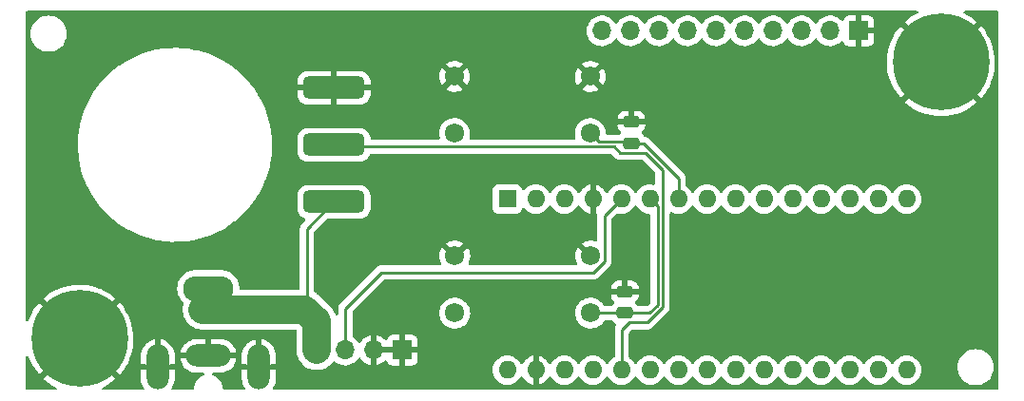
<source format=gbr>
G04 #@! TF.GenerationSoftware,KiCad,Pcbnew,(6.0.1)*
G04 #@! TF.CreationDate,2022-03-23T19:49:34+02:00*
G04 #@! TF.ProjectId,infinity-table-pcb,696e6669-6e69-4747-992d-7461626c652d,rev?*
G04 #@! TF.SameCoordinates,Original*
G04 #@! TF.FileFunction,Copper,L1,Top*
G04 #@! TF.FilePolarity,Positive*
%FSLAX46Y46*%
G04 Gerber Fmt 4.6, Leading zero omitted, Abs format (unit mm)*
G04 Created by KiCad (PCBNEW (6.0.1)) date 2022-03-23 19:49:34*
%MOMM*%
%LPD*%
G01*
G04 APERTURE LIST*
G04 Aperture macros list*
%AMRoundRect*
0 Rectangle with rounded corners*
0 $1 Rounding radius*
0 $2 $3 $4 $5 $6 $7 $8 $9 X,Y pos of 4 corners*
0 Add a 4 corners polygon primitive as box body*
4,1,4,$2,$3,$4,$5,$6,$7,$8,$9,$2,$3,0*
0 Add four circle primitives for the rounded corners*
1,1,$1+$1,$2,$3*
1,1,$1+$1,$4,$5*
1,1,$1+$1,$6,$7*
1,1,$1+$1,$8,$9*
0 Add four rect primitives between the rounded corners*
20,1,$1+$1,$2,$3,$4,$5,0*
20,1,$1+$1,$4,$5,$6,$7,0*
20,1,$1+$1,$6,$7,$8,$9,0*
20,1,$1+$1,$8,$9,$2,$3,0*%
G04 Aperture macros list end*
G04 #@! TA.AperFunction,ComponentPad*
%ADD10C,8.600000*%
G04 #@! TD*
G04 #@! TA.AperFunction,SMDPad,CuDef*
%ADD11RoundRect,0.250000X-0.475000X0.250000X-0.475000X-0.250000X0.475000X-0.250000X0.475000X0.250000X0*%
G04 #@! TD*
G04 #@! TA.AperFunction,SMDPad,CuDef*
%ADD12RoundRect,0.250000X0.475000X-0.250000X0.475000X0.250000X-0.475000X0.250000X-0.475000X-0.250000X0*%
G04 #@! TD*
G04 #@! TA.AperFunction,ComponentPad*
%ADD13C,1.724000*%
G04 #@! TD*
G04 #@! TA.AperFunction,ConnectorPad*
%ADD14RoundRect,0.500000X2.250000X0.500000X-2.250000X0.500000X-2.250000X-0.500000X2.250000X-0.500000X0*%
G04 #@! TD*
G04 #@! TA.AperFunction,ComponentPad*
%ADD15R,1.600000X1.600000*%
G04 #@! TD*
G04 #@! TA.AperFunction,ComponentPad*
%ADD16O,1.600000X1.600000*%
G04 #@! TD*
G04 #@! TA.AperFunction,ComponentPad*
%ADD17R,1.700000X1.700000*%
G04 #@! TD*
G04 #@! TA.AperFunction,ComponentPad*
%ADD18O,1.700000X1.700000*%
G04 #@! TD*
G04 #@! TA.AperFunction,ComponentPad*
%ADD19O,4.500000X2.250000*%
G04 #@! TD*
G04 #@! TA.AperFunction,ComponentPad*
%ADD20O,4.000000X2.000000*%
G04 #@! TD*
G04 #@! TA.AperFunction,ComponentPad*
%ADD21O,2.000000X4.000000*%
G04 #@! TD*
G04 #@! TA.AperFunction,ViaPad*
%ADD22C,0.800000*%
G04 #@! TD*
G04 #@! TA.AperFunction,Conductor*
%ADD23C,0.250000*%
G04 #@! TD*
G04 #@! TA.AperFunction,Conductor*
%ADD24C,2.540000*%
G04 #@! TD*
G04 APERTURE END LIST*
D10*
X71323200Y-108458000D03*
D11*
X119888000Y-104272000D03*
X119888000Y-106172000D03*
D12*
X120472200Y-91054000D03*
X120472200Y-89154000D03*
D13*
X104724200Y-90170000D03*
X104724200Y-85090000D03*
X116814600Y-90170000D03*
X116814600Y-85090000D03*
D10*
X148031200Y-83820000D03*
D14*
X93980000Y-96266000D03*
X93980000Y-91186000D03*
X93980000Y-86106000D03*
D13*
X104749600Y-106172000D03*
X104749600Y-101092000D03*
X116840000Y-106172000D03*
X116840000Y-101092000D03*
D15*
X109423200Y-96012000D03*
D16*
X111963200Y-96012000D03*
X114503200Y-96012000D03*
X117043200Y-96012000D03*
X119583200Y-96012000D03*
X122123200Y-96012000D03*
X124663200Y-96012000D03*
X127203200Y-96012000D03*
X129743200Y-96012000D03*
X132283200Y-96012000D03*
X134823200Y-96012000D03*
X137363200Y-96012000D03*
X139903200Y-96012000D03*
X142443200Y-96012000D03*
X144983200Y-96012000D03*
X144983200Y-111252000D03*
X142443200Y-111252000D03*
X139903200Y-111252000D03*
X137363200Y-111252000D03*
X134823200Y-111252000D03*
X132283200Y-111252000D03*
X129743200Y-111252000D03*
X127203200Y-111252000D03*
X124663200Y-111252000D03*
X122123200Y-111252000D03*
X119583200Y-111252000D03*
X117043200Y-111252000D03*
X114503200Y-111252000D03*
X111963200Y-111252000D03*
X109423200Y-111252000D03*
D17*
X100076000Y-109474000D03*
D18*
X97536000Y-109474000D03*
X94996000Y-109474000D03*
X92456000Y-109474000D03*
D19*
X82804000Y-103982000D03*
D20*
X82804000Y-109982000D03*
D21*
X78304000Y-110982000D03*
X87304000Y-110982000D03*
D17*
X140716000Y-81026000D03*
D18*
X138176000Y-81026000D03*
X135636000Y-81026000D03*
X133096000Y-81026000D03*
X130556000Y-81026000D03*
X128016000Y-81026000D03*
X125476000Y-81026000D03*
X122936000Y-81026000D03*
X120396000Y-81026000D03*
X117856000Y-81026000D03*
D22*
X132537200Y-90830400D03*
X135331200Y-84988400D03*
X152400000Y-93980000D03*
X144983200Y-98755200D03*
X100101400Y-92481400D03*
X67310000Y-85090000D03*
X121945400Y-93751400D03*
X87630000Y-80010000D03*
X128701800Y-89001600D03*
X122123200Y-87630000D03*
X121691400Y-97739200D03*
X85979000Y-103555800D03*
X100203000Y-101371400D03*
X118999000Y-83464400D03*
X131419600Y-88925400D03*
X147269200Y-97078800D03*
X90474800Y-98679000D03*
X113030000Y-80010000D03*
X108889800Y-104571800D03*
X92710000Y-99161600D03*
X115570000Y-80010000D03*
X133553200Y-97307400D03*
X80010000Y-80010000D03*
X112039400Y-90220800D03*
X138607800Y-109855000D03*
X103809800Y-104571800D03*
X102844600Y-90144600D03*
X97332800Y-101752400D03*
X132969000Y-84912200D03*
X104952800Y-112344200D03*
X85090000Y-80010000D03*
X98729800Y-104571800D03*
X110921800Y-94462600D03*
X125907800Y-109677200D03*
X147294600Y-107213400D03*
X147269200Y-99618800D03*
X99872800Y-112344200D03*
X144983200Y-106375200D03*
X141097000Y-97383600D03*
X82550000Y-80010000D03*
X127457200Y-87630000D03*
X93980000Y-88138000D03*
X141198600Y-109728000D03*
X74930000Y-80010000D03*
X77470000Y-80010000D03*
X136067800Y-109728000D03*
X120802400Y-108153200D03*
X118160800Y-109601000D03*
X134848600Y-90779600D03*
X144983200Y-108915200D03*
X88239600Y-103555800D03*
X81280000Y-107873800D03*
X118313200Y-105079800D03*
X106959400Y-90220800D03*
X97561400Y-92481400D03*
X90119200Y-86131400D03*
X107492800Y-112344200D03*
X67310000Y-90170000D03*
X144983200Y-101295200D03*
X152400000Y-106680000D03*
X90170000Y-108204000D03*
X124434600Y-102971600D03*
X80416400Y-102235000D03*
X145313400Y-93040200D03*
X152400000Y-104140000D03*
X131038600Y-109778800D03*
X128447800Y-109728000D03*
X93980000Y-84074000D03*
X110490000Y-80010000D03*
X115214400Y-92456000D03*
X112674400Y-92456000D03*
X84582000Y-101930200D03*
X101269800Y-104571800D03*
X121691400Y-102819200D03*
X72390000Y-80010000D03*
X90170000Y-80010000D03*
X144983200Y-103835200D03*
X92710000Y-80010000D03*
X133527800Y-109778800D03*
X97942400Y-86131400D03*
X67310000Y-97790000D03*
X136982200Y-92024200D03*
X67310000Y-92710000D03*
X97764600Y-90144600D03*
X152400000Y-99060000D03*
X109601000Y-101396800D03*
X113969800Y-104571800D03*
X110871000Y-97485200D03*
X124434600Y-97891600D03*
X147320000Y-111760000D03*
X152400000Y-96520000D03*
X92252800Y-112344200D03*
X113969800Y-107111800D03*
X92710000Y-101701600D03*
X119608600Y-101219000D03*
X107950000Y-80010000D03*
X121564400Y-105003600D03*
X113233200Y-94564200D03*
X152400000Y-91440000D03*
X152400000Y-88900000D03*
X147040600Y-94538800D03*
X107594400Y-92456000D03*
X118160800Y-107645200D03*
X130987800Y-97383600D03*
X115163600Y-109169200D03*
X116713000Y-104241600D03*
X102870000Y-80010000D03*
X100330000Y-80010000D03*
X147294600Y-104673400D03*
X110134400Y-92456000D03*
X137947400Y-82956400D03*
X117754400Y-92456000D03*
X152400000Y-101600000D03*
X107061000Y-101396800D03*
X139522200Y-92024200D03*
X95250000Y-80010000D03*
X121691400Y-100279200D03*
X109499400Y-90220800D03*
X124434600Y-100431600D03*
X125272800Y-87376000D03*
X102514400Y-92456000D03*
X136042400Y-97459800D03*
X119100600Y-86512400D03*
X90170000Y-110236000D03*
X88392000Y-108204000D03*
X94792800Y-112344200D03*
X122275600Y-90144600D03*
X90474800Y-101219000D03*
X123342400Y-107264200D03*
X105410000Y-80010000D03*
X124333000Y-105156000D03*
X106349800Y-104571800D03*
X111429800Y-104571800D03*
X100304600Y-90144600D03*
X138607800Y-97459800D03*
X67310000Y-102870000D03*
X79959200Y-105460800D03*
X142443200Y-92989400D03*
X125323600Y-88646000D03*
X128473200Y-97383600D03*
X102412800Y-112344200D03*
X112141000Y-101396800D03*
X147294600Y-109753400D03*
X119608600Y-98679000D03*
X94919800Y-102539800D03*
X118745000Y-89712800D03*
X114579400Y-90220800D03*
X102793800Y-101422200D03*
X113233200Y-97383600D03*
X67310000Y-100330000D03*
X89712800Y-112344200D03*
X67310000Y-87630000D03*
X84836000Y-108204000D03*
X96164400Y-106299000D03*
X122123200Y-85801200D03*
X114681000Y-101396800D03*
X97332800Y-112344200D03*
X105054400Y-92456000D03*
X143687800Y-109905800D03*
X119989600Y-93014800D03*
X120853200Y-109880400D03*
X123367800Y-109778800D03*
X129997200Y-87630000D03*
X67310000Y-95250000D03*
X97790000Y-80010000D03*
X132511800Y-87096600D03*
X93014800Y-104165400D03*
X90474800Y-103555800D03*
X147294600Y-102133400D03*
X116738400Y-82499200D03*
X143713200Y-97536000D03*
D23*
X116840000Y-106172000D02*
X119888000Y-106172000D01*
X122123200Y-96012000D02*
X122798191Y-96686991D01*
X122097082Y-106172000D02*
X119888000Y-106172000D01*
X122798191Y-105470891D02*
X122097082Y-106172000D01*
X122798191Y-96686991D02*
X122798191Y-105470891D01*
X121534000Y-91054000D02*
X124663200Y-94183200D01*
X120142000Y-91054000D02*
X121534000Y-91054000D01*
X124663200Y-94183200D02*
X124663200Y-96012000D01*
X116814600Y-90170000D02*
X117551591Y-90906991D01*
X117551591Y-90906991D02*
X119994991Y-90906991D01*
X119994991Y-90906991D02*
X120142000Y-91054000D01*
X94255480Y-96541480D02*
X93980000Y-96266000D01*
X91592400Y-98653600D02*
X93980000Y-96266000D01*
D24*
X92456000Y-106934000D02*
X91364520Y-105842520D01*
D23*
X91592400Y-105614640D02*
X91592400Y-98653600D01*
D24*
X91364520Y-105842520D02*
X82296000Y-105842520D01*
D23*
X91364520Y-105842520D02*
X91592400Y-105614640D01*
D24*
X92456000Y-109474000D02*
X92456000Y-106934000D01*
D23*
X117070181Y-102539800D02*
X118059200Y-101550781D01*
X118059200Y-101550781D02*
X118059200Y-97536000D01*
X118059200Y-97536000D02*
X119583200Y-96012000D01*
X94996000Y-105765600D02*
X98221800Y-102539800D01*
X98221800Y-102539800D02*
X117070181Y-102539800D01*
X94996000Y-109474000D02*
X94996000Y-105765600D01*
X119621911Y-111213289D02*
X119583200Y-111252000D01*
X121722802Y-91878520D02*
X123247711Y-93403429D01*
X123247711Y-93403429D02*
X123247711Y-105657089D01*
X120282680Y-106996520D02*
X119621911Y-107657289D01*
X119437520Y-91878520D02*
X121722802Y-91878520D01*
X94150511Y-91356511D02*
X118915511Y-91356511D01*
X118915511Y-91356511D02*
X119437520Y-91878520D01*
X119621911Y-107657289D02*
X119621911Y-111213289D01*
X123247711Y-105657089D02*
X121908280Y-106996520D01*
X93980000Y-91186000D02*
X94150511Y-91356511D01*
X121908280Y-106996520D02*
X120282680Y-106996520D01*
G04 #@! TA.AperFunction,Conductor*
G36*
X145958021Y-79268002D02*
G01*
X146004514Y-79321658D01*
X146014618Y-79391932D01*
X145985124Y-79456512D01*
X145942651Y-79488426D01*
X145826333Y-79542050D01*
X145821364Y-79544614D01*
X145454781Y-79754984D01*
X145450048Y-79757987D01*
X145103620Y-80000109D01*
X145099179Y-80003517D01*
X144827676Y-80231739D01*
X144819231Y-80244456D01*
X144825339Y-80254929D01*
X148018388Y-83447978D01*
X148032332Y-83455592D01*
X148034165Y-83455461D01*
X148040780Y-83451210D01*
X151233954Y-80258036D01*
X151241516Y-80244187D01*
X151235187Y-80234962D01*
X151062128Y-80081582D01*
X151057761Y-80078046D01*
X150717800Y-79826948D01*
X150713147Y-79823821D01*
X150352195Y-79603926D01*
X150347303Y-79601237D01*
X150115666Y-79487006D01*
X150063418Y-79438937D01*
X150045451Y-79370252D01*
X150067470Y-79302756D01*
X150122485Y-79257880D01*
X150171395Y-79248000D01*
X153036000Y-79248000D01*
X153104121Y-79268002D01*
X153150614Y-79321658D01*
X153162000Y-79374000D01*
X153162000Y-112904000D01*
X153141998Y-112972121D01*
X153088342Y-113018614D01*
X153036000Y-113030000D01*
X88655979Y-113030000D01*
X88587858Y-113009998D01*
X88541365Y-112956342D01*
X88531261Y-112886068D01*
X88555883Y-112827471D01*
X88572625Y-112805574D01*
X88578089Y-112797095D01*
X88687978Y-112592153D01*
X88692020Y-112582901D01*
X88767727Y-112363029D01*
X88770236Y-112353257D01*
X88810004Y-112123029D01*
X88810859Y-112115157D01*
X88811936Y-112091449D01*
X88812000Y-112088616D01*
X88812000Y-111254115D01*
X88807525Y-111238876D01*
X88806135Y-111237671D01*
X88798452Y-111236000D01*
X88438000Y-111236000D01*
X88369879Y-111215998D01*
X88323386Y-111162342D01*
X88312000Y-111110000D01*
X88312000Y-110854000D01*
X88332002Y-110785879D01*
X88385658Y-110739386D01*
X88438000Y-110728000D01*
X88793885Y-110728000D01*
X88809124Y-110723525D01*
X88810329Y-110722135D01*
X88812000Y-110714452D01*
X88812000Y-109923544D01*
X88811798Y-109918512D01*
X88797850Y-109745157D01*
X88796238Y-109735204D01*
X88740767Y-109509367D01*
X88737584Y-109499797D01*
X88646720Y-109285735D01*
X88642045Y-109276793D01*
X88518126Y-109080013D01*
X88512086Y-109071940D01*
X88358297Y-108897500D01*
X88351044Y-108890496D01*
X88171346Y-108742890D01*
X88163064Y-108737134D01*
X87962081Y-108620159D01*
X87952976Y-108615797D01*
X87735885Y-108532463D01*
X87726196Y-108529612D01*
X87575736Y-108498179D01*
X87561675Y-108499302D01*
X87558000Y-108509410D01*
X87558000Y-109098000D01*
X87537998Y-109166121D01*
X87484342Y-109212614D01*
X87432000Y-109224000D01*
X87176000Y-109224000D01*
X87107879Y-109203998D01*
X87061386Y-109150342D01*
X87050000Y-109098000D01*
X87050000Y-108511410D01*
X87045864Y-108497324D01*
X87032886Y-108495275D01*
X87015170Y-108497325D01*
X87005273Y-108499285D01*
X86781506Y-108562604D01*
X86772062Y-108566116D01*
X86561295Y-108664399D01*
X86552529Y-108669378D01*
X86360198Y-108800087D01*
X86352323Y-108806419D01*
X86183374Y-108966186D01*
X86176613Y-108973695D01*
X86035375Y-109158426D01*
X86029911Y-109166905D01*
X85920022Y-109371847D01*
X85915980Y-109381099D01*
X85840273Y-109600971D01*
X85837764Y-109610743D01*
X85797996Y-109840971D01*
X85797141Y-109848843D01*
X85796064Y-109872551D01*
X85796000Y-109875384D01*
X85796000Y-110709885D01*
X85800475Y-110725124D01*
X85801865Y-110726329D01*
X85809548Y-110728000D01*
X86170000Y-110728000D01*
X86238121Y-110748002D01*
X86284614Y-110801658D01*
X86296000Y-110854000D01*
X86296000Y-111110000D01*
X86275998Y-111178121D01*
X86222342Y-111224614D01*
X86170000Y-111236000D01*
X85814115Y-111236000D01*
X85798876Y-111240475D01*
X85797671Y-111241865D01*
X85796000Y-111249548D01*
X85796000Y-112040456D01*
X85796202Y-112045488D01*
X85810150Y-112218843D01*
X85811762Y-112228796D01*
X85867233Y-112454633D01*
X85870416Y-112464203D01*
X85961280Y-112678265D01*
X85965955Y-112687207D01*
X86060195Y-112836857D01*
X86079570Y-112905159D01*
X86058942Y-112973093D01*
X86004861Y-113019090D01*
X85953575Y-113030000D01*
X84237156Y-113030000D01*
X84169035Y-113009998D01*
X84122542Y-112956342D01*
X84111635Y-112914982D01*
X84100796Y-112791096D01*
X84097543Y-112753913D01*
X84083228Y-112700488D01*
X84039707Y-112538067D01*
X84039706Y-112538065D01*
X84038284Y-112532757D01*
X84017277Y-112487707D01*
X83943849Y-112330238D01*
X83943846Y-112330233D01*
X83941523Y-112325251D01*
X83810198Y-112137700D01*
X83648300Y-111975802D01*
X83643792Y-111972645D01*
X83643789Y-111972643D01*
X83552539Y-111908749D01*
X83460749Y-111844477D01*
X83455767Y-111842154D01*
X83455762Y-111842151D01*
X83258225Y-111750039D01*
X83258224Y-111750039D01*
X83253243Y-111747716D01*
X83247935Y-111746294D01*
X83247933Y-111746293D01*
X83215889Y-111737707D01*
X83155266Y-111700755D01*
X83124245Y-111636895D01*
X83132673Y-111566400D01*
X83177876Y-111511653D01*
X83248500Y-111490000D01*
X83862456Y-111490000D01*
X83867488Y-111489798D01*
X84040843Y-111475850D01*
X84050796Y-111474238D01*
X84276633Y-111418767D01*
X84286203Y-111415584D01*
X84500265Y-111324720D01*
X84509207Y-111320045D01*
X84705987Y-111196126D01*
X84714060Y-111190086D01*
X84888500Y-111036297D01*
X84895505Y-111029043D01*
X85043110Y-110849346D01*
X85048866Y-110841064D01*
X85165841Y-110640081D01*
X85170203Y-110630976D01*
X85253537Y-110413885D01*
X85256388Y-110404196D01*
X85287821Y-110253736D01*
X85286698Y-110239675D01*
X85276590Y-110236000D01*
X84588000Y-110236000D01*
X84519879Y-110215998D01*
X84473386Y-110162342D01*
X84462000Y-110110000D01*
X84462000Y-109854000D01*
X84482002Y-109785879D01*
X84535658Y-109739386D01*
X84588000Y-109728000D01*
X85274590Y-109728000D01*
X85288676Y-109723864D01*
X85290725Y-109710886D01*
X85288675Y-109693170D01*
X85286715Y-109683273D01*
X85223396Y-109459506D01*
X85219884Y-109450062D01*
X85121601Y-109239295D01*
X85116622Y-109230529D01*
X84985913Y-109038198D01*
X84979581Y-109030323D01*
X84819814Y-108861374D01*
X84812305Y-108854613D01*
X84627574Y-108713375D01*
X84619095Y-108707911D01*
X84414153Y-108598022D01*
X84404901Y-108593980D01*
X84185029Y-108518273D01*
X84175257Y-108515764D01*
X83945029Y-108475996D01*
X83937157Y-108475141D01*
X83913449Y-108474064D01*
X83910616Y-108474000D01*
X83076115Y-108474000D01*
X83060876Y-108478475D01*
X83059671Y-108479865D01*
X83058000Y-108487548D01*
X83058000Y-108848000D01*
X83037998Y-108916121D01*
X82984342Y-108962614D01*
X82932000Y-108974000D01*
X82676000Y-108974000D01*
X82607879Y-108953998D01*
X82561386Y-108900342D01*
X82550000Y-108848000D01*
X82550000Y-108492115D01*
X82545525Y-108476876D01*
X82544135Y-108475671D01*
X82536452Y-108474000D01*
X81745544Y-108474000D01*
X81740512Y-108474202D01*
X81567157Y-108488150D01*
X81557204Y-108489762D01*
X81331367Y-108545233D01*
X81321797Y-108548416D01*
X81107735Y-108639280D01*
X81098793Y-108643955D01*
X80902013Y-108767874D01*
X80893940Y-108773914D01*
X80719500Y-108927703D01*
X80712496Y-108934956D01*
X80564890Y-109114654D01*
X80559134Y-109122936D01*
X80442159Y-109323919D01*
X80437797Y-109333024D01*
X80354463Y-109550115D01*
X80351612Y-109559804D01*
X80320179Y-109710264D01*
X80321302Y-109724325D01*
X80331410Y-109728000D01*
X81020000Y-109728000D01*
X81088121Y-109748002D01*
X81134614Y-109801658D01*
X81146000Y-109854000D01*
X81146000Y-110110000D01*
X81125998Y-110178121D01*
X81072342Y-110224614D01*
X81020000Y-110236000D01*
X80333410Y-110236000D01*
X80319324Y-110240136D01*
X80317275Y-110253114D01*
X80319325Y-110270830D01*
X80321285Y-110280727D01*
X80384604Y-110504494D01*
X80388116Y-110513938D01*
X80486399Y-110724705D01*
X80491378Y-110733471D01*
X80622087Y-110925802D01*
X80628419Y-110933677D01*
X80788186Y-111102626D01*
X80795695Y-111109387D01*
X80980426Y-111250625D01*
X80988905Y-111256089D01*
X81193847Y-111365978D01*
X81203099Y-111370020D01*
X81422971Y-111445727D01*
X81432743Y-111448236D01*
X81662971Y-111488004D01*
X81670843Y-111488859D01*
X81694551Y-111489936D01*
X81697384Y-111490000D01*
X82359500Y-111490000D01*
X82427621Y-111510002D01*
X82474114Y-111563658D01*
X82484218Y-111633932D01*
X82454724Y-111698512D01*
X82392111Y-111737707D01*
X82360067Y-111746293D01*
X82360065Y-111746294D01*
X82354757Y-111747716D01*
X82349776Y-111750039D01*
X82349775Y-111750039D01*
X82152238Y-111842151D01*
X82152233Y-111842154D01*
X82147251Y-111844477D01*
X82055461Y-111908749D01*
X81964211Y-111972643D01*
X81964208Y-111972645D01*
X81959700Y-111975802D01*
X81797802Y-112137700D01*
X81666477Y-112325251D01*
X81664154Y-112330233D01*
X81664151Y-112330238D01*
X81590723Y-112487707D01*
X81569716Y-112532757D01*
X81568294Y-112538065D01*
X81568293Y-112538067D01*
X81524772Y-112700488D01*
X81510457Y-112753913D01*
X81507204Y-112791096D01*
X81496365Y-112914982D01*
X81470501Y-112981100D01*
X81412998Y-113022739D01*
X81370844Y-113030000D01*
X79655979Y-113030000D01*
X79587858Y-113009998D01*
X79541365Y-112956342D01*
X79531261Y-112886068D01*
X79555883Y-112827471D01*
X79572625Y-112805574D01*
X79578089Y-112797095D01*
X79687978Y-112592153D01*
X79692020Y-112582901D01*
X79767727Y-112363029D01*
X79770236Y-112353257D01*
X79810004Y-112123029D01*
X79810859Y-112115157D01*
X79811936Y-112091449D01*
X79812000Y-112088616D01*
X79812000Y-111254115D01*
X79807525Y-111238876D01*
X79806135Y-111237671D01*
X79798452Y-111236000D01*
X79438000Y-111236000D01*
X79369879Y-111215998D01*
X79323386Y-111162342D01*
X79312000Y-111110000D01*
X79312000Y-110854000D01*
X79332002Y-110785879D01*
X79385658Y-110739386D01*
X79438000Y-110728000D01*
X79793885Y-110728000D01*
X79809124Y-110723525D01*
X79810329Y-110722135D01*
X79812000Y-110714452D01*
X79812000Y-109923544D01*
X79811798Y-109918512D01*
X79797850Y-109745157D01*
X79796238Y-109735204D01*
X79740767Y-109509367D01*
X79737584Y-109499797D01*
X79646720Y-109285735D01*
X79642045Y-109276793D01*
X79518126Y-109080013D01*
X79512086Y-109071940D01*
X79358297Y-108897500D01*
X79351044Y-108890496D01*
X79171346Y-108742890D01*
X79163064Y-108737134D01*
X78962081Y-108620159D01*
X78952976Y-108615797D01*
X78735885Y-108532463D01*
X78726196Y-108529612D01*
X78575736Y-108498179D01*
X78561675Y-108499302D01*
X78558000Y-108509410D01*
X78558000Y-109098000D01*
X78537998Y-109166121D01*
X78484342Y-109212614D01*
X78432000Y-109224000D01*
X78176000Y-109224000D01*
X78107879Y-109203998D01*
X78061386Y-109150342D01*
X78050000Y-109098000D01*
X78050000Y-108511410D01*
X78045864Y-108497324D01*
X78032886Y-108495275D01*
X78015170Y-108497325D01*
X78005273Y-108499285D01*
X77781506Y-108562604D01*
X77772062Y-108566116D01*
X77561295Y-108664399D01*
X77552529Y-108669378D01*
X77360198Y-108800087D01*
X77352323Y-108806419D01*
X77183374Y-108966186D01*
X77176613Y-108973695D01*
X77035375Y-109158426D01*
X77029911Y-109166905D01*
X76920022Y-109371847D01*
X76915980Y-109381099D01*
X76840273Y-109600971D01*
X76837764Y-109610743D01*
X76797996Y-109840971D01*
X76797141Y-109848843D01*
X76796064Y-109872551D01*
X76796000Y-109875384D01*
X76796000Y-110709885D01*
X76800475Y-110725124D01*
X76801865Y-110726329D01*
X76809548Y-110728000D01*
X77170000Y-110728000D01*
X77238121Y-110748002D01*
X77284614Y-110801658D01*
X77296000Y-110854000D01*
X77296000Y-111110000D01*
X77275998Y-111178121D01*
X77222342Y-111224614D01*
X77170000Y-111236000D01*
X76814115Y-111236000D01*
X76798876Y-111240475D01*
X76797671Y-111241865D01*
X76796000Y-111249548D01*
X76796000Y-112040456D01*
X76796202Y-112045488D01*
X76810150Y-112218843D01*
X76811762Y-112228796D01*
X76867233Y-112454633D01*
X76870416Y-112464203D01*
X76961280Y-112678265D01*
X76965955Y-112687207D01*
X77060195Y-112836857D01*
X77079570Y-112905159D01*
X77058942Y-112973093D01*
X77004861Y-113019090D01*
X76953575Y-113030000D01*
X73473562Y-113030000D01*
X73405441Y-113009998D01*
X73358948Y-112956342D01*
X73348844Y-112886068D01*
X73378338Y-112821488D01*
X73417936Y-112791162D01*
X73417900Y-112791096D01*
X73418311Y-112790874D01*
X73418720Y-112790561D01*
X73420369Y-112789764D01*
X73792331Y-112589063D01*
X73797135Y-112586188D01*
X74149763Y-112353231D01*
X74154326Y-112349916D01*
X74484858Y-112086529D01*
X74489073Y-112082852D01*
X74527023Y-112046649D01*
X74534963Y-112032890D01*
X74534913Y-112031843D01*
X74530022Y-112024032D01*
X71336012Y-108830022D01*
X71322068Y-108822408D01*
X71320235Y-108822539D01*
X71313620Y-108826790D01*
X68119936Y-112020474D01*
X68112322Y-112034418D01*
X68112371Y-112035110D01*
X68117817Y-112043274D01*
X68195468Y-112115812D01*
X68199707Y-112119433D01*
X68533002Y-112379363D01*
X68537559Y-112382602D01*
X68892648Y-112611880D01*
X68897450Y-112614686D01*
X69235402Y-112792491D01*
X69286375Y-112841911D01*
X69302538Y-112911043D01*
X69278759Y-112977939D01*
X69222589Y-113021360D01*
X69176735Y-113030000D01*
X66674000Y-113030000D01*
X66605879Y-113009998D01*
X66559386Y-112956342D01*
X66548000Y-112904000D01*
X66548000Y-110117600D01*
X66568002Y-110049479D01*
X66621658Y-110002986D01*
X66691932Y-109992882D01*
X66756512Y-110022376D01*
X66791273Y-110071523D01*
X66925419Y-110412948D01*
X66927701Y-110418072D01*
X67116616Y-110796150D01*
X67119340Y-110801043D01*
X67341117Y-111160833D01*
X67344268Y-111165469D01*
X67597155Y-111504127D01*
X67600688Y-111508444D01*
X67736422Y-111659988D01*
X67749917Y-111668351D01*
X67759328Y-111662662D01*
X70951178Y-108470812D01*
X70957556Y-108459132D01*
X71687608Y-108459132D01*
X71687739Y-108460965D01*
X71691990Y-108467580D01*
X74885342Y-111660932D01*
X74899103Y-111668446D01*
X74908463Y-111661989D01*
X75077444Y-111469303D01*
X75080944Y-111464935D01*
X75330273Y-111123645D01*
X75333368Y-111118987D01*
X75551360Y-110756903D01*
X75554041Y-110751964D01*
X75738979Y-110371946D01*
X75741214Y-110366780D01*
X75891642Y-109971815D01*
X75893401Y-109966496D01*
X76008120Y-109559730D01*
X76009404Y-109554259D01*
X76087515Y-109138883D01*
X76088302Y-109133346D01*
X76129235Y-108712102D01*
X76129508Y-108707665D01*
X76135988Y-108460233D01*
X76135946Y-108455762D01*
X76117117Y-108032973D01*
X76116619Y-108027386D01*
X76060355Y-107608499D01*
X76059362Y-107602976D01*
X75966083Y-107190748D01*
X75964610Y-107185361D01*
X75835047Y-106783025D01*
X75833110Y-106777815D01*
X75668298Y-106388599D01*
X75665883Y-106383536D01*
X75467136Y-106010535D01*
X75464285Y-106005713D01*
X75233174Y-105651865D01*
X75229892Y-105647297D01*
X74968230Y-105315380D01*
X74964582Y-105311155D01*
X74911303Y-105254715D01*
X74897589Y-105246705D01*
X74896717Y-105246742D01*
X74888638Y-105251772D01*
X71695222Y-108445188D01*
X71687608Y-108459132D01*
X70957556Y-108459132D01*
X70958792Y-108456868D01*
X70958661Y-108455035D01*
X70954410Y-108448420D01*
X67758761Y-105252771D01*
X67745453Y-105245504D01*
X67735414Y-105252626D01*
X67491423Y-105545994D01*
X67488028Y-105550467D01*
X67247728Y-105898152D01*
X67244749Y-105902902D01*
X67036306Y-106270575D01*
X67033762Y-106275568D01*
X66858829Y-106660312D01*
X66856738Y-106665511D01*
X66792883Y-106847345D01*
X66751439Y-106904990D01*
X66685410Y-106931078D01*
X66615758Y-106917327D01*
X66564597Y-106868102D01*
X66548000Y-106805596D01*
X66548000Y-104882456D01*
X68111231Y-104882456D01*
X68117339Y-104892929D01*
X71310388Y-108085978D01*
X71324332Y-108093592D01*
X71326165Y-108093461D01*
X71332780Y-108089210D01*
X74525954Y-104896036D01*
X74533516Y-104882187D01*
X74527187Y-104872962D01*
X74354128Y-104719582D01*
X74349761Y-104716046D01*
X74009800Y-104464948D01*
X74005147Y-104461821D01*
X73644195Y-104241926D01*
X73639294Y-104239232D01*
X73260227Y-104052297D01*
X73255104Y-104050048D01*
X73079210Y-103982000D01*
X80040449Y-103982000D01*
X80060622Y-104238326D01*
X80061776Y-104243133D01*
X80061777Y-104243139D01*
X80082773Y-104330591D01*
X80120645Y-104488340D01*
X80122538Y-104492911D01*
X80122539Y-104492913D01*
X80214964Y-104716046D01*
X80219040Y-104725887D01*
X80353384Y-104945116D01*
X80520369Y-105140631D01*
X80524131Y-105143844D01*
X80560959Y-105175298D01*
X80599769Y-105234748D01*
X80599131Y-105309522D01*
X80587509Y-105345830D01*
X80561791Y-105426173D01*
X80542277Y-105545994D01*
X80536710Y-105580180D01*
X80519300Y-105687079D01*
X80517932Y-105791570D01*
X80516033Y-105936687D01*
X80515840Y-105951399D01*
X80551486Y-106213328D01*
X80552795Y-106217818D01*
X80552796Y-106217824D01*
X80622652Y-106457487D01*
X80625457Y-106467110D01*
X80736127Y-106707172D01*
X80738690Y-106711081D01*
X80878499Y-106924325D01*
X80878503Y-106924330D01*
X80881065Y-106928238D01*
X80884182Y-106931730D01*
X81035828Y-107101635D01*
X81057086Y-107125453D01*
X81260324Y-107294484D01*
X81486314Y-107431619D01*
X81490622Y-107433425D01*
X81490623Y-107433426D01*
X81725776Y-107532034D01*
X81725781Y-107532036D01*
X81730091Y-107533843D01*
X81734623Y-107534994D01*
X81734626Y-107534995D01*
X81846968Y-107563526D01*
X81986301Y-107598912D01*
X82205856Y-107621020D01*
X90551500Y-107621020D01*
X90619621Y-107641022D01*
X90666114Y-107694678D01*
X90677500Y-107747020D01*
X90677500Y-109541108D01*
X90677673Y-109543433D01*
X90677673Y-109543439D01*
X90691513Y-109729671D01*
X90692103Y-109737616D01*
X90750443Y-109995441D01*
X90752135Y-109999793D01*
X90752136Y-109999795D01*
X90810034Y-110148678D01*
X90846251Y-110241811D01*
X90977422Y-110471313D01*
X91141075Y-110678906D01*
X91285355Y-110814631D01*
X91307111Y-110835097D01*
X91333615Y-110860030D01*
X91337458Y-110862696D01*
X91546974Y-111008042D01*
X91546979Y-111008045D01*
X91550812Y-111010704D01*
X91555001Y-111012770D01*
X91555003Y-111012771D01*
X91783706Y-111125555D01*
X91783709Y-111125556D01*
X91787894Y-111127620D01*
X91792337Y-111129042D01*
X91792339Y-111129043D01*
X91891651Y-111160833D01*
X92039653Y-111208209D01*
X92106803Y-111219145D01*
X92295947Y-111249949D01*
X92295948Y-111249949D01*
X92300559Y-111250700D01*
X92432719Y-111252430D01*
X92560202Y-111254099D01*
X92560205Y-111254099D01*
X92564879Y-111254160D01*
X92580751Y-111252000D01*
X108109702Y-111252000D01*
X108129657Y-111480087D01*
X108131081Y-111485400D01*
X108131081Y-111485402D01*
X108180103Y-111668351D01*
X108188916Y-111701243D01*
X108191239Y-111706224D01*
X108191239Y-111706225D01*
X108283351Y-111903762D01*
X108283354Y-111903767D01*
X108285677Y-111908749D01*
X108288834Y-111913257D01*
X108411622Y-112088616D01*
X108417002Y-112096300D01*
X108578900Y-112258198D01*
X108583408Y-112261355D01*
X108583411Y-112261357D01*
X108643352Y-112303328D01*
X108766451Y-112389523D01*
X108771433Y-112391846D01*
X108771438Y-112391849D01*
X108958902Y-112479264D01*
X108973957Y-112486284D01*
X108979265Y-112487706D01*
X108979267Y-112487707D01*
X109189798Y-112544119D01*
X109189800Y-112544119D01*
X109195113Y-112545543D01*
X109423200Y-112565498D01*
X109651287Y-112545543D01*
X109656600Y-112544119D01*
X109656602Y-112544119D01*
X109867133Y-112487707D01*
X109867135Y-112487706D01*
X109872443Y-112486284D01*
X109887498Y-112479264D01*
X110074962Y-112391849D01*
X110074967Y-112391846D01*
X110079949Y-112389523D01*
X110203048Y-112303328D01*
X110262989Y-112261357D01*
X110262992Y-112261355D01*
X110267500Y-112258198D01*
X110429398Y-112096300D01*
X110434779Y-112088616D01*
X110557566Y-111913257D01*
X110560723Y-111908749D01*
X110563046Y-111903767D01*
X110563049Y-111903762D01*
X110579281Y-111868951D01*
X110626198Y-111815666D01*
X110694475Y-111796205D01*
X110762435Y-111816747D01*
X110807671Y-111868951D01*
X110823786Y-111903511D01*
X110829269Y-111913007D01*
X110954228Y-112091467D01*
X110961284Y-112099875D01*
X111115325Y-112253916D01*
X111123733Y-112260972D01*
X111302193Y-112385931D01*
X111311689Y-112391414D01*
X111509147Y-112483490D01*
X111519439Y-112487236D01*
X111691703Y-112533394D01*
X111705799Y-112533058D01*
X111709200Y-112525116D01*
X111709200Y-109984033D01*
X111705227Y-109970502D01*
X111696678Y-109969273D01*
X111519439Y-110016764D01*
X111509147Y-110020510D01*
X111311689Y-110112586D01*
X111302193Y-110118069D01*
X111123733Y-110243028D01*
X111115325Y-110250084D01*
X110961284Y-110404125D01*
X110954228Y-110412533D01*
X110829269Y-110590993D01*
X110823786Y-110600489D01*
X110807671Y-110635049D01*
X110760754Y-110688334D01*
X110692477Y-110707795D01*
X110624517Y-110687253D01*
X110579281Y-110635049D01*
X110563049Y-110600238D01*
X110563046Y-110600233D01*
X110560723Y-110595251D01*
X110475641Y-110473741D01*
X110432557Y-110412211D01*
X110432555Y-110412208D01*
X110429398Y-110407700D01*
X110267500Y-110245802D01*
X110262992Y-110242645D01*
X110262989Y-110242643D01*
X110167923Y-110176077D01*
X110079949Y-110114477D01*
X110074967Y-110112154D01*
X110074962Y-110112151D01*
X109877425Y-110020039D01*
X109877424Y-110020039D01*
X109872443Y-110017716D01*
X109867135Y-110016294D01*
X109867133Y-110016293D01*
X109656602Y-109959881D01*
X109656600Y-109959881D01*
X109651287Y-109958457D01*
X109423200Y-109938502D01*
X109195113Y-109958457D01*
X109189800Y-109959881D01*
X109189798Y-109959881D01*
X108979267Y-110016293D01*
X108979265Y-110016294D01*
X108973957Y-110017716D01*
X108968976Y-110020039D01*
X108968975Y-110020039D01*
X108771438Y-110112151D01*
X108771433Y-110112154D01*
X108766451Y-110114477D01*
X108678477Y-110176077D01*
X108583411Y-110242643D01*
X108583408Y-110242645D01*
X108578900Y-110245802D01*
X108417002Y-110407700D01*
X108413845Y-110412208D01*
X108413843Y-110412211D01*
X108370759Y-110473741D01*
X108285677Y-110595251D01*
X108283354Y-110600233D01*
X108283351Y-110600238D01*
X108196786Y-110785879D01*
X108188916Y-110802757D01*
X108187494Y-110808065D01*
X108187493Y-110808067D01*
X108131081Y-111018598D01*
X108129657Y-111023913D01*
X108109702Y-111252000D01*
X92580751Y-111252000D01*
X92826808Y-111218514D01*
X92831298Y-111217205D01*
X92831304Y-111217204D01*
X92939268Y-111185735D01*
X93080590Y-111144543D01*
X93084837Y-111142585D01*
X93084840Y-111142584D01*
X93175050Y-111100996D01*
X93320652Y-111033873D01*
X93404859Y-110978664D01*
X93537805Y-110891501D01*
X93537810Y-110891497D01*
X93541718Y-110888935D01*
X93676334Y-110768786D01*
X93735441Y-110716031D01*
X93735443Y-110716029D01*
X93738933Y-110712914D01*
X93907964Y-110509676D01*
X93908129Y-110509814D01*
X93962405Y-110467202D01*
X94033086Y-110460510D01*
X94089624Y-110487269D01*
X94118376Y-110511139D01*
X94214126Y-110590632D01*
X94407000Y-110703338D01*
X94411825Y-110705180D01*
X94411826Y-110705181D01*
X94462954Y-110724705D01*
X94615692Y-110783030D01*
X94620760Y-110784061D01*
X94620763Y-110784062D01*
X94715862Y-110803410D01*
X94834597Y-110827567D01*
X94839772Y-110827757D01*
X94839774Y-110827757D01*
X95052673Y-110835564D01*
X95052677Y-110835564D01*
X95057837Y-110835753D01*
X95062957Y-110835097D01*
X95062959Y-110835097D01*
X95274288Y-110808025D01*
X95274289Y-110808025D01*
X95279416Y-110807368D01*
X95284366Y-110805883D01*
X95488429Y-110744661D01*
X95488434Y-110744659D01*
X95493384Y-110743174D01*
X95693994Y-110644896D01*
X95875860Y-110515173D01*
X95880004Y-110511044D01*
X96030435Y-110361137D01*
X96034096Y-110357489D01*
X96096367Y-110270830D01*
X96164453Y-110176077D01*
X96165640Y-110176930D01*
X96212960Y-110133362D01*
X96282897Y-110121145D01*
X96348338Y-110148678D01*
X96376166Y-110180511D01*
X96433694Y-110274388D01*
X96439777Y-110282699D01*
X96579213Y-110443667D01*
X96586580Y-110450883D01*
X96750434Y-110586916D01*
X96758881Y-110592831D01*
X96942756Y-110700279D01*
X96952042Y-110704729D01*
X97151001Y-110780703D01*
X97160899Y-110783579D01*
X97264250Y-110804606D01*
X97278299Y-110803410D01*
X97282000Y-110793065D01*
X97282000Y-110792517D01*
X97790000Y-110792517D01*
X97794064Y-110806359D01*
X97807478Y-110808393D01*
X97814184Y-110807534D01*
X97824262Y-110805392D01*
X98028255Y-110744191D01*
X98037842Y-110740433D01*
X98229095Y-110646739D01*
X98237945Y-110641464D01*
X98411328Y-110517792D01*
X98419200Y-110511139D01*
X98524286Y-110406418D01*
X98586657Y-110372501D01*
X98657464Y-110377689D01*
X98714226Y-110420335D01*
X98731208Y-110451439D01*
X98772675Y-110562052D01*
X98781214Y-110577649D01*
X98857715Y-110679724D01*
X98870276Y-110692285D01*
X98972351Y-110768786D01*
X98987946Y-110777324D01*
X99108394Y-110822478D01*
X99123649Y-110826105D01*
X99174514Y-110831631D01*
X99181328Y-110832000D01*
X99803885Y-110832000D01*
X99819124Y-110827525D01*
X99820329Y-110826135D01*
X99822000Y-110818452D01*
X99822000Y-110813884D01*
X100330000Y-110813884D01*
X100334475Y-110829123D01*
X100335865Y-110830328D01*
X100343548Y-110831999D01*
X100970669Y-110831999D01*
X100977490Y-110831629D01*
X101028352Y-110826105D01*
X101043604Y-110822479D01*
X101164054Y-110777324D01*
X101179649Y-110768786D01*
X101281724Y-110692285D01*
X101294285Y-110679724D01*
X101370786Y-110577649D01*
X101379324Y-110562054D01*
X101424478Y-110441606D01*
X101428105Y-110426351D01*
X101433631Y-110375486D01*
X101434000Y-110368672D01*
X101434000Y-109746115D01*
X101429525Y-109730876D01*
X101428135Y-109729671D01*
X101420452Y-109728000D01*
X100348115Y-109728000D01*
X100332876Y-109732475D01*
X100331671Y-109733865D01*
X100330000Y-109741548D01*
X100330000Y-110813884D01*
X99822000Y-110813884D01*
X99822000Y-109746115D01*
X99817525Y-109730876D01*
X99816135Y-109729671D01*
X99808452Y-109728000D01*
X97808115Y-109728000D01*
X97792876Y-109732475D01*
X97791671Y-109733865D01*
X97790000Y-109741548D01*
X97790000Y-110792517D01*
X97282000Y-110792517D01*
X97282000Y-109201885D01*
X97790000Y-109201885D01*
X97794475Y-109217124D01*
X97795865Y-109218329D01*
X97803548Y-109220000D01*
X99803885Y-109220000D01*
X99819124Y-109215525D01*
X99820329Y-109214135D01*
X99822000Y-109206452D01*
X99822000Y-109201885D01*
X100330000Y-109201885D01*
X100334475Y-109217124D01*
X100335865Y-109218329D01*
X100343548Y-109220000D01*
X101415884Y-109220000D01*
X101431123Y-109215525D01*
X101432328Y-109214135D01*
X101433999Y-109206452D01*
X101433999Y-108579331D01*
X101433629Y-108572510D01*
X101428105Y-108521648D01*
X101424479Y-108506396D01*
X101379324Y-108385946D01*
X101370786Y-108370351D01*
X101294285Y-108268276D01*
X101281724Y-108255715D01*
X101179649Y-108179214D01*
X101164054Y-108170676D01*
X101043606Y-108125522D01*
X101028351Y-108121895D01*
X100977486Y-108116369D01*
X100970672Y-108116000D01*
X100348115Y-108116000D01*
X100332876Y-108120475D01*
X100331671Y-108121865D01*
X100330000Y-108129548D01*
X100330000Y-109201885D01*
X99822000Y-109201885D01*
X99822000Y-108134116D01*
X99817525Y-108118877D01*
X99816135Y-108117672D01*
X99808452Y-108116001D01*
X99181331Y-108116001D01*
X99174510Y-108116371D01*
X99123648Y-108121895D01*
X99108396Y-108125521D01*
X98987946Y-108170676D01*
X98972351Y-108179214D01*
X98870276Y-108255715D01*
X98857715Y-108268276D01*
X98781214Y-108370351D01*
X98772676Y-108385946D01*
X98731100Y-108496849D01*
X98688458Y-108553613D01*
X98621897Y-108578313D01*
X98552548Y-108563105D01*
X98519925Y-108537419D01*
X98468806Y-108481240D01*
X98461273Y-108474215D01*
X98294139Y-108342222D01*
X98285552Y-108336517D01*
X98099117Y-108233599D01*
X98089705Y-108229369D01*
X97888959Y-108158280D01*
X97878988Y-108155646D01*
X97807837Y-108142972D01*
X97794540Y-108144432D01*
X97790000Y-108158989D01*
X97790000Y-109201885D01*
X97282000Y-109201885D01*
X97282000Y-108157102D01*
X97278082Y-108143758D01*
X97263806Y-108141771D01*
X97225324Y-108147660D01*
X97215288Y-108150051D01*
X97012868Y-108216212D01*
X97003359Y-108220209D01*
X96814463Y-108318542D01*
X96805738Y-108324036D01*
X96635433Y-108451905D01*
X96627726Y-108458748D01*
X96480590Y-108612717D01*
X96474109Y-108620722D01*
X96369498Y-108774074D01*
X96314587Y-108819076D01*
X96244062Y-108827247D01*
X96180315Y-108795993D01*
X96159618Y-108771509D01*
X96078822Y-108646617D01*
X96078820Y-108646614D01*
X96076014Y-108642277D01*
X95925670Y-108477051D01*
X95921619Y-108473852D01*
X95921615Y-108473848D01*
X95754414Y-108341800D01*
X95754410Y-108341798D01*
X95750359Y-108338598D01*
X95745835Y-108336101D01*
X95745831Y-108336098D01*
X95694608Y-108307822D01*
X95644636Y-108257390D01*
X95629500Y-108197513D01*
X95629500Y-106138401D01*
X103374814Y-106138401D01*
X103375111Y-106143554D01*
X103375111Y-106143557D01*
X103382743Y-106275927D01*
X103387786Y-106363390D01*
X103388923Y-106368436D01*
X103388924Y-106368442D01*
X103392326Y-106383536D01*
X103437332Y-106583240D01*
X103439274Y-106588022D01*
X103439275Y-106588026D01*
X103489243Y-106711081D01*
X103522119Y-106792045D01*
X103639871Y-106984199D01*
X103787425Y-107154541D01*
X103960819Y-107298495D01*
X104155397Y-107412197D01*
X104365932Y-107492593D01*
X104370998Y-107493624D01*
X104370999Y-107493624D01*
X104424029Y-107504413D01*
X104586771Y-107537523D01*
X104713903Y-107542185D01*
X104806819Y-107545592D01*
X104806823Y-107545592D01*
X104811983Y-107545781D01*
X104817103Y-107545125D01*
X104817105Y-107545125D01*
X105030393Y-107517803D01*
X105030396Y-107517802D01*
X105035520Y-107517146D01*
X105107833Y-107495451D01*
X105246424Y-107453871D01*
X105251377Y-107452385D01*
X105256016Y-107450112D01*
X105256022Y-107450110D01*
X105449122Y-107355511D01*
X105453760Y-107353239D01*
X105526849Y-107301105D01*
X105633019Y-107225375D01*
X105633024Y-107225371D01*
X105637231Y-107222370D01*
X105796865Y-107063293D01*
X105928374Y-106880279D01*
X106013929Y-106707172D01*
X106025932Y-106682886D01*
X106025933Y-106682884D01*
X106028226Y-106678244D01*
X106074376Y-106526345D01*
X106092237Y-106467557D01*
X106092237Y-106467556D01*
X106093739Y-106462613D01*
X106100329Y-106412559D01*
X106122718Y-106242500D01*
X106122719Y-106242493D01*
X106123155Y-106239178D01*
X106124797Y-106172000D01*
X106115971Y-106064642D01*
X106106755Y-105952546D01*
X106106754Y-105952540D01*
X106106331Y-105947395D01*
X106068171Y-105795475D01*
X106052688Y-105733832D01*
X106052687Y-105733828D01*
X106051429Y-105728821D01*
X106049370Y-105724085D01*
X105963626Y-105526887D01*
X105963624Y-105526884D01*
X105961566Y-105522150D01*
X105852604Y-105353720D01*
X105841964Y-105337273D01*
X105841962Y-105337270D01*
X105839154Y-105332930D01*
X105831647Y-105324679D01*
X105690960Y-105170067D01*
X105690958Y-105170066D01*
X105687482Y-105166245D01*
X105683431Y-105163046D01*
X105683427Y-105163042D01*
X105514680Y-105029774D01*
X105510622Y-105026569D01*
X105313325Y-104917655D01*
X105178015Y-104869739D01*
X105105763Y-104844153D01*
X105105759Y-104844152D01*
X105100888Y-104842427D01*
X105095795Y-104841520D01*
X105095792Y-104841519D01*
X104884106Y-104803812D01*
X104884100Y-104803811D01*
X104879017Y-104802906D01*
X104805325Y-104802006D01*
X104658841Y-104800216D01*
X104658839Y-104800216D01*
X104653671Y-104800153D01*
X104430901Y-104834242D01*
X104216690Y-104904257D01*
X104212102Y-104906645D01*
X104212098Y-104906647D01*
X104052349Y-104989807D01*
X104016790Y-105008318D01*
X104012657Y-105011421D01*
X104012654Y-105011423D01*
X103840706Y-105140525D01*
X103836571Y-105143630D01*
X103680871Y-105306560D01*
X103665493Y-105329104D01*
X103561918Y-105480940D01*
X103553873Y-105492733D01*
X103458987Y-105697147D01*
X103447902Y-105737119D01*
X103415539Y-105853819D01*
X103398762Y-105914314D01*
X103374814Y-106138401D01*
X95629500Y-106138401D01*
X95629500Y-106080194D01*
X95649502Y-106012073D01*
X95666405Y-105991099D01*
X97657620Y-103999885D01*
X118655000Y-103999885D01*
X118659475Y-104015124D01*
X118660865Y-104016329D01*
X118668548Y-104018000D01*
X119615885Y-104018000D01*
X119631124Y-104013525D01*
X119632329Y-104012135D01*
X119634000Y-104004452D01*
X119634000Y-103999885D01*
X120142000Y-103999885D01*
X120146475Y-104015124D01*
X120147865Y-104016329D01*
X120155548Y-104018000D01*
X121102884Y-104018000D01*
X121118123Y-104013525D01*
X121119328Y-104012135D01*
X121120999Y-104004452D01*
X121120999Y-103974905D01*
X121120662Y-103968386D01*
X121110743Y-103872794D01*
X121107851Y-103859400D01*
X121056412Y-103705216D01*
X121050239Y-103692038D01*
X120964937Y-103554193D01*
X120955901Y-103542792D01*
X120841171Y-103428261D01*
X120829760Y-103419249D01*
X120691757Y-103334184D01*
X120678576Y-103328037D01*
X120524290Y-103276862D01*
X120510914Y-103273995D01*
X120416562Y-103264328D01*
X120410145Y-103264000D01*
X120160115Y-103264000D01*
X120144876Y-103268475D01*
X120143671Y-103269865D01*
X120142000Y-103277548D01*
X120142000Y-103999885D01*
X119634000Y-103999885D01*
X119634000Y-103282116D01*
X119629525Y-103266877D01*
X119628135Y-103265672D01*
X119620452Y-103264001D01*
X119365905Y-103264001D01*
X119359386Y-103264338D01*
X119263794Y-103274257D01*
X119250400Y-103277149D01*
X119096216Y-103328588D01*
X119083038Y-103334761D01*
X118945193Y-103420063D01*
X118933792Y-103429099D01*
X118819261Y-103543829D01*
X118810249Y-103555240D01*
X118725184Y-103693243D01*
X118719037Y-103706424D01*
X118667862Y-103860710D01*
X118664995Y-103874086D01*
X118655328Y-103968438D01*
X118655000Y-103974855D01*
X118655000Y-103999885D01*
X97657620Y-103999885D01*
X98447300Y-103210205D01*
X98509612Y-103176179D01*
X98536395Y-103173300D01*
X116991414Y-103173300D01*
X117002597Y-103173827D01*
X117010090Y-103175502D01*
X117018016Y-103175253D01*
X117018017Y-103175253D01*
X117078167Y-103173362D01*
X117082126Y-103173300D01*
X117110037Y-103173300D01*
X117113972Y-103172803D01*
X117114037Y-103172795D01*
X117125874Y-103171862D01*
X117158132Y-103170848D01*
X117162151Y-103170722D01*
X117170070Y-103170473D01*
X117189524Y-103164821D01*
X117208881Y-103160813D01*
X117221111Y-103159268D01*
X117221112Y-103159268D01*
X117228978Y-103158274D01*
X117236349Y-103155355D01*
X117236351Y-103155355D01*
X117270093Y-103141996D01*
X117281323Y-103138151D01*
X117316164Y-103128029D01*
X117316165Y-103128029D01*
X117323774Y-103125818D01*
X117330593Y-103121785D01*
X117330598Y-103121783D01*
X117341209Y-103115507D01*
X117358957Y-103106812D01*
X117377798Y-103099352D01*
X117413568Y-103073364D01*
X117423488Y-103066848D01*
X117454716Y-103048380D01*
X117454719Y-103048378D01*
X117461543Y-103044342D01*
X117475864Y-103030021D01*
X117490898Y-103017180D01*
X117500875Y-103009931D01*
X117507288Y-103005272D01*
X117512338Y-102999168D01*
X117512343Y-102999163D01*
X117535474Y-102971202D01*
X117543464Y-102962421D01*
X118451458Y-102054428D01*
X118459737Y-102046894D01*
X118466218Y-102042781D01*
X118512844Y-101993129D01*
X118515598Y-101990288D01*
X118535335Y-101970551D01*
X118537815Y-101967354D01*
X118545520Y-101958332D01*
X118570359Y-101931881D01*
X118575786Y-101926102D01*
X118579605Y-101919156D01*
X118579607Y-101919153D01*
X118585548Y-101908347D01*
X118596399Y-101891828D01*
X118603958Y-101882082D01*
X118608814Y-101875822D01*
X118611959Y-101868553D01*
X118611962Y-101868549D01*
X118626374Y-101835244D01*
X118631591Y-101824594D01*
X118652895Y-101785841D01*
X118657933Y-101766218D01*
X118664337Y-101747515D01*
X118669233Y-101736201D01*
X118669233Y-101736200D01*
X118672381Y-101728926D01*
X118673620Y-101721103D01*
X118673623Y-101721093D01*
X118679299Y-101685257D01*
X118681705Y-101673637D01*
X118690728Y-101638492D01*
X118690728Y-101638491D01*
X118692700Y-101630811D01*
X118692700Y-101610557D01*
X118694251Y-101590846D01*
X118696180Y-101578667D01*
X118697420Y-101570838D01*
X118693259Y-101526819D01*
X118692700Y-101514962D01*
X118692700Y-97850594D01*
X118712702Y-97782473D01*
X118729605Y-97761499D01*
X119169952Y-97321152D01*
X119232264Y-97287126D01*
X119291659Y-97288541D01*
X119349791Y-97304118D01*
X119349802Y-97304120D01*
X119355113Y-97305543D01*
X119583200Y-97325498D01*
X119811287Y-97305543D01*
X119816600Y-97304119D01*
X119816602Y-97304119D01*
X120027133Y-97247707D01*
X120027135Y-97247706D01*
X120032443Y-97246284D01*
X120038435Y-97243490D01*
X120234962Y-97151849D01*
X120234967Y-97151846D01*
X120239949Y-97149523D01*
X120369650Y-97058705D01*
X120422989Y-97021357D01*
X120422992Y-97021355D01*
X120427500Y-97018198D01*
X120589398Y-96856300D01*
X120720723Y-96668749D01*
X120723046Y-96663767D01*
X120723049Y-96663762D01*
X120739005Y-96629543D01*
X120785922Y-96576258D01*
X120854199Y-96556797D01*
X120922159Y-96577339D01*
X120967395Y-96629543D01*
X120983351Y-96663762D01*
X120983354Y-96663767D01*
X120985677Y-96668749D01*
X121117002Y-96856300D01*
X121278900Y-97018198D01*
X121283408Y-97021355D01*
X121283411Y-97021357D01*
X121336750Y-97058705D01*
X121466451Y-97149523D01*
X121471433Y-97151846D01*
X121471438Y-97151849D01*
X121667965Y-97243490D01*
X121673957Y-97246284D01*
X121679265Y-97247706D01*
X121679267Y-97247707D01*
X121889798Y-97304119D01*
X121889800Y-97304119D01*
X121895113Y-97305543D01*
X121900589Y-97306022D01*
X121900594Y-97306023D01*
X122015343Y-97316062D01*
X122049672Y-97319065D01*
X122115791Y-97344928D01*
X122157430Y-97402432D01*
X122164691Y-97444586D01*
X122164691Y-105156296D01*
X122144689Y-105224417D01*
X122127786Y-105245392D01*
X121871581Y-105501596D01*
X121809269Y-105535621D01*
X121782486Y-105538500D01*
X121087899Y-105538500D01*
X121019778Y-105518498D01*
X120980755Y-105478803D01*
X120965332Y-105453880D01*
X120961478Y-105447652D01*
X120836303Y-105322695D01*
X120831765Y-105319898D01*
X120791176Y-105262647D01*
X120787946Y-105191724D01*
X120823572Y-105130313D01*
X120832068Y-105122938D01*
X120842207Y-105114902D01*
X120956739Y-105000171D01*
X120965751Y-104988760D01*
X121050816Y-104850757D01*
X121056963Y-104837576D01*
X121108138Y-104683290D01*
X121111005Y-104669914D01*
X121120672Y-104575562D01*
X121121000Y-104569146D01*
X121121000Y-104544115D01*
X121116525Y-104528876D01*
X121115135Y-104527671D01*
X121107452Y-104526000D01*
X118673116Y-104526000D01*
X118657877Y-104530475D01*
X118656672Y-104531865D01*
X118655001Y-104539548D01*
X118655001Y-104569095D01*
X118655338Y-104575614D01*
X118665257Y-104671206D01*
X118668149Y-104684600D01*
X118719588Y-104838784D01*
X118725761Y-104851962D01*
X118811063Y-104989807D01*
X118820099Y-105001208D01*
X118934828Y-105115738D01*
X118943762Y-105122794D01*
X118984823Y-105180712D01*
X118988053Y-105251635D01*
X118952426Y-105313046D01*
X118944593Y-105319846D01*
X118938652Y-105323522D01*
X118813695Y-105448697D01*
X118809855Y-105454927D01*
X118795251Y-105478618D01*
X118742478Y-105526110D01*
X118687992Y-105538500D01*
X118131098Y-105538500D01*
X118062977Y-105518498D01*
X118025306Y-105480940D01*
X117932364Y-105337273D01*
X117932362Y-105337270D01*
X117929554Y-105332930D01*
X117922047Y-105324679D01*
X117781360Y-105170067D01*
X117781358Y-105170066D01*
X117777882Y-105166245D01*
X117773831Y-105163046D01*
X117773827Y-105163042D01*
X117605080Y-105029774D01*
X117601022Y-105026569D01*
X117403725Y-104917655D01*
X117268415Y-104869739D01*
X117196163Y-104844153D01*
X117196159Y-104844152D01*
X117191288Y-104842427D01*
X117186195Y-104841520D01*
X117186192Y-104841519D01*
X116974506Y-104803812D01*
X116974500Y-104803811D01*
X116969417Y-104802906D01*
X116895725Y-104802006D01*
X116749241Y-104800216D01*
X116749239Y-104800216D01*
X116744071Y-104800153D01*
X116521301Y-104834242D01*
X116307090Y-104904257D01*
X116302502Y-104906645D01*
X116302498Y-104906647D01*
X116142749Y-104989807D01*
X116107190Y-105008318D01*
X116103057Y-105011421D01*
X116103054Y-105011423D01*
X115931106Y-105140525D01*
X115926971Y-105143630D01*
X115771271Y-105306560D01*
X115755893Y-105329104D01*
X115652318Y-105480940D01*
X115644273Y-105492733D01*
X115549387Y-105697147D01*
X115538302Y-105737119D01*
X115505939Y-105853819D01*
X115489162Y-105914314D01*
X115465214Y-106138401D01*
X115465511Y-106143554D01*
X115465511Y-106143557D01*
X115473143Y-106275927D01*
X115478186Y-106363390D01*
X115479323Y-106368436D01*
X115479324Y-106368442D01*
X115482726Y-106383536D01*
X115527732Y-106583240D01*
X115529674Y-106588022D01*
X115529675Y-106588026D01*
X115579643Y-106711081D01*
X115612519Y-106792045D01*
X115730271Y-106984199D01*
X115877825Y-107154541D01*
X116051219Y-107298495D01*
X116245797Y-107412197D01*
X116456332Y-107492593D01*
X116461398Y-107493624D01*
X116461399Y-107493624D01*
X116514429Y-107504413D01*
X116677171Y-107537523D01*
X116804303Y-107542185D01*
X116897219Y-107545592D01*
X116897223Y-107545592D01*
X116902383Y-107545781D01*
X116907503Y-107545125D01*
X116907505Y-107545125D01*
X117120793Y-107517803D01*
X117120796Y-107517802D01*
X117125920Y-107517146D01*
X117198233Y-107495451D01*
X117336824Y-107453871D01*
X117341777Y-107452385D01*
X117346416Y-107450112D01*
X117346422Y-107450110D01*
X117539522Y-107355511D01*
X117544160Y-107353239D01*
X117617249Y-107301105D01*
X117723419Y-107225375D01*
X117723424Y-107225371D01*
X117727631Y-107222370D01*
X117887265Y-107063293D01*
X118018774Y-106880279D01*
X118021066Y-106875642D01*
X118023729Y-106871210D01*
X118024654Y-106871766D01*
X118069156Y-106823471D01*
X118134007Y-106805500D01*
X118688101Y-106805500D01*
X118756222Y-106825502D01*
X118795245Y-106865197D01*
X118814522Y-106896348D01*
X118939697Y-107021305D01*
X118945927Y-107025145D01*
X118945928Y-107025146D01*
X119070015Y-107101635D01*
X119117509Y-107154408D01*
X119128932Y-107224479D01*
X119106878Y-107280314D01*
X119105325Y-107281968D01*
X119101506Y-107288915D01*
X119101502Y-107288920D01*
X119095563Y-107299723D01*
X119084712Y-107316242D01*
X119072297Y-107332248D01*
X119069152Y-107339517D01*
X119069149Y-107339521D01*
X119054737Y-107372826D01*
X119049520Y-107383476D01*
X119028216Y-107422229D01*
X119026245Y-107429904D01*
X119026245Y-107429905D01*
X119023178Y-107441851D01*
X119016774Y-107460555D01*
X119008730Y-107479144D01*
X119007491Y-107486967D01*
X119007488Y-107486977D01*
X119001812Y-107522813D01*
X118999406Y-107534433D01*
X118993102Y-107558989D01*
X118988411Y-107577259D01*
X118988411Y-107597513D01*
X118986860Y-107617223D01*
X118983691Y-107637232D01*
X118984437Y-107645124D01*
X118987852Y-107681250D01*
X118988411Y-107693108D01*
X118988411Y-110006512D01*
X118968409Y-110074633D01*
X118926782Y-110114322D01*
X118926451Y-110114477D01*
X118899481Y-110133362D01*
X118743411Y-110242643D01*
X118743408Y-110242645D01*
X118738900Y-110245802D01*
X118577002Y-110407700D01*
X118573845Y-110412208D01*
X118573843Y-110412211D01*
X118530759Y-110473741D01*
X118445677Y-110595251D01*
X118443354Y-110600233D01*
X118443351Y-110600238D01*
X118427395Y-110634457D01*
X118380478Y-110687742D01*
X118312201Y-110707203D01*
X118244241Y-110686661D01*
X118199005Y-110634457D01*
X118183049Y-110600238D01*
X118183046Y-110600233D01*
X118180723Y-110595251D01*
X118095641Y-110473741D01*
X118052557Y-110412211D01*
X118052555Y-110412208D01*
X118049398Y-110407700D01*
X117887500Y-110245802D01*
X117882992Y-110242645D01*
X117882989Y-110242643D01*
X117787923Y-110176077D01*
X117699949Y-110114477D01*
X117694967Y-110112154D01*
X117694962Y-110112151D01*
X117497425Y-110020039D01*
X117497424Y-110020039D01*
X117492443Y-110017716D01*
X117487135Y-110016294D01*
X117487133Y-110016293D01*
X117276602Y-109959881D01*
X117276600Y-109959881D01*
X117271287Y-109958457D01*
X117043200Y-109938502D01*
X116815113Y-109958457D01*
X116809800Y-109959881D01*
X116809798Y-109959881D01*
X116599267Y-110016293D01*
X116599265Y-110016294D01*
X116593957Y-110017716D01*
X116588976Y-110020039D01*
X116588975Y-110020039D01*
X116391438Y-110112151D01*
X116391433Y-110112154D01*
X116386451Y-110114477D01*
X116298477Y-110176077D01*
X116203411Y-110242643D01*
X116203408Y-110242645D01*
X116198900Y-110245802D01*
X116037002Y-110407700D01*
X116033845Y-110412208D01*
X116033843Y-110412211D01*
X115990759Y-110473741D01*
X115905677Y-110595251D01*
X115903354Y-110600233D01*
X115903351Y-110600238D01*
X115887395Y-110634457D01*
X115840478Y-110687742D01*
X115772201Y-110707203D01*
X115704241Y-110686661D01*
X115659005Y-110634457D01*
X115643049Y-110600238D01*
X115643046Y-110600233D01*
X115640723Y-110595251D01*
X115555641Y-110473741D01*
X115512557Y-110412211D01*
X115512555Y-110412208D01*
X115509398Y-110407700D01*
X115347500Y-110245802D01*
X115342992Y-110242645D01*
X115342989Y-110242643D01*
X115247923Y-110176077D01*
X115159949Y-110114477D01*
X115154967Y-110112154D01*
X115154962Y-110112151D01*
X114957425Y-110020039D01*
X114957424Y-110020039D01*
X114952443Y-110017716D01*
X114947135Y-110016294D01*
X114947133Y-110016293D01*
X114736602Y-109959881D01*
X114736600Y-109959881D01*
X114731287Y-109958457D01*
X114503200Y-109938502D01*
X114275113Y-109958457D01*
X114269800Y-109959881D01*
X114269798Y-109959881D01*
X114059267Y-110016293D01*
X114059265Y-110016294D01*
X114053957Y-110017716D01*
X114048976Y-110020039D01*
X114048975Y-110020039D01*
X113851438Y-110112151D01*
X113851433Y-110112154D01*
X113846451Y-110114477D01*
X113758477Y-110176077D01*
X113663411Y-110242643D01*
X113663408Y-110242645D01*
X113658900Y-110245802D01*
X113497002Y-110407700D01*
X113493845Y-110412208D01*
X113493843Y-110412211D01*
X113450759Y-110473741D01*
X113365677Y-110595251D01*
X113363354Y-110600233D01*
X113363351Y-110600238D01*
X113347119Y-110635049D01*
X113300202Y-110688334D01*
X113231925Y-110707795D01*
X113163965Y-110687253D01*
X113118729Y-110635049D01*
X113102614Y-110600489D01*
X113097131Y-110590993D01*
X112972172Y-110412533D01*
X112965116Y-110404125D01*
X112811075Y-110250084D01*
X112802667Y-110243028D01*
X112624207Y-110118069D01*
X112614711Y-110112586D01*
X112417253Y-110020510D01*
X112406961Y-110016764D01*
X112234697Y-109970606D01*
X112220601Y-109970942D01*
X112217200Y-109978884D01*
X112217200Y-112519967D01*
X112221173Y-112533498D01*
X112229722Y-112534727D01*
X112406961Y-112487236D01*
X112417253Y-112483490D01*
X112614711Y-112391414D01*
X112624207Y-112385931D01*
X112802667Y-112260972D01*
X112811075Y-112253916D01*
X112965116Y-112099875D01*
X112972172Y-112091467D01*
X113097131Y-111913007D01*
X113102614Y-111903511D01*
X113118729Y-111868951D01*
X113165646Y-111815666D01*
X113233923Y-111796205D01*
X113301883Y-111816747D01*
X113347119Y-111868951D01*
X113363351Y-111903762D01*
X113363354Y-111903767D01*
X113365677Y-111908749D01*
X113368834Y-111913257D01*
X113491622Y-112088616D01*
X113497002Y-112096300D01*
X113658900Y-112258198D01*
X113663408Y-112261355D01*
X113663411Y-112261357D01*
X113723352Y-112303328D01*
X113846451Y-112389523D01*
X113851433Y-112391846D01*
X113851438Y-112391849D01*
X114038902Y-112479264D01*
X114053957Y-112486284D01*
X114059265Y-112487706D01*
X114059267Y-112487707D01*
X114269798Y-112544119D01*
X114269800Y-112544119D01*
X114275113Y-112545543D01*
X114503200Y-112565498D01*
X114731287Y-112545543D01*
X114736600Y-112544119D01*
X114736602Y-112544119D01*
X114947133Y-112487707D01*
X114947135Y-112487706D01*
X114952443Y-112486284D01*
X114967498Y-112479264D01*
X115154962Y-112391849D01*
X115154967Y-112391846D01*
X115159949Y-112389523D01*
X115283048Y-112303328D01*
X115342989Y-112261357D01*
X115342992Y-112261355D01*
X115347500Y-112258198D01*
X115509398Y-112096300D01*
X115514779Y-112088616D01*
X115637566Y-111913257D01*
X115640723Y-111908749D01*
X115643046Y-111903767D01*
X115643049Y-111903762D01*
X115659005Y-111869543D01*
X115705922Y-111816258D01*
X115774199Y-111796797D01*
X115842159Y-111817339D01*
X115887395Y-111869543D01*
X115903351Y-111903762D01*
X115903354Y-111903767D01*
X115905677Y-111908749D01*
X115908834Y-111913257D01*
X116031622Y-112088616D01*
X116037002Y-112096300D01*
X116198900Y-112258198D01*
X116203408Y-112261355D01*
X116203411Y-112261357D01*
X116263352Y-112303328D01*
X116386451Y-112389523D01*
X116391433Y-112391846D01*
X116391438Y-112391849D01*
X116578902Y-112479264D01*
X116593957Y-112486284D01*
X116599265Y-112487706D01*
X116599267Y-112487707D01*
X116809798Y-112544119D01*
X116809800Y-112544119D01*
X116815113Y-112545543D01*
X117043200Y-112565498D01*
X117271287Y-112545543D01*
X117276600Y-112544119D01*
X117276602Y-112544119D01*
X117487133Y-112487707D01*
X117487135Y-112487706D01*
X117492443Y-112486284D01*
X117507498Y-112479264D01*
X117694962Y-112391849D01*
X117694967Y-112391846D01*
X117699949Y-112389523D01*
X117823048Y-112303328D01*
X117882989Y-112261357D01*
X117882992Y-112261355D01*
X117887500Y-112258198D01*
X118049398Y-112096300D01*
X118054779Y-112088616D01*
X118177566Y-111913257D01*
X118180723Y-111908749D01*
X118183046Y-111903767D01*
X118183049Y-111903762D01*
X118199005Y-111869543D01*
X118245922Y-111816258D01*
X118314199Y-111796797D01*
X118382159Y-111817339D01*
X118427395Y-111869543D01*
X118443351Y-111903762D01*
X118443354Y-111903767D01*
X118445677Y-111908749D01*
X118448834Y-111913257D01*
X118571622Y-112088616D01*
X118577002Y-112096300D01*
X118738900Y-112258198D01*
X118743408Y-112261355D01*
X118743411Y-112261357D01*
X118803352Y-112303328D01*
X118926451Y-112389523D01*
X118931433Y-112391846D01*
X118931438Y-112391849D01*
X119118902Y-112479264D01*
X119133957Y-112486284D01*
X119139265Y-112487706D01*
X119139267Y-112487707D01*
X119349798Y-112544119D01*
X119349800Y-112544119D01*
X119355113Y-112545543D01*
X119583200Y-112565498D01*
X119811287Y-112545543D01*
X119816600Y-112544119D01*
X119816602Y-112544119D01*
X120027133Y-112487707D01*
X120027135Y-112487706D01*
X120032443Y-112486284D01*
X120047498Y-112479264D01*
X120234962Y-112391849D01*
X120234967Y-112391846D01*
X120239949Y-112389523D01*
X120363048Y-112303328D01*
X120422989Y-112261357D01*
X120422992Y-112261355D01*
X120427500Y-112258198D01*
X120589398Y-112096300D01*
X120594779Y-112088616D01*
X120717566Y-111913257D01*
X120720723Y-111908749D01*
X120723046Y-111903767D01*
X120723049Y-111903762D01*
X120739005Y-111869543D01*
X120785922Y-111816258D01*
X120854199Y-111796797D01*
X120922159Y-111817339D01*
X120967395Y-111869543D01*
X120983351Y-111903762D01*
X120983354Y-111903767D01*
X120985677Y-111908749D01*
X120988834Y-111913257D01*
X121111622Y-112088616D01*
X121117002Y-112096300D01*
X121278900Y-112258198D01*
X121283408Y-112261355D01*
X121283411Y-112261357D01*
X121343352Y-112303328D01*
X121466451Y-112389523D01*
X121471433Y-112391846D01*
X121471438Y-112391849D01*
X121658902Y-112479264D01*
X121673957Y-112486284D01*
X121679265Y-112487706D01*
X121679267Y-112487707D01*
X121889798Y-112544119D01*
X121889800Y-112544119D01*
X121895113Y-112545543D01*
X122123200Y-112565498D01*
X122351287Y-112545543D01*
X122356600Y-112544119D01*
X122356602Y-112544119D01*
X122567133Y-112487707D01*
X122567135Y-112487706D01*
X122572443Y-112486284D01*
X122587498Y-112479264D01*
X122774962Y-112391849D01*
X122774967Y-112391846D01*
X122779949Y-112389523D01*
X122903048Y-112303328D01*
X122962989Y-112261357D01*
X122962992Y-112261355D01*
X122967500Y-112258198D01*
X123129398Y-112096300D01*
X123134779Y-112088616D01*
X123257566Y-111913257D01*
X123260723Y-111908749D01*
X123263046Y-111903767D01*
X123263049Y-111903762D01*
X123279005Y-111869543D01*
X123325922Y-111816258D01*
X123394199Y-111796797D01*
X123462159Y-111817339D01*
X123507395Y-111869543D01*
X123523351Y-111903762D01*
X123523354Y-111903767D01*
X123525677Y-111908749D01*
X123528834Y-111913257D01*
X123651622Y-112088616D01*
X123657002Y-112096300D01*
X123818900Y-112258198D01*
X123823408Y-112261355D01*
X123823411Y-112261357D01*
X123883352Y-112303328D01*
X124006451Y-112389523D01*
X124011433Y-112391846D01*
X124011438Y-112391849D01*
X124198902Y-112479264D01*
X124213957Y-112486284D01*
X124219265Y-112487706D01*
X124219267Y-112487707D01*
X124429798Y-112544119D01*
X124429800Y-112544119D01*
X124435113Y-112545543D01*
X124663200Y-112565498D01*
X124891287Y-112545543D01*
X124896600Y-112544119D01*
X124896602Y-112544119D01*
X125107133Y-112487707D01*
X125107135Y-112487706D01*
X125112443Y-112486284D01*
X125127498Y-112479264D01*
X125314962Y-112391849D01*
X125314967Y-112391846D01*
X125319949Y-112389523D01*
X125443048Y-112303328D01*
X125502989Y-112261357D01*
X125502992Y-112261355D01*
X125507500Y-112258198D01*
X125669398Y-112096300D01*
X125674779Y-112088616D01*
X125797566Y-111913257D01*
X125800723Y-111908749D01*
X125803046Y-111903767D01*
X125803049Y-111903762D01*
X125819005Y-111869543D01*
X125865922Y-111816258D01*
X125934199Y-111796797D01*
X126002159Y-111817339D01*
X126047395Y-111869543D01*
X126063351Y-111903762D01*
X126063354Y-111903767D01*
X126065677Y-111908749D01*
X126068834Y-111913257D01*
X126191622Y-112088616D01*
X126197002Y-112096300D01*
X126358900Y-112258198D01*
X126363408Y-112261355D01*
X126363411Y-112261357D01*
X126423352Y-112303328D01*
X126546451Y-112389523D01*
X126551433Y-112391846D01*
X126551438Y-112391849D01*
X126738902Y-112479264D01*
X126753957Y-112486284D01*
X126759265Y-112487706D01*
X126759267Y-112487707D01*
X126969798Y-112544119D01*
X126969800Y-112544119D01*
X126975113Y-112545543D01*
X127203200Y-112565498D01*
X127431287Y-112545543D01*
X127436600Y-112544119D01*
X127436602Y-112544119D01*
X127647133Y-112487707D01*
X127647135Y-112487706D01*
X127652443Y-112486284D01*
X127667498Y-112479264D01*
X127854962Y-112391849D01*
X127854967Y-112391846D01*
X127859949Y-112389523D01*
X127983048Y-112303328D01*
X128042989Y-112261357D01*
X128042992Y-112261355D01*
X128047500Y-112258198D01*
X128209398Y-112096300D01*
X128214779Y-112088616D01*
X128337566Y-111913257D01*
X128340723Y-111908749D01*
X128343046Y-111903767D01*
X128343049Y-111903762D01*
X128359005Y-111869543D01*
X128405922Y-111816258D01*
X128474199Y-111796797D01*
X128542159Y-111817339D01*
X128587395Y-111869543D01*
X128603351Y-111903762D01*
X128603354Y-111903767D01*
X128605677Y-111908749D01*
X128608834Y-111913257D01*
X128731622Y-112088616D01*
X128737002Y-112096300D01*
X128898900Y-112258198D01*
X128903408Y-112261355D01*
X128903411Y-112261357D01*
X128963352Y-112303328D01*
X129086451Y-112389523D01*
X129091433Y-112391846D01*
X129091438Y-112391849D01*
X129278902Y-112479264D01*
X129293957Y-112486284D01*
X129299265Y-112487706D01*
X129299267Y-112487707D01*
X129509798Y-112544119D01*
X129509800Y-112544119D01*
X129515113Y-112545543D01*
X129743200Y-112565498D01*
X129971287Y-112545543D01*
X129976600Y-112544119D01*
X129976602Y-112544119D01*
X130187133Y-112487707D01*
X130187135Y-112487706D01*
X130192443Y-112486284D01*
X130207498Y-112479264D01*
X130394962Y-112391849D01*
X130394967Y-112391846D01*
X130399949Y-112389523D01*
X130523048Y-112303328D01*
X130582989Y-112261357D01*
X130582992Y-112261355D01*
X130587500Y-112258198D01*
X130749398Y-112096300D01*
X130754779Y-112088616D01*
X130877566Y-111913257D01*
X130880723Y-111908749D01*
X130883046Y-111903767D01*
X130883049Y-111903762D01*
X130899005Y-111869543D01*
X130945922Y-111816258D01*
X131014199Y-111796797D01*
X131082159Y-111817339D01*
X131127395Y-111869543D01*
X131143351Y-111903762D01*
X131143354Y-111903767D01*
X131145677Y-111908749D01*
X131148834Y-111913257D01*
X131271622Y-112088616D01*
X131277002Y-112096300D01*
X131438900Y-112258198D01*
X131443408Y-112261355D01*
X131443411Y-112261357D01*
X131503352Y-112303328D01*
X131626451Y-112389523D01*
X131631433Y-112391846D01*
X131631438Y-112391849D01*
X131818902Y-112479264D01*
X131833957Y-112486284D01*
X131839265Y-112487706D01*
X131839267Y-112487707D01*
X132049798Y-112544119D01*
X132049800Y-112544119D01*
X132055113Y-112545543D01*
X132283200Y-112565498D01*
X132511287Y-112545543D01*
X132516600Y-112544119D01*
X132516602Y-112544119D01*
X132727133Y-112487707D01*
X132727135Y-112487706D01*
X132732443Y-112486284D01*
X132747498Y-112479264D01*
X132934962Y-112391849D01*
X132934967Y-112391846D01*
X132939949Y-112389523D01*
X133063048Y-112303328D01*
X133122989Y-112261357D01*
X133122992Y-112261355D01*
X133127500Y-112258198D01*
X133289398Y-112096300D01*
X133294779Y-112088616D01*
X133417566Y-111913257D01*
X133420723Y-111908749D01*
X133423046Y-111903767D01*
X133423049Y-111903762D01*
X133439005Y-111869543D01*
X133485922Y-111816258D01*
X133554199Y-111796797D01*
X133622159Y-111817339D01*
X133667395Y-111869543D01*
X133683351Y-111903762D01*
X133683354Y-111903767D01*
X133685677Y-111908749D01*
X133688834Y-111913257D01*
X133811622Y-112088616D01*
X133817002Y-112096300D01*
X133978900Y-112258198D01*
X133983408Y-112261355D01*
X133983411Y-112261357D01*
X134043352Y-112303328D01*
X134166451Y-112389523D01*
X134171433Y-112391846D01*
X134171438Y-112391849D01*
X134358902Y-112479264D01*
X134373957Y-112486284D01*
X134379265Y-112487706D01*
X134379267Y-112487707D01*
X134589798Y-112544119D01*
X134589800Y-112544119D01*
X134595113Y-112545543D01*
X134823200Y-112565498D01*
X135051287Y-112545543D01*
X135056600Y-112544119D01*
X135056602Y-112544119D01*
X135267133Y-112487707D01*
X135267135Y-112487706D01*
X135272443Y-112486284D01*
X135287498Y-112479264D01*
X135474962Y-112391849D01*
X135474967Y-112391846D01*
X135479949Y-112389523D01*
X135603048Y-112303328D01*
X135662989Y-112261357D01*
X135662992Y-112261355D01*
X135667500Y-112258198D01*
X135829398Y-112096300D01*
X135834779Y-112088616D01*
X135957566Y-111913257D01*
X135960723Y-111908749D01*
X135963046Y-111903767D01*
X135963049Y-111903762D01*
X135979005Y-111869543D01*
X136025922Y-111816258D01*
X136094199Y-111796797D01*
X136162159Y-111817339D01*
X136207395Y-111869543D01*
X136223351Y-111903762D01*
X136223354Y-111903767D01*
X136225677Y-111908749D01*
X136228834Y-111913257D01*
X136351622Y-112088616D01*
X136357002Y-112096300D01*
X136518900Y-112258198D01*
X136523408Y-112261355D01*
X136523411Y-112261357D01*
X136583352Y-112303328D01*
X136706451Y-112389523D01*
X136711433Y-112391846D01*
X136711438Y-112391849D01*
X136898902Y-112479264D01*
X136913957Y-112486284D01*
X136919265Y-112487706D01*
X136919267Y-112487707D01*
X137129798Y-112544119D01*
X137129800Y-112544119D01*
X137135113Y-112545543D01*
X137363200Y-112565498D01*
X137591287Y-112545543D01*
X137596600Y-112544119D01*
X137596602Y-112544119D01*
X137807133Y-112487707D01*
X137807135Y-112487706D01*
X137812443Y-112486284D01*
X137827498Y-112479264D01*
X138014962Y-112391849D01*
X138014967Y-112391846D01*
X138019949Y-112389523D01*
X138143048Y-112303328D01*
X138202989Y-112261357D01*
X138202992Y-112261355D01*
X138207500Y-112258198D01*
X138369398Y-112096300D01*
X138374779Y-112088616D01*
X138497566Y-111913257D01*
X138500723Y-111908749D01*
X138503046Y-111903767D01*
X138503049Y-111903762D01*
X138519005Y-111869543D01*
X138565922Y-111816258D01*
X138634199Y-111796797D01*
X138702159Y-111817339D01*
X138747395Y-111869543D01*
X138763351Y-111903762D01*
X138763354Y-111903767D01*
X138765677Y-111908749D01*
X138768834Y-111913257D01*
X138891622Y-112088616D01*
X138897002Y-112096300D01*
X139058900Y-112258198D01*
X139063408Y-112261355D01*
X139063411Y-112261357D01*
X139123352Y-112303328D01*
X139246451Y-112389523D01*
X139251433Y-112391846D01*
X139251438Y-112391849D01*
X139438902Y-112479264D01*
X139453957Y-112486284D01*
X139459265Y-112487706D01*
X139459267Y-112487707D01*
X139669798Y-112544119D01*
X139669800Y-112544119D01*
X139675113Y-112545543D01*
X139903200Y-112565498D01*
X140131287Y-112545543D01*
X140136600Y-112544119D01*
X140136602Y-112544119D01*
X140347133Y-112487707D01*
X140347135Y-112487706D01*
X140352443Y-112486284D01*
X140367498Y-112479264D01*
X140554962Y-112391849D01*
X140554967Y-112391846D01*
X140559949Y-112389523D01*
X140683048Y-112303328D01*
X140742989Y-112261357D01*
X140742992Y-112261355D01*
X140747500Y-112258198D01*
X140909398Y-112096300D01*
X140914779Y-112088616D01*
X141037566Y-111913257D01*
X141040723Y-111908749D01*
X141043046Y-111903767D01*
X141043049Y-111903762D01*
X141059005Y-111869543D01*
X141105922Y-111816258D01*
X141174199Y-111796797D01*
X141242159Y-111817339D01*
X141287395Y-111869543D01*
X141303351Y-111903762D01*
X141303354Y-111903767D01*
X141305677Y-111908749D01*
X141308834Y-111913257D01*
X141431622Y-112088616D01*
X141437002Y-112096300D01*
X141598900Y-112258198D01*
X141603408Y-112261355D01*
X141603411Y-112261357D01*
X141663352Y-112303328D01*
X141786451Y-112389523D01*
X141791433Y-112391846D01*
X141791438Y-112391849D01*
X141978902Y-112479264D01*
X141993957Y-112486284D01*
X141999265Y-112487706D01*
X141999267Y-112487707D01*
X142209798Y-112544119D01*
X142209800Y-112544119D01*
X142215113Y-112545543D01*
X142443200Y-112565498D01*
X142671287Y-112545543D01*
X142676600Y-112544119D01*
X142676602Y-112544119D01*
X142887133Y-112487707D01*
X142887135Y-112487706D01*
X142892443Y-112486284D01*
X142907498Y-112479264D01*
X143094962Y-112391849D01*
X143094967Y-112391846D01*
X143099949Y-112389523D01*
X143223048Y-112303328D01*
X143282989Y-112261357D01*
X143282992Y-112261355D01*
X143287500Y-112258198D01*
X143449398Y-112096300D01*
X143454779Y-112088616D01*
X143577566Y-111913257D01*
X143580723Y-111908749D01*
X143583046Y-111903767D01*
X143583049Y-111903762D01*
X143599005Y-111869543D01*
X143645922Y-111816258D01*
X143714199Y-111796797D01*
X143782159Y-111817339D01*
X143827395Y-111869543D01*
X143843351Y-111903762D01*
X143843354Y-111903767D01*
X143845677Y-111908749D01*
X143848834Y-111913257D01*
X143971622Y-112088616D01*
X143977002Y-112096300D01*
X144138900Y-112258198D01*
X144143408Y-112261355D01*
X144143411Y-112261357D01*
X144203352Y-112303328D01*
X144326451Y-112389523D01*
X144331433Y-112391846D01*
X144331438Y-112391849D01*
X144518902Y-112479264D01*
X144533957Y-112486284D01*
X144539265Y-112487706D01*
X144539267Y-112487707D01*
X144749798Y-112544119D01*
X144749800Y-112544119D01*
X144755113Y-112545543D01*
X144983200Y-112565498D01*
X145211287Y-112545543D01*
X145216600Y-112544119D01*
X145216602Y-112544119D01*
X145427133Y-112487707D01*
X145427135Y-112487706D01*
X145432443Y-112486284D01*
X145447498Y-112479264D01*
X145634962Y-112391849D01*
X145634967Y-112391846D01*
X145639949Y-112389523D01*
X145763048Y-112303328D01*
X145822989Y-112261357D01*
X145822992Y-112261355D01*
X145827500Y-112258198D01*
X145989398Y-112096300D01*
X145994779Y-112088616D01*
X146117566Y-111913257D01*
X146120723Y-111908749D01*
X146123046Y-111903767D01*
X146123049Y-111903762D01*
X146215161Y-111706225D01*
X146215161Y-111706224D01*
X146217484Y-111701243D01*
X146226298Y-111668351D01*
X146275319Y-111485402D01*
X146275319Y-111485400D01*
X146276743Y-111480087D01*
X146296698Y-111252000D01*
X146276743Y-111023913D01*
X146275319Y-111018598D01*
X146269800Y-110998000D01*
X149516526Y-110998000D01*
X149536391Y-111250403D01*
X149537545Y-111255210D01*
X149537546Y-111255216D01*
X149553110Y-111320045D01*
X149595495Y-111496591D01*
X149597388Y-111501162D01*
X149597389Y-111501164D01*
X149680265Y-111701243D01*
X149692384Y-111730502D01*
X149824672Y-111946376D01*
X149989102Y-112138898D01*
X150181624Y-112303328D01*
X150397498Y-112435616D01*
X150402068Y-112437509D01*
X150402072Y-112437511D01*
X150626836Y-112530611D01*
X150631409Y-112532505D01*
X150685717Y-112545543D01*
X150872784Y-112590454D01*
X150872790Y-112590455D01*
X150877597Y-112591609D01*
X150977416Y-112599465D01*
X151064345Y-112606307D01*
X151064352Y-112606307D01*
X151066801Y-112606500D01*
X151193199Y-112606500D01*
X151195648Y-112606307D01*
X151195655Y-112606307D01*
X151282584Y-112599465D01*
X151382403Y-112591609D01*
X151387210Y-112590455D01*
X151387216Y-112590454D01*
X151574283Y-112545543D01*
X151628591Y-112532505D01*
X151633164Y-112530611D01*
X151857928Y-112437511D01*
X151857932Y-112437509D01*
X151862502Y-112435616D01*
X152078376Y-112303328D01*
X152270898Y-112138898D01*
X152435328Y-111946376D01*
X152567616Y-111730502D01*
X152579736Y-111701243D01*
X152662611Y-111501164D01*
X152662612Y-111501162D01*
X152664505Y-111496591D01*
X152706890Y-111320045D01*
X152722454Y-111255216D01*
X152722455Y-111255210D01*
X152723609Y-111250403D01*
X152743474Y-110998000D01*
X152723609Y-110745597D01*
X152722370Y-110740433D01*
X152668918Y-110517792D01*
X152664505Y-110499409D01*
X152660715Y-110490259D01*
X152569511Y-110270072D01*
X152569509Y-110270068D01*
X152567616Y-110265498D01*
X152435328Y-110049624D01*
X152270898Y-109857102D01*
X152078376Y-109692672D01*
X151862502Y-109560384D01*
X151857932Y-109558491D01*
X151857928Y-109558489D01*
X151633164Y-109465389D01*
X151633162Y-109465388D01*
X151628591Y-109463495D01*
X151535492Y-109441144D01*
X151387216Y-109405546D01*
X151387210Y-109405545D01*
X151382403Y-109404391D01*
X151282584Y-109396535D01*
X151195655Y-109389693D01*
X151195648Y-109389693D01*
X151193199Y-109389500D01*
X151066801Y-109389500D01*
X151064352Y-109389693D01*
X151064345Y-109389693D01*
X150977416Y-109396535D01*
X150877597Y-109404391D01*
X150872790Y-109405545D01*
X150872784Y-109405546D01*
X150724508Y-109441144D01*
X150631409Y-109463495D01*
X150626838Y-109465388D01*
X150626836Y-109465389D01*
X150402072Y-109558489D01*
X150402068Y-109558491D01*
X150397498Y-109560384D01*
X150181624Y-109692672D01*
X149989102Y-109857102D01*
X149824672Y-110049624D01*
X149692384Y-110265498D01*
X149690491Y-110270068D01*
X149690489Y-110270072D01*
X149599285Y-110490259D01*
X149595495Y-110499409D01*
X149591082Y-110517792D01*
X149537631Y-110740433D01*
X149536391Y-110745597D01*
X149516526Y-110998000D01*
X146269800Y-110998000D01*
X146218907Y-110808067D01*
X146218906Y-110808065D01*
X146217484Y-110802757D01*
X146209614Y-110785879D01*
X146123049Y-110600238D01*
X146123046Y-110600233D01*
X146120723Y-110595251D01*
X146035641Y-110473741D01*
X145992557Y-110412211D01*
X145992555Y-110412208D01*
X145989398Y-110407700D01*
X145827500Y-110245802D01*
X145822992Y-110242645D01*
X145822989Y-110242643D01*
X145727923Y-110176077D01*
X145639949Y-110114477D01*
X145634967Y-110112154D01*
X145634962Y-110112151D01*
X145437425Y-110020039D01*
X145437424Y-110020039D01*
X145432443Y-110017716D01*
X145427135Y-110016294D01*
X145427133Y-110016293D01*
X145216602Y-109959881D01*
X145216600Y-109959881D01*
X145211287Y-109958457D01*
X144983200Y-109938502D01*
X144755113Y-109958457D01*
X144749800Y-109959881D01*
X144749798Y-109959881D01*
X144539267Y-110016293D01*
X144539265Y-110016294D01*
X144533957Y-110017716D01*
X144528976Y-110020039D01*
X144528975Y-110020039D01*
X144331438Y-110112151D01*
X144331433Y-110112154D01*
X144326451Y-110114477D01*
X144238477Y-110176077D01*
X144143411Y-110242643D01*
X144143408Y-110242645D01*
X144138900Y-110245802D01*
X143977002Y-110407700D01*
X143973845Y-110412208D01*
X143973843Y-110412211D01*
X143930759Y-110473741D01*
X143845677Y-110595251D01*
X143843354Y-110600233D01*
X143843351Y-110600238D01*
X143827395Y-110634457D01*
X143780478Y-110687742D01*
X143712201Y-110707203D01*
X143644241Y-110686661D01*
X143599005Y-110634457D01*
X143583049Y-110600238D01*
X143583046Y-110600233D01*
X143580723Y-110595251D01*
X143495641Y-110473741D01*
X143452557Y-110412211D01*
X143452555Y-110412208D01*
X143449398Y-110407700D01*
X143287500Y-110245802D01*
X143282992Y-110242645D01*
X143282989Y-110242643D01*
X143187923Y-110176077D01*
X143099949Y-110114477D01*
X143094967Y-110112154D01*
X143094962Y-110112151D01*
X142897425Y-110020039D01*
X142897424Y-110020039D01*
X142892443Y-110017716D01*
X142887135Y-110016294D01*
X142887133Y-110016293D01*
X142676602Y-109959881D01*
X142676600Y-109959881D01*
X142671287Y-109958457D01*
X142443200Y-109938502D01*
X142215113Y-109958457D01*
X142209800Y-109959881D01*
X142209798Y-109959881D01*
X141999267Y-110016293D01*
X141999265Y-110016294D01*
X141993957Y-110017716D01*
X141988976Y-110020039D01*
X141988975Y-110020039D01*
X141791438Y-110112151D01*
X141791433Y-110112154D01*
X141786451Y-110114477D01*
X141698477Y-110176077D01*
X141603411Y-110242643D01*
X141603408Y-110242645D01*
X141598900Y-110245802D01*
X141437002Y-110407700D01*
X141433845Y-110412208D01*
X141433843Y-110412211D01*
X141390759Y-110473741D01*
X141305677Y-110595251D01*
X141303354Y-110600233D01*
X141303351Y-110600238D01*
X141287395Y-110634457D01*
X141240478Y-110687742D01*
X141172201Y-110707203D01*
X141104241Y-110686661D01*
X141059005Y-110634457D01*
X141043049Y-110600238D01*
X141043046Y-110600233D01*
X141040723Y-110595251D01*
X140955641Y-110473741D01*
X140912557Y-110412211D01*
X140912555Y-110412208D01*
X140909398Y-110407700D01*
X140747500Y-110245802D01*
X140742992Y-110242645D01*
X140742989Y-110242643D01*
X140647923Y-110176077D01*
X140559949Y-110114477D01*
X140554967Y-110112154D01*
X140554962Y-110112151D01*
X140357425Y-110020039D01*
X140357424Y-110020039D01*
X140352443Y-110017716D01*
X140347135Y-110016294D01*
X140347133Y-110016293D01*
X140136602Y-109959881D01*
X140136600Y-109959881D01*
X140131287Y-109958457D01*
X139903200Y-109938502D01*
X139675113Y-109958457D01*
X139669800Y-109959881D01*
X139669798Y-109959881D01*
X139459267Y-110016293D01*
X139459265Y-110016294D01*
X139453957Y-110017716D01*
X139448976Y-110020039D01*
X139448975Y-110020039D01*
X139251438Y-110112151D01*
X139251433Y-110112154D01*
X139246451Y-110114477D01*
X139158477Y-110176077D01*
X139063411Y-110242643D01*
X139063408Y-110242645D01*
X139058900Y-110245802D01*
X138897002Y-110407700D01*
X138893845Y-110412208D01*
X138893843Y-110412211D01*
X138850759Y-110473741D01*
X138765677Y-110595251D01*
X138763354Y-110600233D01*
X138763351Y-110600238D01*
X138747395Y-110634457D01*
X138700478Y-110687742D01*
X138632201Y-110707203D01*
X138564241Y-110686661D01*
X138519005Y-110634457D01*
X138503049Y-110600238D01*
X138503046Y-110600233D01*
X138500723Y-110595251D01*
X138415641Y-110473741D01*
X138372557Y-110412211D01*
X138372555Y-110412208D01*
X138369398Y-110407700D01*
X138207500Y-110245802D01*
X138202992Y-110242645D01*
X138202989Y-110242643D01*
X138107923Y-110176077D01*
X138019949Y-110114477D01*
X138014967Y-110112154D01*
X138014962Y-110112151D01*
X137817425Y-110020039D01*
X137817424Y-110020039D01*
X137812443Y-110017716D01*
X137807135Y-110016294D01*
X137807133Y-110016293D01*
X137596602Y-109959881D01*
X137596600Y-109959881D01*
X137591287Y-109958457D01*
X137363200Y-109938502D01*
X137135113Y-109958457D01*
X137129800Y-109959881D01*
X137129798Y-109959881D01*
X136919267Y-110016293D01*
X136919265Y-110016294D01*
X136913957Y-110017716D01*
X136908976Y-110020039D01*
X136908975Y-110020039D01*
X136711438Y-110112151D01*
X136711433Y-110112154D01*
X136706451Y-110114477D01*
X136618477Y-110176077D01*
X136523411Y-110242643D01*
X136523408Y-110242645D01*
X136518900Y-110245802D01*
X136357002Y-110407700D01*
X136353845Y-110412208D01*
X136353843Y-110412211D01*
X136310759Y-110473741D01*
X136225677Y-110595251D01*
X136223354Y-110600233D01*
X136223351Y-110600238D01*
X136207395Y-110634457D01*
X136160478Y-110687742D01*
X136092201Y-110707203D01*
X136024241Y-110686661D01*
X135979005Y-110634457D01*
X135963049Y-110600238D01*
X135963046Y-110600233D01*
X135960723Y-110595251D01*
X135875641Y-110473741D01*
X135832557Y-110412211D01*
X135832555Y-110412208D01*
X135829398Y-110407700D01*
X135667500Y-110245802D01*
X135662992Y-110242645D01*
X135662989Y-110242643D01*
X135567923Y-110176077D01*
X135479949Y-110114477D01*
X135474967Y-110112154D01*
X135474962Y-110112151D01*
X135277425Y-110020039D01*
X135277424Y-110020039D01*
X135272443Y-110017716D01*
X135267135Y-110016294D01*
X135267133Y-110016293D01*
X135056602Y-109959881D01*
X135056600Y-109959881D01*
X135051287Y-109958457D01*
X134823200Y-109938502D01*
X134595113Y-109958457D01*
X134589800Y-109959881D01*
X134589798Y-109959881D01*
X134379267Y-110016293D01*
X134379265Y-110016294D01*
X134373957Y-110017716D01*
X134368976Y-110020039D01*
X134368975Y-110020039D01*
X134171438Y-110112151D01*
X134171433Y-110112154D01*
X134166451Y-110114477D01*
X134078477Y-110176077D01*
X133983411Y-110242643D01*
X133983408Y-110242645D01*
X133978900Y-110245802D01*
X133817002Y-110407700D01*
X133813845Y-110412208D01*
X133813843Y-110412211D01*
X133770759Y-110473741D01*
X133685677Y-110595251D01*
X133683354Y-110600233D01*
X133683351Y-110600238D01*
X133667395Y-110634457D01*
X133620478Y-110687742D01*
X133552201Y-110707203D01*
X133484241Y-110686661D01*
X133439005Y-110634457D01*
X133423049Y-110600238D01*
X133423046Y-110600233D01*
X133420723Y-110595251D01*
X133335641Y-110473741D01*
X133292557Y-110412211D01*
X133292555Y-110412208D01*
X133289398Y-110407700D01*
X133127500Y-110245802D01*
X133122992Y-110242645D01*
X133122989Y-110242643D01*
X133027923Y-110176077D01*
X132939949Y-110114477D01*
X132934967Y-110112154D01*
X132934962Y-110112151D01*
X132737425Y-110020039D01*
X132737424Y-110020039D01*
X132732443Y-110017716D01*
X132727135Y-110016294D01*
X132727133Y-110016293D01*
X132516602Y-109959881D01*
X132516600Y-109959881D01*
X132511287Y-109958457D01*
X132283200Y-109938502D01*
X132055113Y-109958457D01*
X132049800Y-109959881D01*
X132049798Y-109959881D01*
X131839267Y-110016293D01*
X131839265Y-110016294D01*
X131833957Y-110017716D01*
X131828976Y-110020039D01*
X131828975Y-110020039D01*
X131631438Y-110112151D01*
X131631433Y-110112154D01*
X131626451Y-110114477D01*
X131538477Y-110176077D01*
X131443411Y-110242643D01*
X131443408Y-110242645D01*
X131438900Y-110245802D01*
X131277002Y-110407700D01*
X131273845Y-110412208D01*
X131273843Y-110412211D01*
X131230759Y-110473741D01*
X131145677Y-110595251D01*
X131143354Y-110600233D01*
X131143351Y-110600238D01*
X131127395Y-110634457D01*
X131080478Y-110687742D01*
X131012201Y-110707203D01*
X130944241Y-110686661D01*
X130899005Y-110634457D01*
X130883049Y-110600238D01*
X130883046Y-110600233D01*
X130880723Y-110595251D01*
X130795641Y-110473741D01*
X130752557Y-110412211D01*
X130752555Y-110412208D01*
X130749398Y-110407700D01*
X130587500Y-110245802D01*
X130582992Y-110242645D01*
X130582989Y-110242643D01*
X130487923Y-110176077D01*
X130399949Y-110114477D01*
X130394967Y-110112154D01*
X130394962Y-110112151D01*
X130197425Y-110020039D01*
X130197424Y-110020039D01*
X130192443Y-110017716D01*
X130187135Y-110016294D01*
X130187133Y-110016293D01*
X129976602Y-109959881D01*
X129976600Y-109959881D01*
X129971287Y-109958457D01*
X129743200Y-109938502D01*
X129515113Y-109958457D01*
X129509800Y-109959881D01*
X129509798Y-109959881D01*
X129299267Y-110016293D01*
X129299265Y-110016294D01*
X129293957Y-110017716D01*
X129288976Y-110020039D01*
X129288975Y-110020039D01*
X129091438Y-110112151D01*
X129091433Y-110112154D01*
X129086451Y-110114477D01*
X128998477Y-110176077D01*
X128903411Y-110242643D01*
X128903408Y-110242645D01*
X128898900Y-110245802D01*
X128737002Y-110407700D01*
X128733845Y-110412208D01*
X128733843Y-110412211D01*
X128690759Y-110473741D01*
X128605677Y-110595251D01*
X128603354Y-110600233D01*
X128603351Y-110600238D01*
X128587395Y-110634457D01*
X128540478Y-110687742D01*
X128472201Y-110707203D01*
X128404241Y-110686661D01*
X128359005Y-110634457D01*
X128343049Y-110600238D01*
X128343046Y-110600233D01*
X128340723Y-110595251D01*
X128255641Y-110473741D01*
X128212557Y-110412211D01*
X128212555Y-110412208D01*
X128209398Y-110407700D01*
X128047500Y-110245802D01*
X128042992Y-110242645D01*
X128042989Y-110242643D01*
X127947923Y-110176077D01*
X127859949Y-110114477D01*
X127854967Y-110112154D01*
X127854962Y-110112151D01*
X127657425Y-110020039D01*
X127657424Y-110020039D01*
X127652443Y-110017716D01*
X127647135Y-110016294D01*
X127647133Y-110016293D01*
X127436602Y-109959881D01*
X127436600Y-109959881D01*
X127431287Y-109958457D01*
X127203200Y-109938502D01*
X126975113Y-109958457D01*
X126969800Y-109959881D01*
X126969798Y-109959881D01*
X126759267Y-110016293D01*
X126759265Y-110016294D01*
X126753957Y-110017716D01*
X126748976Y-110020039D01*
X126748975Y-110020039D01*
X126551438Y-110112151D01*
X126551433Y-110112154D01*
X126546451Y-110114477D01*
X126458477Y-110176077D01*
X126363411Y-110242643D01*
X126363408Y-110242645D01*
X126358900Y-110245802D01*
X126197002Y-110407700D01*
X126193845Y-110412208D01*
X126193843Y-110412211D01*
X126150759Y-110473741D01*
X126065677Y-110595251D01*
X126063354Y-110600233D01*
X126063351Y-110600238D01*
X126047395Y-110634457D01*
X126000478Y-110687742D01*
X125932201Y-110707203D01*
X125864241Y-110686661D01*
X125819005Y-110634457D01*
X125803049Y-110600238D01*
X125803046Y-110600233D01*
X125800723Y-110595251D01*
X125715641Y-110473741D01*
X125672557Y-110412211D01*
X125672555Y-110412208D01*
X125669398Y-110407700D01*
X125507500Y-110245802D01*
X125502992Y-110242645D01*
X125502989Y-110242643D01*
X125407923Y-110176077D01*
X125319949Y-110114477D01*
X125314967Y-110112154D01*
X125314962Y-110112151D01*
X125117425Y-110020039D01*
X125117424Y-110020039D01*
X125112443Y-110017716D01*
X125107135Y-110016294D01*
X125107133Y-110016293D01*
X124896602Y-109959881D01*
X124896600Y-109959881D01*
X124891287Y-109958457D01*
X124663200Y-109938502D01*
X124435113Y-109958457D01*
X124429800Y-109959881D01*
X124429798Y-109959881D01*
X124219267Y-110016293D01*
X124219265Y-110016294D01*
X124213957Y-110017716D01*
X124208976Y-110020039D01*
X124208975Y-110020039D01*
X124011438Y-110112151D01*
X124011433Y-110112154D01*
X124006451Y-110114477D01*
X123918477Y-110176077D01*
X123823411Y-110242643D01*
X123823408Y-110242645D01*
X123818900Y-110245802D01*
X123657002Y-110407700D01*
X123653845Y-110412208D01*
X123653843Y-110412211D01*
X123610759Y-110473741D01*
X123525677Y-110595251D01*
X123523354Y-110600233D01*
X123523351Y-110600238D01*
X123507395Y-110634457D01*
X123460478Y-110687742D01*
X123392201Y-110707203D01*
X123324241Y-110686661D01*
X123279005Y-110634457D01*
X123263049Y-110600238D01*
X123263046Y-110600233D01*
X123260723Y-110595251D01*
X123175641Y-110473741D01*
X123132557Y-110412211D01*
X123132555Y-110412208D01*
X123129398Y-110407700D01*
X122967500Y-110245802D01*
X122962992Y-110242645D01*
X122962989Y-110242643D01*
X122867923Y-110176077D01*
X122779949Y-110114477D01*
X122774967Y-110112154D01*
X122774962Y-110112151D01*
X122577425Y-110020039D01*
X122577424Y-110020039D01*
X122572443Y-110017716D01*
X122567135Y-110016294D01*
X122567133Y-110016293D01*
X122356602Y-109959881D01*
X122356600Y-109959881D01*
X122351287Y-109958457D01*
X122123200Y-109938502D01*
X121895113Y-109958457D01*
X121889800Y-109959881D01*
X121889798Y-109959881D01*
X121679267Y-110016293D01*
X121679265Y-110016294D01*
X121673957Y-110017716D01*
X121668976Y-110020039D01*
X121668975Y-110020039D01*
X121471438Y-110112151D01*
X121471433Y-110112154D01*
X121466451Y-110114477D01*
X121378477Y-110176077D01*
X121283411Y-110242643D01*
X121283408Y-110242645D01*
X121278900Y-110245802D01*
X121117002Y-110407700D01*
X121113845Y-110412208D01*
X121113843Y-110412211D01*
X121070759Y-110473741D01*
X120985677Y-110595251D01*
X120983354Y-110600233D01*
X120983351Y-110600238D01*
X120967395Y-110634457D01*
X120920478Y-110687742D01*
X120852201Y-110707203D01*
X120784241Y-110686661D01*
X120739005Y-110634457D01*
X120723049Y-110600238D01*
X120723046Y-110600233D01*
X120720723Y-110595251D01*
X120635641Y-110473741D01*
X120592557Y-110412211D01*
X120592555Y-110412208D01*
X120589398Y-110407700D01*
X120427500Y-110245802D01*
X120422992Y-110242645D01*
X120422989Y-110242643D01*
X120309140Y-110162925D01*
X120264812Y-110107468D01*
X120255411Y-110059712D01*
X120255411Y-107971883D01*
X120275413Y-107903762D01*
X120292316Y-107882788D01*
X120508179Y-107666925D01*
X120570491Y-107632899D01*
X120597274Y-107630020D01*
X121829513Y-107630020D01*
X121840696Y-107630547D01*
X121848189Y-107632222D01*
X121856115Y-107631973D01*
X121856116Y-107631973D01*
X121916266Y-107630082D01*
X121920225Y-107630020D01*
X121948136Y-107630020D01*
X121952071Y-107629523D01*
X121952136Y-107629515D01*
X121963973Y-107628582D01*
X121996231Y-107627568D01*
X122000250Y-107627442D01*
X122008169Y-107627193D01*
X122027623Y-107621541D01*
X122046980Y-107617533D01*
X122059210Y-107615988D01*
X122059211Y-107615988D01*
X122067077Y-107614994D01*
X122074448Y-107612075D01*
X122074450Y-107612075D01*
X122108192Y-107598716D01*
X122119422Y-107594871D01*
X122154263Y-107584749D01*
X122154264Y-107584749D01*
X122161873Y-107582538D01*
X122168692Y-107578505D01*
X122168697Y-107578503D01*
X122179308Y-107572227D01*
X122197056Y-107563532D01*
X122215897Y-107556072D01*
X122230965Y-107545125D01*
X122251667Y-107530084D01*
X122261587Y-107523568D01*
X122292815Y-107505100D01*
X122292818Y-107505098D01*
X122299642Y-107501062D01*
X122313963Y-107486741D01*
X122328997Y-107473900D01*
X122345387Y-107461992D01*
X122373578Y-107427915D01*
X122381568Y-107419136D01*
X123639958Y-106160746D01*
X123648248Y-106153202D01*
X123654729Y-106149089D01*
X123701370Y-106099421D01*
X123704124Y-106096580D01*
X123723845Y-106076859D01*
X123726323Y-106073664D01*
X123734029Y-106064642D01*
X123736486Y-106062026D01*
X123764297Y-106032410D01*
X123774057Y-106014657D01*
X123784910Y-105998134D01*
X123792464Y-105988395D01*
X123797324Y-105982130D01*
X123814887Y-105941546D01*
X123820094Y-105930916D01*
X123841406Y-105892149D01*
X123843377Y-105884472D01*
X123843379Y-105884467D01*
X123846443Y-105872531D01*
X123852849Y-105853819D01*
X123857745Y-105842506D01*
X123860892Y-105835234D01*
X123863062Y-105821538D01*
X123867808Y-105791570D01*
X123870215Y-105779949D01*
X123879239Y-105744800D01*
X123879239Y-105744799D01*
X123881211Y-105737119D01*
X123881211Y-105716858D01*
X123882762Y-105697147D01*
X123884690Y-105684974D01*
X123885930Y-105677146D01*
X123881770Y-105633135D01*
X123881211Y-105621278D01*
X123881211Y-97288903D01*
X123901213Y-97220782D01*
X123954869Y-97174289D01*
X124025143Y-97164185D01*
X124060460Y-97174708D01*
X124087072Y-97187117D01*
X124198727Y-97239182D01*
X124213957Y-97246284D01*
X124219265Y-97247706D01*
X124219267Y-97247707D01*
X124429798Y-97304119D01*
X124429800Y-97304119D01*
X124435113Y-97305543D01*
X124663200Y-97325498D01*
X124891287Y-97305543D01*
X124896600Y-97304119D01*
X124896602Y-97304119D01*
X125107133Y-97247707D01*
X125107135Y-97247706D01*
X125112443Y-97246284D01*
X125118435Y-97243490D01*
X125314962Y-97151849D01*
X125314967Y-97151846D01*
X125319949Y-97149523D01*
X125449650Y-97058705D01*
X125502989Y-97021357D01*
X125502992Y-97021355D01*
X125507500Y-97018198D01*
X125669398Y-96856300D01*
X125800723Y-96668749D01*
X125803046Y-96663767D01*
X125803049Y-96663762D01*
X125819005Y-96629543D01*
X125865922Y-96576258D01*
X125934199Y-96556797D01*
X126002159Y-96577339D01*
X126047395Y-96629543D01*
X126063351Y-96663762D01*
X126063354Y-96663767D01*
X126065677Y-96668749D01*
X126197002Y-96856300D01*
X126358900Y-97018198D01*
X126363408Y-97021355D01*
X126363411Y-97021357D01*
X126416750Y-97058705D01*
X126546451Y-97149523D01*
X126551433Y-97151846D01*
X126551438Y-97151849D01*
X126747965Y-97243490D01*
X126753957Y-97246284D01*
X126759265Y-97247706D01*
X126759267Y-97247707D01*
X126969798Y-97304119D01*
X126969800Y-97304119D01*
X126975113Y-97305543D01*
X127203200Y-97325498D01*
X127431287Y-97305543D01*
X127436600Y-97304119D01*
X127436602Y-97304119D01*
X127647133Y-97247707D01*
X127647135Y-97247706D01*
X127652443Y-97246284D01*
X127658435Y-97243490D01*
X127854962Y-97151849D01*
X127854967Y-97151846D01*
X127859949Y-97149523D01*
X127989650Y-97058705D01*
X128042989Y-97021357D01*
X128042992Y-97021355D01*
X128047500Y-97018198D01*
X128209398Y-96856300D01*
X128340723Y-96668749D01*
X128343046Y-96663767D01*
X128343049Y-96663762D01*
X128359005Y-96629543D01*
X128405922Y-96576258D01*
X128474199Y-96556797D01*
X128542159Y-96577339D01*
X128587395Y-96629543D01*
X128603351Y-96663762D01*
X128603354Y-96663767D01*
X128605677Y-96668749D01*
X128737002Y-96856300D01*
X128898900Y-97018198D01*
X128903408Y-97021355D01*
X128903411Y-97021357D01*
X128956750Y-97058705D01*
X129086451Y-97149523D01*
X129091433Y-97151846D01*
X129091438Y-97151849D01*
X129287965Y-97243490D01*
X129293957Y-97246284D01*
X129299265Y-97247706D01*
X129299267Y-97247707D01*
X129509798Y-97304119D01*
X129509800Y-97304119D01*
X129515113Y-97305543D01*
X129743200Y-97325498D01*
X129971287Y-97305543D01*
X129976600Y-97304119D01*
X129976602Y-97304119D01*
X130187133Y-97247707D01*
X130187135Y-97247706D01*
X130192443Y-97246284D01*
X130198435Y-97243490D01*
X130394962Y-97151849D01*
X130394967Y-97151846D01*
X130399949Y-97149523D01*
X130529650Y-97058705D01*
X130582989Y-97021357D01*
X130582992Y-97021355D01*
X130587500Y-97018198D01*
X130749398Y-96856300D01*
X130880723Y-96668749D01*
X130883046Y-96663767D01*
X130883049Y-96663762D01*
X130899005Y-96629543D01*
X130945922Y-96576258D01*
X131014199Y-96556797D01*
X131082159Y-96577339D01*
X131127395Y-96629543D01*
X131143351Y-96663762D01*
X131143354Y-96663767D01*
X131145677Y-96668749D01*
X131277002Y-96856300D01*
X131438900Y-97018198D01*
X131443408Y-97021355D01*
X131443411Y-97021357D01*
X131496750Y-97058705D01*
X131626451Y-97149523D01*
X131631433Y-97151846D01*
X131631438Y-97151849D01*
X131827965Y-97243490D01*
X131833957Y-97246284D01*
X131839265Y-97247706D01*
X131839267Y-97247707D01*
X132049798Y-97304119D01*
X132049800Y-97304119D01*
X132055113Y-97305543D01*
X132283200Y-97325498D01*
X132511287Y-97305543D01*
X132516600Y-97304119D01*
X132516602Y-97304119D01*
X132727133Y-97247707D01*
X132727135Y-97247706D01*
X132732443Y-97246284D01*
X132738435Y-97243490D01*
X132934962Y-97151849D01*
X132934967Y-97151846D01*
X132939949Y-97149523D01*
X133069650Y-97058705D01*
X133122989Y-97021357D01*
X133122992Y-97021355D01*
X133127500Y-97018198D01*
X133289398Y-96856300D01*
X133420723Y-96668749D01*
X133423046Y-96663767D01*
X133423049Y-96663762D01*
X133439005Y-96629543D01*
X133485922Y-96576258D01*
X133554199Y-96556797D01*
X133622159Y-96577339D01*
X133667395Y-96629543D01*
X133683351Y-96663762D01*
X133683354Y-96663767D01*
X133685677Y-96668749D01*
X133817002Y-96856300D01*
X133978900Y-97018198D01*
X133983408Y-97021355D01*
X133983411Y-97021357D01*
X134036750Y-97058705D01*
X134166451Y-97149523D01*
X134171433Y-97151846D01*
X134171438Y-97151849D01*
X134367965Y-97243490D01*
X134373957Y-97246284D01*
X134379265Y-97247706D01*
X134379267Y-97247707D01*
X134589798Y-97304119D01*
X134589800Y-97304119D01*
X134595113Y-97305543D01*
X134823200Y-97325498D01*
X135051287Y-97305543D01*
X135056600Y-97304119D01*
X135056602Y-97304119D01*
X135267133Y-97247707D01*
X135267135Y-97247706D01*
X135272443Y-97246284D01*
X135278435Y-97243490D01*
X135474962Y-97151849D01*
X135474967Y-97151846D01*
X135479949Y-97149523D01*
X135609650Y-97058705D01*
X135662989Y-97021357D01*
X135662992Y-97021355D01*
X135667500Y-97018198D01*
X135829398Y-96856300D01*
X135960723Y-96668749D01*
X135963046Y-96663767D01*
X135963049Y-96663762D01*
X135979005Y-96629543D01*
X136025922Y-96576258D01*
X136094199Y-96556797D01*
X136162159Y-96577339D01*
X136207395Y-96629543D01*
X136223351Y-96663762D01*
X136223354Y-96663767D01*
X136225677Y-96668749D01*
X136357002Y-96856300D01*
X136518900Y-97018198D01*
X136523408Y-97021355D01*
X136523411Y-97021357D01*
X136576750Y-97058705D01*
X136706451Y-97149523D01*
X136711433Y-97151846D01*
X136711438Y-97151849D01*
X136907965Y-97243490D01*
X136913957Y-97246284D01*
X136919265Y-97247706D01*
X136919267Y-97247707D01*
X137129798Y-97304119D01*
X137129800Y-97304119D01*
X137135113Y-97305543D01*
X137363200Y-97325498D01*
X137591287Y-97305543D01*
X137596600Y-97304119D01*
X137596602Y-97304119D01*
X137807133Y-97247707D01*
X137807135Y-97247706D01*
X137812443Y-97246284D01*
X137818435Y-97243490D01*
X138014962Y-97151849D01*
X138014967Y-97151846D01*
X138019949Y-97149523D01*
X138149650Y-97058705D01*
X138202989Y-97021357D01*
X138202992Y-97021355D01*
X138207500Y-97018198D01*
X138369398Y-96856300D01*
X138500723Y-96668749D01*
X138503046Y-96663767D01*
X138503049Y-96663762D01*
X138519005Y-96629543D01*
X138565922Y-96576258D01*
X138634199Y-96556797D01*
X138702159Y-96577339D01*
X138747395Y-96629543D01*
X138763351Y-96663762D01*
X138763354Y-96663767D01*
X138765677Y-96668749D01*
X138897002Y-96856300D01*
X139058900Y-97018198D01*
X139063408Y-97021355D01*
X139063411Y-97021357D01*
X139116750Y-97058705D01*
X139246451Y-97149523D01*
X139251433Y-97151846D01*
X139251438Y-97151849D01*
X139447965Y-97243490D01*
X139453957Y-97246284D01*
X139459265Y-97247706D01*
X139459267Y-97247707D01*
X139669798Y-97304119D01*
X139669800Y-97304119D01*
X139675113Y-97305543D01*
X139903200Y-97325498D01*
X140131287Y-97305543D01*
X140136600Y-97304119D01*
X140136602Y-97304119D01*
X140347133Y-97247707D01*
X140347135Y-97247706D01*
X140352443Y-97246284D01*
X140358435Y-97243490D01*
X140554962Y-97151849D01*
X140554967Y-97151846D01*
X140559949Y-97149523D01*
X140689650Y-97058705D01*
X140742989Y-97021357D01*
X140742992Y-97021355D01*
X140747500Y-97018198D01*
X140909398Y-96856300D01*
X141040723Y-96668749D01*
X141043046Y-96663767D01*
X141043049Y-96663762D01*
X141059005Y-96629543D01*
X141105922Y-96576258D01*
X141174199Y-96556797D01*
X141242159Y-96577339D01*
X141287395Y-96629543D01*
X141303351Y-96663762D01*
X141303354Y-96663767D01*
X141305677Y-96668749D01*
X141437002Y-96856300D01*
X141598900Y-97018198D01*
X141603408Y-97021355D01*
X141603411Y-97021357D01*
X141656750Y-97058705D01*
X141786451Y-97149523D01*
X141791433Y-97151846D01*
X141791438Y-97151849D01*
X141987965Y-97243490D01*
X141993957Y-97246284D01*
X141999265Y-97247706D01*
X141999267Y-97247707D01*
X142209798Y-97304119D01*
X142209800Y-97304119D01*
X142215113Y-97305543D01*
X142443200Y-97325498D01*
X142671287Y-97305543D01*
X142676600Y-97304119D01*
X142676602Y-97304119D01*
X142887133Y-97247707D01*
X142887135Y-97247706D01*
X142892443Y-97246284D01*
X142898435Y-97243490D01*
X143094962Y-97151849D01*
X143094967Y-97151846D01*
X143099949Y-97149523D01*
X143229650Y-97058705D01*
X143282989Y-97021357D01*
X143282992Y-97021355D01*
X143287500Y-97018198D01*
X143449398Y-96856300D01*
X143580723Y-96668749D01*
X143583046Y-96663767D01*
X143583049Y-96663762D01*
X143599005Y-96629543D01*
X143645922Y-96576258D01*
X143714199Y-96556797D01*
X143782159Y-96577339D01*
X143827395Y-96629543D01*
X143843351Y-96663762D01*
X143843354Y-96663767D01*
X143845677Y-96668749D01*
X143977002Y-96856300D01*
X144138900Y-97018198D01*
X144143408Y-97021355D01*
X144143411Y-97021357D01*
X144196750Y-97058705D01*
X144326451Y-97149523D01*
X144331433Y-97151846D01*
X144331438Y-97151849D01*
X144527965Y-97243490D01*
X144533957Y-97246284D01*
X144539265Y-97247706D01*
X144539267Y-97247707D01*
X144749798Y-97304119D01*
X144749800Y-97304119D01*
X144755113Y-97305543D01*
X144983200Y-97325498D01*
X145211287Y-97305543D01*
X145216600Y-97304119D01*
X145216602Y-97304119D01*
X145427133Y-97247707D01*
X145427135Y-97247706D01*
X145432443Y-97246284D01*
X145438435Y-97243490D01*
X145634962Y-97151849D01*
X145634967Y-97151846D01*
X145639949Y-97149523D01*
X145769650Y-97058705D01*
X145822989Y-97021357D01*
X145822992Y-97021355D01*
X145827500Y-97018198D01*
X145989398Y-96856300D01*
X146120723Y-96668749D01*
X146123046Y-96663767D01*
X146123049Y-96663762D01*
X146215161Y-96466225D01*
X146215161Y-96466224D01*
X146217484Y-96461243D01*
X146259783Y-96303384D01*
X146275319Y-96245402D01*
X146275319Y-96245400D01*
X146276743Y-96240087D01*
X146296698Y-96012000D01*
X146276743Y-95783913D01*
X146244503Y-95663592D01*
X146218907Y-95568067D01*
X146218906Y-95568065D01*
X146217484Y-95562757D01*
X146172927Y-95467203D01*
X146123049Y-95360238D01*
X146123046Y-95360233D01*
X146120723Y-95355251D01*
X145989398Y-95167700D01*
X145827500Y-95005802D01*
X145822992Y-95002645D01*
X145822989Y-95002643D01*
X145670428Y-94895819D01*
X145639949Y-94874477D01*
X145634967Y-94872154D01*
X145634962Y-94872151D01*
X145437425Y-94780039D01*
X145437424Y-94780039D01*
X145432443Y-94777716D01*
X145427135Y-94776294D01*
X145427133Y-94776293D01*
X145216602Y-94719881D01*
X145216600Y-94719881D01*
X145211287Y-94718457D01*
X144983200Y-94698502D01*
X144755113Y-94718457D01*
X144749800Y-94719881D01*
X144749798Y-94719881D01*
X144539267Y-94776293D01*
X144539265Y-94776294D01*
X144533957Y-94777716D01*
X144528976Y-94780039D01*
X144528975Y-94780039D01*
X144331438Y-94872151D01*
X144331433Y-94872154D01*
X144326451Y-94874477D01*
X144295972Y-94895819D01*
X144143411Y-95002643D01*
X144143408Y-95002645D01*
X144138900Y-95005802D01*
X143977002Y-95167700D01*
X143845677Y-95355251D01*
X143843354Y-95360233D01*
X143843351Y-95360238D01*
X143827395Y-95394457D01*
X143780478Y-95447742D01*
X143712201Y-95467203D01*
X143644241Y-95446661D01*
X143599005Y-95394457D01*
X143583049Y-95360238D01*
X143583046Y-95360233D01*
X143580723Y-95355251D01*
X143449398Y-95167700D01*
X143287500Y-95005802D01*
X143282992Y-95002645D01*
X143282989Y-95002643D01*
X143130428Y-94895819D01*
X143099949Y-94874477D01*
X143094967Y-94872154D01*
X143094962Y-94872151D01*
X142897425Y-94780039D01*
X142897424Y-94780039D01*
X142892443Y-94777716D01*
X142887135Y-94776294D01*
X142887133Y-94776293D01*
X142676602Y-94719881D01*
X142676600Y-94719881D01*
X142671287Y-94718457D01*
X142443200Y-94698502D01*
X142215113Y-94718457D01*
X142209800Y-94719881D01*
X142209798Y-94719881D01*
X141999267Y-94776293D01*
X141999265Y-94776294D01*
X141993957Y-94777716D01*
X141988976Y-94780039D01*
X141988975Y-94780039D01*
X141791438Y-94872151D01*
X141791433Y-94872154D01*
X141786451Y-94874477D01*
X141755972Y-94895819D01*
X141603411Y-95002643D01*
X141603408Y-95002645D01*
X141598900Y-95005802D01*
X141437002Y-95167700D01*
X141305677Y-95355251D01*
X141303354Y-95360233D01*
X141303351Y-95360238D01*
X141287395Y-95394457D01*
X141240478Y-95447742D01*
X141172201Y-95467203D01*
X141104241Y-95446661D01*
X141059005Y-95394457D01*
X141043049Y-95360238D01*
X141043046Y-95360233D01*
X141040723Y-95355251D01*
X140909398Y-95167700D01*
X140747500Y-95005802D01*
X140742992Y-95002645D01*
X140742989Y-95002643D01*
X140590428Y-94895819D01*
X140559949Y-94874477D01*
X140554967Y-94872154D01*
X140554962Y-94872151D01*
X140357425Y-94780039D01*
X140357424Y-94780039D01*
X140352443Y-94777716D01*
X140347135Y-94776294D01*
X140347133Y-94776293D01*
X140136602Y-94719881D01*
X140136600Y-94719881D01*
X140131287Y-94718457D01*
X139903200Y-94698502D01*
X139675113Y-94718457D01*
X139669800Y-94719881D01*
X139669798Y-94719881D01*
X139459267Y-94776293D01*
X139459265Y-94776294D01*
X139453957Y-94777716D01*
X139448976Y-94780039D01*
X139448975Y-94780039D01*
X139251438Y-94872151D01*
X139251433Y-94872154D01*
X139246451Y-94874477D01*
X139215972Y-94895819D01*
X139063411Y-95002643D01*
X139063408Y-95002645D01*
X139058900Y-95005802D01*
X138897002Y-95167700D01*
X138765677Y-95355251D01*
X138763354Y-95360233D01*
X138763351Y-95360238D01*
X138747395Y-95394457D01*
X138700478Y-95447742D01*
X138632201Y-95467203D01*
X138564241Y-95446661D01*
X138519005Y-95394457D01*
X138503049Y-95360238D01*
X138503046Y-95360233D01*
X138500723Y-95355251D01*
X138369398Y-95167700D01*
X138207500Y-95005802D01*
X138202992Y-95002645D01*
X138202989Y-95002643D01*
X138050428Y-94895819D01*
X138019949Y-94874477D01*
X138014967Y-94872154D01*
X138014962Y-94872151D01*
X137817425Y-94780039D01*
X137817424Y-94780039D01*
X137812443Y-94777716D01*
X137807135Y-94776294D01*
X137807133Y-94776293D01*
X137596602Y-94719881D01*
X137596600Y-94719881D01*
X137591287Y-94718457D01*
X137363200Y-94698502D01*
X137135113Y-94718457D01*
X137129800Y-94719881D01*
X137129798Y-94719881D01*
X136919267Y-94776293D01*
X136919265Y-94776294D01*
X136913957Y-94777716D01*
X136908976Y-94780039D01*
X136908975Y-94780039D01*
X136711438Y-94872151D01*
X136711433Y-94872154D01*
X136706451Y-94874477D01*
X136675972Y-94895819D01*
X136523411Y-95002643D01*
X136523408Y-95002645D01*
X136518900Y-95005802D01*
X136357002Y-95167700D01*
X136225677Y-95355251D01*
X136223354Y-95360233D01*
X136223351Y-95360238D01*
X136207395Y-95394457D01*
X136160478Y-95447742D01*
X136092201Y-95467203D01*
X136024241Y-95446661D01*
X135979005Y-95394457D01*
X135963049Y-95360238D01*
X135963046Y-95360233D01*
X135960723Y-95355251D01*
X135829398Y-95167700D01*
X135667500Y-95005802D01*
X135662992Y-95002645D01*
X135662989Y-95002643D01*
X135510428Y-94895819D01*
X135479949Y-94874477D01*
X135474967Y-94872154D01*
X135474962Y-94872151D01*
X135277425Y-94780039D01*
X135277424Y-94780039D01*
X135272443Y-94777716D01*
X135267135Y-94776294D01*
X135267133Y-94776293D01*
X135056602Y-94719881D01*
X135056600Y-94719881D01*
X135051287Y-94718457D01*
X134823200Y-94698502D01*
X134595113Y-94718457D01*
X134589800Y-94719881D01*
X134589798Y-94719881D01*
X134379267Y-94776293D01*
X134379265Y-94776294D01*
X134373957Y-94777716D01*
X134368976Y-94780039D01*
X134368975Y-94780039D01*
X134171438Y-94872151D01*
X134171433Y-94872154D01*
X134166451Y-94874477D01*
X134135972Y-94895819D01*
X133983411Y-95002643D01*
X133983408Y-95002645D01*
X133978900Y-95005802D01*
X133817002Y-95167700D01*
X133685677Y-95355251D01*
X133683354Y-95360233D01*
X133683351Y-95360238D01*
X133667395Y-95394457D01*
X133620478Y-95447742D01*
X133552201Y-95467203D01*
X133484241Y-95446661D01*
X133439005Y-95394457D01*
X133423049Y-95360238D01*
X133423046Y-95360233D01*
X133420723Y-95355251D01*
X133289398Y-95167700D01*
X133127500Y-95005802D01*
X133122992Y-95002645D01*
X133122989Y-95002643D01*
X132970428Y-94895819D01*
X132939949Y-94874477D01*
X132934967Y-94872154D01*
X132934962Y-94872151D01*
X132737425Y-94780039D01*
X132737424Y-94780039D01*
X132732443Y-94777716D01*
X132727135Y-94776294D01*
X132727133Y-94776293D01*
X132516602Y-94719881D01*
X132516600Y-94719881D01*
X132511287Y-94718457D01*
X132283200Y-94698502D01*
X132055113Y-94718457D01*
X132049800Y-94719881D01*
X132049798Y-94719881D01*
X131839267Y-94776293D01*
X131839265Y-94776294D01*
X131833957Y-94777716D01*
X131828976Y-94780039D01*
X131828975Y-94780039D01*
X131631438Y-94872151D01*
X131631433Y-94872154D01*
X131626451Y-94874477D01*
X131595972Y-94895819D01*
X131443411Y-95002643D01*
X131443408Y-95002645D01*
X131438900Y-95005802D01*
X131277002Y-95167700D01*
X131145677Y-95355251D01*
X131143354Y-95360233D01*
X131143351Y-95360238D01*
X131127395Y-95394457D01*
X131080478Y-95447742D01*
X131012201Y-95467203D01*
X130944241Y-95446661D01*
X130899005Y-95394457D01*
X130883049Y-95360238D01*
X130883046Y-95360233D01*
X130880723Y-95355251D01*
X130749398Y-95167700D01*
X130587500Y-95005802D01*
X130582992Y-95002645D01*
X130582989Y-95002643D01*
X130430428Y-94895819D01*
X130399949Y-94874477D01*
X130394967Y-94872154D01*
X130394962Y-94872151D01*
X130197425Y-94780039D01*
X130197424Y-94780039D01*
X130192443Y-94777716D01*
X130187135Y-94776294D01*
X130187133Y-94776293D01*
X129976602Y-94719881D01*
X129976600Y-94719881D01*
X129971287Y-94718457D01*
X129743200Y-94698502D01*
X129515113Y-94718457D01*
X129509800Y-94719881D01*
X129509798Y-94719881D01*
X129299267Y-94776293D01*
X129299265Y-94776294D01*
X129293957Y-94777716D01*
X129288976Y-94780039D01*
X129288975Y-94780039D01*
X129091438Y-94872151D01*
X129091433Y-94872154D01*
X129086451Y-94874477D01*
X129055972Y-94895819D01*
X128903411Y-95002643D01*
X128903408Y-95002645D01*
X128898900Y-95005802D01*
X128737002Y-95167700D01*
X128605677Y-95355251D01*
X128603354Y-95360233D01*
X128603351Y-95360238D01*
X128587395Y-95394457D01*
X128540478Y-95447742D01*
X128472201Y-95467203D01*
X128404241Y-95446661D01*
X128359005Y-95394457D01*
X128343049Y-95360238D01*
X128343046Y-95360233D01*
X128340723Y-95355251D01*
X128209398Y-95167700D01*
X128047500Y-95005802D01*
X128042992Y-95002645D01*
X128042989Y-95002643D01*
X127890428Y-94895819D01*
X127859949Y-94874477D01*
X127854967Y-94872154D01*
X127854962Y-94872151D01*
X127657425Y-94780039D01*
X127657424Y-94780039D01*
X127652443Y-94777716D01*
X127647135Y-94776294D01*
X127647133Y-94776293D01*
X127436602Y-94719881D01*
X127436600Y-94719881D01*
X127431287Y-94718457D01*
X127203200Y-94698502D01*
X126975113Y-94718457D01*
X126969800Y-94719881D01*
X126969798Y-94719881D01*
X126759267Y-94776293D01*
X126759265Y-94776294D01*
X126753957Y-94777716D01*
X126748976Y-94780039D01*
X126748975Y-94780039D01*
X126551438Y-94872151D01*
X126551433Y-94872154D01*
X126546451Y-94874477D01*
X126515972Y-94895819D01*
X126363411Y-95002643D01*
X126363408Y-95002645D01*
X126358900Y-95005802D01*
X126197002Y-95167700D01*
X126065677Y-95355251D01*
X126063354Y-95360233D01*
X126063351Y-95360238D01*
X126047395Y-95394457D01*
X126000478Y-95447742D01*
X125932201Y-95467203D01*
X125864241Y-95446661D01*
X125819005Y-95394457D01*
X125803049Y-95360238D01*
X125803046Y-95360233D01*
X125800723Y-95355251D01*
X125669398Y-95167700D01*
X125507500Y-95005802D01*
X125502992Y-95002645D01*
X125502989Y-95002643D01*
X125350429Y-94895819D01*
X125306101Y-94840362D01*
X125296700Y-94792606D01*
X125296700Y-94261967D01*
X125297227Y-94250784D01*
X125298902Y-94243291D01*
X125296762Y-94175214D01*
X125296700Y-94171255D01*
X125296700Y-94143344D01*
X125296195Y-94139344D01*
X125295262Y-94127501D01*
X125294122Y-94091230D01*
X125293873Y-94083311D01*
X125288221Y-94063857D01*
X125284213Y-94044500D01*
X125282668Y-94032270D01*
X125282668Y-94032269D01*
X125281674Y-94024403D01*
X125278755Y-94017030D01*
X125265396Y-93983288D01*
X125261551Y-93972058D01*
X125251429Y-93937217D01*
X125251429Y-93937216D01*
X125249218Y-93929607D01*
X125245185Y-93922788D01*
X125245183Y-93922783D01*
X125238907Y-93912172D01*
X125230212Y-93894424D01*
X125222752Y-93875583D01*
X125196764Y-93839813D01*
X125190248Y-93829893D01*
X125171780Y-93798665D01*
X125171778Y-93798662D01*
X125167742Y-93791838D01*
X125153421Y-93777517D01*
X125140580Y-93762483D01*
X125133331Y-93752506D01*
X125128672Y-93746093D01*
X125094595Y-93717902D01*
X125085816Y-93709912D01*
X122037652Y-90661747D01*
X122030112Y-90653461D01*
X122026000Y-90646982D01*
X121976348Y-90600356D01*
X121973507Y-90597602D01*
X121953770Y-90577865D01*
X121950573Y-90575385D01*
X121941551Y-90567680D01*
X121909321Y-90537414D01*
X121902375Y-90533595D01*
X121902372Y-90533593D01*
X121891566Y-90527652D01*
X121875047Y-90516801D01*
X121874583Y-90516441D01*
X121859041Y-90504386D01*
X121851772Y-90501241D01*
X121851768Y-90501238D01*
X121818463Y-90486826D01*
X121807813Y-90481609D01*
X121769060Y-90460305D01*
X121749437Y-90455267D01*
X121730734Y-90448863D01*
X121719420Y-90443967D01*
X121719419Y-90443967D01*
X121712145Y-90440819D01*
X121704322Y-90439580D01*
X121704312Y-90439577D01*
X121668476Y-90433901D01*
X121656853Y-90431494D01*
X121648725Y-90429407D01*
X121587719Y-90393092D01*
X121572917Y-90373670D01*
X121545678Y-90329652D01*
X121420503Y-90204695D01*
X121415965Y-90201898D01*
X121375376Y-90144647D01*
X121372146Y-90073724D01*
X121407772Y-90012313D01*
X121416268Y-90004938D01*
X121426407Y-89996902D01*
X121540939Y-89882171D01*
X121549951Y-89870760D01*
X121635016Y-89732757D01*
X121641163Y-89719576D01*
X121692338Y-89565290D01*
X121695205Y-89551914D01*
X121704872Y-89457562D01*
X121705200Y-89451146D01*
X121705200Y-89426115D01*
X121700725Y-89410876D01*
X121699335Y-89409671D01*
X121691652Y-89408000D01*
X119257316Y-89408000D01*
X119242077Y-89412475D01*
X119240872Y-89413865D01*
X119239201Y-89421548D01*
X119239201Y-89451095D01*
X119239538Y-89457614D01*
X119249457Y-89553206D01*
X119252349Y-89566600D01*
X119303788Y-89720784D01*
X119309961Y-89733962D01*
X119395263Y-89871807D01*
X119404299Y-89883208D01*
X119519028Y-89997738D01*
X119527962Y-90004794D01*
X119569023Y-90062712D01*
X119572253Y-90133635D01*
X119536626Y-90195046D01*
X119528793Y-90201846D01*
X119522852Y-90205522D01*
X119517679Y-90210704D01*
X119491919Y-90236509D01*
X119429637Y-90270588D01*
X119402746Y-90273491D01*
X118314371Y-90273491D01*
X118246250Y-90253489D01*
X118199757Y-90199833D01*
X118188795Y-90157815D01*
X118187713Y-90144647D01*
X118180976Y-90062712D01*
X118171755Y-89950546D01*
X118171754Y-89950540D01*
X118171331Y-89945395D01*
X118143880Y-89836108D01*
X118117688Y-89731832D01*
X118117687Y-89731828D01*
X118116429Y-89726821D01*
X118113145Y-89719268D01*
X118028626Y-89524887D01*
X118028624Y-89524884D01*
X118026566Y-89520150D01*
X117951727Y-89404467D01*
X117906964Y-89335273D01*
X117906962Y-89335270D01*
X117904154Y-89330930D01*
X117752482Y-89164245D01*
X117748431Y-89161046D01*
X117748427Y-89161042D01*
X117579680Y-89027774D01*
X117575622Y-89024569D01*
X117378325Y-88915655D01*
X117282961Y-88881885D01*
X119239200Y-88881885D01*
X119243675Y-88897124D01*
X119245065Y-88898329D01*
X119252748Y-88900000D01*
X120200085Y-88900000D01*
X120215324Y-88895525D01*
X120216529Y-88894135D01*
X120218200Y-88886452D01*
X120218200Y-88881885D01*
X120726200Y-88881885D01*
X120730675Y-88897124D01*
X120732065Y-88898329D01*
X120739748Y-88900000D01*
X121687084Y-88900000D01*
X121702323Y-88895525D01*
X121703528Y-88894135D01*
X121705199Y-88886452D01*
X121705199Y-88856905D01*
X121704862Y-88850386D01*
X121694943Y-88754794D01*
X121692051Y-88741400D01*
X121640612Y-88587216D01*
X121634439Y-88574038D01*
X121549137Y-88436193D01*
X121540101Y-88424792D01*
X121425371Y-88310261D01*
X121413960Y-88301249D01*
X121275957Y-88216184D01*
X121262776Y-88210037D01*
X121108490Y-88158862D01*
X121095114Y-88155995D01*
X121000762Y-88146328D01*
X120994345Y-88146000D01*
X120744315Y-88146000D01*
X120729076Y-88150475D01*
X120727871Y-88151865D01*
X120726200Y-88159548D01*
X120726200Y-88881885D01*
X120218200Y-88881885D01*
X120218200Y-88164116D01*
X120213725Y-88148877D01*
X120212335Y-88147672D01*
X120204652Y-88146001D01*
X119950105Y-88146001D01*
X119943586Y-88146338D01*
X119847994Y-88156257D01*
X119834600Y-88159149D01*
X119680416Y-88210588D01*
X119667238Y-88216761D01*
X119529393Y-88302063D01*
X119517992Y-88311099D01*
X119403461Y-88425829D01*
X119394449Y-88437240D01*
X119309384Y-88575243D01*
X119303237Y-88588424D01*
X119252062Y-88742710D01*
X119249195Y-88756086D01*
X119239528Y-88850438D01*
X119239200Y-88856855D01*
X119239200Y-88881885D01*
X117282961Y-88881885D01*
X117263372Y-88874948D01*
X117170763Y-88842153D01*
X117170759Y-88842152D01*
X117165888Y-88840427D01*
X117160795Y-88839520D01*
X117160792Y-88839519D01*
X116949106Y-88801812D01*
X116949100Y-88801811D01*
X116944017Y-88800906D01*
X116870325Y-88800006D01*
X116723841Y-88798216D01*
X116723839Y-88798216D01*
X116718671Y-88798153D01*
X116495901Y-88832242D01*
X116281690Y-88902257D01*
X116277102Y-88904645D01*
X116277098Y-88904647D01*
X116251144Y-88918158D01*
X116081790Y-89006318D01*
X116077657Y-89009421D01*
X116077654Y-89009423D01*
X116053213Y-89027774D01*
X115901571Y-89141630D01*
X115745871Y-89304560D01*
X115742959Y-89308829D01*
X115641501Y-89457562D01*
X115618873Y-89490733D01*
X115523987Y-89695147D01*
X115513557Y-89732757D01*
X115465156Y-89907289D01*
X115463762Y-89912314D01*
X115439814Y-90136401D01*
X115440111Y-90141554D01*
X115440111Y-90141557D01*
X115443799Y-90205522D01*
X115452786Y-90361390D01*
X115453923Y-90366436D01*
X115453924Y-90366442D01*
X115499643Y-90569310D01*
X115495107Y-90640162D01*
X115452985Y-90697313D01*
X115386652Y-90722619D01*
X115376726Y-90723011D01*
X106158586Y-90723011D01*
X106090465Y-90703009D01*
X106043972Y-90649353D01*
X106033868Y-90579079D01*
X106038027Y-90560383D01*
X106066837Y-90465557D01*
X106066837Y-90465556D01*
X106068339Y-90460613D01*
X106069043Y-90455267D01*
X106097318Y-90240500D01*
X106097319Y-90240493D01*
X106097755Y-90237178D01*
X106097837Y-90233825D01*
X106099315Y-90173364D01*
X106099315Y-90173360D01*
X106099397Y-90170000D01*
X106090576Y-90062712D01*
X106081355Y-89950546D01*
X106081354Y-89950540D01*
X106080931Y-89945395D01*
X106053480Y-89836108D01*
X106027288Y-89731832D01*
X106027287Y-89731828D01*
X106026029Y-89726821D01*
X106022745Y-89719268D01*
X105938226Y-89524887D01*
X105938224Y-89524884D01*
X105936166Y-89520150D01*
X105861327Y-89404467D01*
X105816564Y-89335273D01*
X105816562Y-89335270D01*
X105813754Y-89330930D01*
X105662082Y-89164245D01*
X105658031Y-89161046D01*
X105658027Y-89161042D01*
X105489280Y-89027774D01*
X105485222Y-89024569D01*
X105287925Y-88915655D01*
X105172972Y-88874948D01*
X105080363Y-88842153D01*
X105080359Y-88842152D01*
X105075488Y-88840427D01*
X105070395Y-88839520D01*
X105070392Y-88839519D01*
X104858706Y-88801812D01*
X104858700Y-88801811D01*
X104853617Y-88800906D01*
X104779925Y-88800006D01*
X104633441Y-88798216D01*
X104633439Y-88798216D01*
X104628271Y-88798153D01*
X104405501Y-88832242D01*
X104191290Y-88902257D01*
X104186702Y-88904645D01*
X104186698Y-88904647D01*
X104160744Y-88918158D01*
X103991390Y-89006318D01*
X103987257Y-89009421D01*
X103987254Y-89009423D01*
X103962813Y-89027774D01*
X103811171Y-89141630D01*
X103655471Y-89304560D01*
X103652559Y-89308829D01*
X103551101Y-89457562D01*
X103528473Y-89490733D01*
X103433587Y-89695147D01*
X103423157Y-89732757D01*
X103374756Y-89907289D01*
X103373362Y-89912314D01*
X103349414Y-90136401D01*
X103349711Y-90141554D01*
X103349711Y-90141557D01*
X103353399Y-90205522D01*
X103362386Y-90361390D01*
X103363523Y-90366436D01*
X103363524Y-90366442D01*
X103409243Y-90569310D01*
X103404707Y-90640162D01*
X103362585Y-90697313D01*
X103296252Y-90722619D01*
X103286326Y-90723011D01*
X97364500Y-90723011D01*
X97296379Y-90703009D01*
X97249886Y-90649353D01*
X97238500Y-90597011D01*
X97238500Y-90589672D01*
X97238192Y-90583592D01*
X97237037Y-90577865D01*
X97200318Y-90395755D01*
X97200317Y-90395752D01*
X97199100Y-90389716D01*
X97123095Y-90207127D01*
X97119668Y-90202008D01*
X97119666Y-90202004D01*
X97016504Y-90047901D01*
X97016500Y-90047896D01*
X97013073Y-90042777D01*
X96873223Y-89902927D01*
X96868104Y-89899500D01*
X96868099Y-89899496D01*
X96713996Y-89796334D01*
X96713992Y-89796332D01*
X96708873Y-89792905D01*
X96526284Y-89716900D01*
X96520248Y-89715683D01*
X96520245Y-89715682D01*
X96336996Y-89678733D01*
X96336995Y-89678733D01*
X96332408Y-89677808D01*
X96326328Y-89677500D01*
X91633672Y-89677500D01*
X91627592Y-89677808D01*
X91623005Y-89678733D01*
X91623004Y-89678733D01*
X91439755Y-89715682D01*
X91439752Y-89715683D01*
X91433716Y-89716900D01*
X91251127Y-89792905D01*
X91246008Y-89796332D01*
X91246004Y-89796334D01*
X91091901Y-89899496D01*
X91091896Y-89899500D01*
X91086777Y-89902927D01*
X90946927Y-90042777D01*
X90943500Y-90047896D01*
X90943496Y-90047901D01*
X90840334Y-90202004D01*
X90840332Y-90202008D01*
X90836905Y-90207127D01*
X90760900Y-90389716D01*
X90759683Y-90395752D01*
X90759682Y-90395755D01*
X90722963Y-90577865D01*
X90721808Y-90583592D01*
X90721500Y-90589672D01*
X90721500Y-91782328D01*
X90721808Y-91788408D01*
X90722733Y-91792995D01*
X90722733Y-91792996D01*
X90754799Y-91952025D01*
X90760900Y-91982284D01*
X90836905Y-92164873D01*
X90840332Y-92169992D01*
X90840334Y-92169996D01*
X90943496Y-92324099D01*
X90943500Y-92324104D01*
X90946927Y-92329223D01*
X91086777Y-92469073D01*
X91091896Y-92472500D01*
X91091901Y-92472504D01*
X91246004Y-92575666D01*
X91246008Y-92575668D01*
X91251127Y-92579095D01*
X91433716Y-92655100D01*
X91439752Y-92656317D01*
X91439755Y-92656318D01*
X91623004Y-92693267D01*
X91627592Y-92694192D01*
X91633672Y-92694500D01*
X96326328Y-92694500D01*
X96332408Y-92694192D01*
X96336996Y-92693267D01*
X96520245Y-92656318D01*
X96520248Y-92656317D01*
X96526284Y-92655100D01*
X96708873Y-92579095D01*
X96713992Y-92575668D01*
X96713996Y-92575666D01*
X96868099Y-92472504D01*
X96868104Y-92472500D01*
X96873223Y-92469073D01*
X97013073Y-92329223D01*
X97016500Y-92324104D01*
X97016504Y-92324099D01*
X97119666Y-92169996D01*
X97119668Y-92169992D01*
X97123095Y-92164873D01*
X97163591Y-92067589D01*
X97208236Y-92012386D01*
X97279915Y-91990011D01*
X118600917Y-91990011D01*
X118669038Y-92010013D01*
X118690012Y-92026916D01*
X118933863Y-92270767D01*
X118941407Y-92279057D01*
X118945520Y-92285538D01*
X118951297Y-92290963D01*
X118995187Y-92332178D01*
X118998029Y-92334933D01*
X119017750Y-92354654D01*
X119020945Y-92357132D01*
X119029967Y-92364838D01*
X119062199Y-92395106D01*
X119069148Y-92398926D01*
X119079952Y-92404866D01*
X119096476Y-92415719D01*
X119112479Y-92428133D01*
X119153063Y-92445696D01*
X119163693Y-92450903D01*
X119202460Y-92472215D01*
X119210137Y-92474186D01*
X119210142Y-92474188D01*
X119222078Y-92477252D01*
X119240786Y-92483657D01*
X119259375Y-92491701D01*
X119267203Y-92492941D01*
X119267210Y-92492943D01*
X119303044Y-92498619D01*
X119314664Y-92501025D01*
X119349809Y-92510048D01*
X119357490Y-92512020D01*
X119377744Y-92512020D01*
X119397454Y-92513571D01*
X119417463Y-92516740D01*
X119425355Y-92515994D01*
X119461481Y-92512579D01*
X119473339Y-92512020D01*
X121408208Y-92512020D01*
X121476329Y-92532022D01*
X121497303Y-92548925D01*
X122577306Y-93628929D01*
X122611332Y-93691241D01*
X122614211Y-93718024D01*
X122614211Y-94624701D01*
X122594209Y-94692822D01*
X122540553Y-94739315D01*
X122470279Y-94749419D01*
X122455607Y-94746410D01*
X122351287Y-94718457D01*
X122123200Y-94698502D01*
X121895113Y-94718457D01*
X121889800Y-94719881D01*
X121889798Y-94719881D01*
X121679267Y-94776293D01*
X121679265Y-94776294D01*
X121673957Y-94777716D01*
X121668976Y-94780039D01*
X121668975Y-94780039D01*
X121471438Y-94872151D01*
X121471433Y-94872154D01*
X121466451Y-94874477D01*
X121435972Y-94895819D01*
X121283411Y-95002643D01*
X121283408Y-95002645D01*
X121278900Y-95005802D01*
X121117002Y-95167700D01*
X120985677Y-95355251D01*
X120983354Y-95360233D01*
X120983351Y-95360238D01*
X120967395Y-95394457D01*
X120920478Y-95447742D01*
X120852201Y-95467203D01*
X120784241Y-95446661D01*
X120739005Y-95394457D01*
X120723049Y-95360238D01*
X120723046Y-95360233D01*
X120720723Y-95355251D01*
X120589398Y-95167700D01*
X120427500Y-95005802D01*
X120422992Y-95002645D01*
X120422989Y-95002643D01*
X120270428Y-94895819D01*
X120239949Y-94874477D01*
X120234967Y-94872154D01*
X120234962Y-94872151D01*
X120037425Y-94780039D01*
X120037424Y-94780039D01*
X120032443Y-94777716D01*
X120027135Y-94776294D01*
X120027133Y-94776293D01*
X119816602Y-94719881D01*
X119816600Y-94719881D01*
X119811287Y-94718457D01*
X119583200Y-94698502D01*
X119355113Y-94718457D01*
X119349800Y-94719881D01*
X119349798Y-94719881D01*
X119139267Y-94776293D01*
X119139265Y-94776294D01*
X119133957Y-94777716D01*
X119128976Y-94780039D01*
X119128975Y-94780039D01*
X118931438Y-94872151D01*
X118931433Y-94872154D01*
X118926451Y-94874477D01*
X118895972Y-94895819D01*
X118743411Y-95002643D01*
X118743408Y-95002645D01*
X118738900Y-95005802D01*
X118577002Y-95167700D01*
X118445677Y-95355251D01*
X118443354Y-95360233D01*
X118443351Y-95360238D01*
X118427119Y-95395049D01*
X118380202Y-95448334D01*
X118311925Y-95467795D01*
X118243965Y-95447253D01*
X118198729Y-95395049D01*
X118182614Y-95360489D01*
X118177131Y-95350993D01*
X118052172Y-95172533D01*
X118045116Y-95164125D01*
X117891075Y-95010084D01*
X117882667Y-95003028D01*
X117704207Y-94878069D01*
X117694711Y-94872586D01*
X117497253Y-94780510D01*
X117486961Y-94776764D01*
X117314697Y-94730606D01*
X117300601Y-94730942D01*
X117297200Y-94738884D01*
X117297200Y-97279967D01*
X117301173Y-97293497D01*
X117322452Y-97296556D01*
X117387033Y-97326049D01*
X117425417Y-97385775D01*
X117426350Y-97440134D01*
X117428665Y-97440426D01*
X117427672Y-97448291D01*
X117425700Y-97455970D01*
X117425700Y-97476224D01*
X117424149Y-97495934D01*
X117420980Y-97515943D01*
X117421726Y-97523835D01*
X117425141Y-97559961D01*
X117425700Y-97571819D01*
X117425700Y-99667682D01*
X117405698Y-99735803D01*
X117352042Y-99782296D01*
X117281768Y-99792400D01*
X117257640Y-99786455D01*
X117196035Y-99764639D01*
X117186064Y-99762005D01*
X116974459Y-99724312D01*
X116964207Y-99723343D01*
X116749276Y-99720717D01*
X116738992Y-99721437D01*
X116526529Y-99753948D01*
X116516502Y-99756337D01*
X116312202Y-99823112D01*
X116302693Y-99827109D01*
X116112044Y-99926355D01*
X116103326Y-99931844D01*
X116081105Y-99948528D01*
X116072651Y-99959855D01*
X116079395Y-99972184D01*
X117110115Y-101002905D01*
X117144141Y-101065217D01*
X117139076Y-101136033D01*
X117110115Y-101181095D01*
X116929095Y-101362115D01*
X116866783Y-101396141D01*
X116795968Y-101391076D01*
X116750905Y-101362115D01*
X115721213Y-100332424D01*
X115709676Y-100326124D01*
X115697395Y-100335746D01*
X115647620Y-100408715D01*
X115642534Y-100417668D01*
X115552033Y-100612634D01*
X115548479Y-100622294D01*
X115491034Y-100829434D01*
X115489106Y-100839541D01*
X115466263Y-101053281D01*
X115466012Y-101063569D01*
X115478385Y-101278152D01*
X115479821Y-101288373D01*
X115527075Y-101498047D01*
X115530154Y-101507876D01*
X115611023Y-101707032D01*
X115618000Y-101720844D01*
X115616519Y-101721592D01*
X115633126Y-101783015D01*
X115611660Y-101850689D01*
X115557015Y-101896015D01*
X115507155Y-101906300D01*
X106078239Y-101906300D01*
X106010118Y-101886298D01*
X105963625Y-101832642D01*
X105953521Y-101762368D01*
X105965281Y-101724474D01*
X106025467Y-101602695D01*
X106029264Y-101593105D01*
X106091745Y-101387459D01*
X106093924Y-101377378D01*
X106122217Y-101162475D01*
X106122736Y-101155802D01*
X106124213Y-101095365D01*
X106124019Y-101088646D01*
X106106260Y-100872638D01*
X106104575Y-100862458D01*
X106052214Y-100654001D01*
X106048889Y-100644235D01*
X105963188Y-100447137D01*
X105958310Y-100438039D01*
X105891341Y-100334521D01*
X105880656Y-100325318D01*
X105871089Y-100329722D01*
X104838695Y-101362115D01*
X104776383Y-101396141D01*
X104705567Y-101391076D01*
X104660505Y-101362115D01*
X103630813Y-100332424D01*
X103619276Y-100326124D01*
X103606995Y-100335746D01*
X103557220Y-100408715D01*
X103552134Y-100417668D01*
X103461633Y-100612634D01*
X103458079Y-100622294D01*
X103400634Y-100829434D01*
X103398706Y-100839541D01*
X103375863Y-101053281D01*
X103375612Y-101063569D01*
X103387985Y-101278152D01*
X103389421Y-101288373D01*
X103436675Y-101498047D01*
X103439754Y-101507876D01*
X103520623Y-101707032D01*
X103527600Y-101720844D01*
X103526119Y-101721592D01*
X103542726Y-101783015D01*
X103521260Y-101850689D01*
X103466615Y-101896015D01*
X103416755Y-101906300D01*
X98300567Y-101906300D01*
X98289384Y-101905773D01*
X98281891Y-101904098D01*
X98273965Y-101904347D01*
X98273964Y-101904347D01*
X98213814Y-101906238D01*
X98209855Y-101906300D01*
X98181944Y-101906300D01*
X98178010Y-101906797D01*
X98178009Y-101906797D01*
X98177944Y-101906805D01*
X98166107Y-101907738D01*
X98134290Y-101908738D01*
X98129829Y-101908878D01*
X98121910Y-101909127D01*
X98104254Y-101914256D01*
X98102458Y-101914778D01*
X98083106Y-101918786D01*
X98080202Y-101919153D01*
X98063003Y-101921326D01*
X98055634Y-101924243D01*
X98055632Y-101924244D01*
X98021897Y-101937600D01*
X98010669Y-101941445D01*
X97968207Y-101953782D01*
X97961384Y-101957817D01*
X97961382Y-101957818D01*
X97950772Y-101964093D01*
X97933024Y-101972788D01*
X97914183Y-101980248D01*
X97907767Y-101984910D01*
X97907766Y-101984910D01*
X97878413Y-102006236D01*
X97868493Y-102012752D01*
X97837265Y-102031220D01*
X97837262Y-102031222D01*
X97830438Y-102035258D01*
X97816117Y-102049579D01*
X97801084Y-102062419D01*
X97784693Y-102074328D01*
X97779642Y-102080434D01*
X97756502Y-102108405D01*
X97748512Y-102117184D01*
X94603747Y-105261948D01*
X94595461Y-105269488D01*
X94588982Y-105273600D01*
X94545015Y-105320421D01*
X94542357Y-105323251D01*
X94539602Y-105326093D01*
X94519865Y-105345830D01*
X94517385Y-105349027D01*
X94509682Y-105358047D01*
X94479414Y-105390279D01*
X94475595Y-105397225D01*
X94475593Y-105397228D01*
X94469652Y-105408034D01*
X94458801Y-105424553D01*
X94446386Y-105440559D01*
X94443241Y-105447828D01*
X94443238Y-105447832D01*
X94428826Y-105481137D01*
X94423609Y-105491787D01*
X94402305Y-105530540D01*
X94400334Y-105538215D01*
X94400334Y-105538216D01*
X94397267Y-105550162D01*
X94390863Y-105568866D01*
X94382819Y-105587455D01*
X94381580Y-105595278D01*
X94381577Y-105595288D01*
X94375901Y-105631124D01*
X94373495Y-105642744D01*
X94370629Y-105653907D01*
X94362500Y-105685570D01*
X94362500Y-105705824D01*
X94360949Y-105725534D01*
X94357780Y-105745543D01*
X94358526Y-105753435D01*
X94361941Y-105789561D01*
X94362500Y-105801419D01*
X94362500Y-106256174D01*
X94342498Y-106324295D01*
X94288842Y-106370788D01*
X94218568Y-106380892D01*
X94153988Y-106351398D01*
X94119882Y-106303883D01*
X94108445Y-106275927D01*
X94107630Y-106273885D01*
X94106343Y-106270575D01*
X94065749Y-106166189D01*
X94063435Y-106162140D01*
X94063429Y-106162128D01*
X94062107Y-106159816D01*
X94054884Y-106145007D01*
X94053878Y-106142547D01*
X94053875Y-106142540D01*
X94052104Y-106138212D01*
X93993020Y-106038901D01*
X93991913Y-106037003D01*
X93936902Y-105940753D01*
X93936901Y-105940752D01*
X93934578Y-105936687D01*
X93930033Y-105930922D01*
X93920701Y-105917344D01*
X93919338Y-105915053D01*
X93916947Y-105911034D01*
X93913991Y-105907416D01*
X93913984Y-105907406D01*
X93843826Y-105821538D01*
X93842449Y-105819822D01*
X93773822Y-105732768D01*
X93773817Y-105732763D01*
X93770925Y-105729094D01*
X93693848Y-105656587D01*
X93691086Y-105653907D01*
X92661346Y-104624167D01*
X92656438Y-104618973D01*
X92606551Y-104563079D01*
X92606549Y-104563077D01*
X92603434Y-104559587D01*
X92514596Y-104485701D01*
X92512945Y-104484304D01*
X92512045Y-104483528D01*
X92475957Y-104452433D01*
X92428917Y-104411900D01*
X92428913Y-104411897D01*
X92425379Y-104408852D01*
X92419168Y-104404933D01*
X92405842Y-104395251D01*
X92403795Y-104393549D01*
X92403793Y-104393547D01*
X92400196Y-104390556D01*
X92391886Y-104385513D01*
X92301378Y-104330591D01*
X92299513Y-104329437D01*
X92299225Y-104329255D01*
X92284667Y-104320070D01*
X92237729Y-104266807D01*
X92225900Y-104213507D01*
X92225900Y-99959855D01*
X103982251Y-99959855D01*
X103988994Y-99972183D01*
X104736789Y-100719979D01*
X104750732Y-100727592D01*
X104752566Y-100727461D01*
X104759180Y-100723210D01*
X105511537Y-99970852D01*
X105518554Y-99958001D01*
X105511421Y-99948211D01*
X105505820Y-99944489D01*
X105317645Y-99840612D01*
X105308246Y-99836387D01*
X105105635Y-99764639D01*
X105095664Y-99762005D01*
X104884059Y-99724312D01*
X104873807Y-99723343D01*
X104658876Y-99720717D01*
X104648592Y-99721437D01*
X104436129Y-99753948D01*
X104426102Y-99756337D01*
X104221802Y-99823112D01*
X104212293Y-99827109D01*
X104021644Y-99926355D01*
X104012926Y-99931844D01*
X103990705Y-99948528D01*
X103982251Y-99959855D01*
X92225900Y-99959855D01*
X92225900Y-98968194D01*
X92245902Y-98900073D01*
X92262805Y-98879099D01*
X93330499Y-97811405D01*
X93392811Y-97777379D01*
X93419594Y-97774500D01*
X96326328Y-97774500D01*
X96332408Y-97774192D01*
X96375422Y-97765519D01*
X96520245Y-97736318D01*
X96520248Y-97736317D01*
X96526284Y-97735100D01*
X96708873Y-97659095D01*
X96713992Y-97655668D01*
X96713996Y-97655666D01*
X96868099Y-97552504D01*
X96868104Y-97552500D01*
X96873223Y-97549073D01*
X97013073Y-97409223D01*
X97016500Y-97404104D01*
X97016504Y-97404099D01*
X97119666Y-97249996D01*
X97119668Y-97249992D01*
X97123095Y-97244873D01*
X97199100Y-97062284D01*
X97207353Y-97021357D01*
X97237267Y-96872996D01*
X97237267Y-96872995D01*
X97238192Y-96868408D01*
X97238500Y-96862328D01*
X97238500Y-96860134D01*
X108114700Y-96860134D01*
X108121455Y-96922316D01*
X108172585Y-97058705D01*
X108259939Y-97175261D01*
X108376495Y-97262615D01*
X108512884Y-97313745D01*
X108575066Y-97320500D01*
X110271334Y-97320500D01*
X110333516Y-97313745D01*
X110469905Y-97262615D01*
X110586461Y-97175261D01*
X110673815Y-97058705D01*
X110724945Y-96922316D01*
X110726117Y-96911526D01*
X110727003Y-96909394D01*
X110727625Y-96906778D01*
X110728048Y-96906879D01*
X110753355Y-96845965D01*
X110811717Y-96805537D01*
X110882671Y-96803078D01*
X110943690Y-96839371D01*
X110950689Y-96848031D01*
X110953843Y-96851789D01*
X110957002Y-96856300D01*
X111118900Y-97018198D01*
X111123408Y-97021355D01*
X111123411Y-97021357D01*
X111176750Y-97058705D01*
X111306451Y-97149523D01*
X111311433Y-97151846D01*
X111311438Y-97151849D01*
X111507965Y-97243490D01*
X111513957Y-97246284D01*
X111519265Y-97247706D01*
X111519267Y-97247707D01*
X111729798Y-97304119D01*
X111729800Y-97304119D01*
X111735113Y-97305543D01*
X111963200Y-97325498D01*
X112191287Y-97305543D01*
X112196600Y-97304119D01*
X112196602Y-97304119D01*
X112407133Y-97247707D01*
X112407135Y-97247706D01*
X112412443Y-97246284D01*
X112418435Y-97243490D01*
X112614962Y-97151849D01*
X112614967Y-97151846D01*
X112619949Y-97149523D01*
X112749650Y-97058705D01*
X112802989Y-97021357D01*
X112802992Y-97021355D01*
X112807500Y-97018198D01*
X112969398Y-96856300D01*
X113100723Y-96668749D01*
X113103046Y-96663767D01*
X113103049Y-96663762D01*
X113119005Y-96629543D01*
X113165922Y-96576258D01*
X113234199Y-96556797D01*
X113302159Y-96577339D01*
X113347395Y-96629543D01*
X113363351Y-96663762D01*
X113363354Y-96663767D01*
X113365677Y-96668749D01*
X113497002Y-96856300D01*
X113658900Y-97018198D01*
X113663408Y-97021355D01*
X113663411Y-97021357D01*
X113716750Y-97058705D01*
X113846451Y-97149523D01*
X113851433Y-97151846D01*
X113851438Y-97151849D01*
X114047965Y-97243490D01*
X114053957Y-97246284D01*
X114059265Y-97247706D01*
X114059267Y-97247707D01*
X114269798Y-97304119D01*
X114269800Y-97304119D01*
X114275113Y-97305543D01*
X114503200Y-97325498D01*
X114731287Y-97305543D01*
X114736600Y-97304119D01*
X114736602Y-97304119D01*
X114947133Y-97247707D01*
X114947135Y-97247706D01*
X114952443Y-97246284D01*
X114958435Y-97243490D01*
X115154962Y-97151849D01*
X115154967Y-97151846D01*
X115159949Y-97149523D01*
X115289650Y-97058705D01*
X115342989Y-97021357D01*
X115342992Y-97021355D01*
X115347500Y-97018198D01*
X115509398Y-96856300D01*
X115640723Y-96668749D01*
X115643046Y-96663767D01*
X115643049Y-96663762D01*
X115659281Y-96628951D01*
X115706198Y-96575666D01*
X115774475Y-96556205D01*
X115842435Y-96576747D01*
X115887671Y-96628951D01*
X115903786Y-96663511D01*
X115909269Y-96673007D01*
X116034228Y-96851467D01*
X116041284Y-96859875D01*
X116195325Y-97013916D01*
X116203733Y-97020972D01*
X116382193Y-97145931D01*
X116391689Y-97151414D01*
X116589147Y-97243490D01*
X116599439Y-97247236D01*
X116771703Y-97293394D01*
X116785799Y-97293058D01*
X116789200Y-97285116D01*
X116789200Y-94744033D01*
X116785227Y-94730502D01*
X116776678Y-94729273D01*
X116599439Y-94776764D01*
X116589147Y-94780510D01*
X116391689Y-94872586D01*
X116382193Y-94878069D01*
X116203733Y-95003028D01*
X116195325Y-95010084D01*
X116041284Y-95164125D01*
X116034228Y-95172533D01*
X115909269Y-95350993D01*
X115903786Y-95360489D01*
X115887671Y-95395049D01*
X115840754Y-95448334D01*
X115772477Y-95467795D01*
X115704517Y-95447253D01*
X115659281Y-95395049D01*
X115643049Y-95360238D01*
X115643046Y-95360233D01*
X115640723Y-95355251D01*
X115509398Y-95167700D01*
X115347500Y-95005802D01*
X115342992Y-95002645D01*
X115342989Y-95002643D01*
X115190428Y-94895819D01*
X115159949Y-94874477D01*
X115154967Y-94872154D01*
X115154962Y-94872151D01*
X114957425Y-94780039D01*
X114957424Y-94780039D01*
X114952443Y-94777716D01*
X114947135Y-94776294D01*
X114947133Y-94776293D01*
X114736602Y-94719881D01*
X114736600Y-94719881D01*
X114731287Y-94718457D01*
X114503200Y-94698502D01*
X114275113Y-94718457D01*
X114269800Y-94719881D01*
X114269798Y-94719881D01*
X114059267Y-94776293D01*
X114059265Y-94776294D01*
X114053957Y-94777716D01*
X114048976Y-94780039D01*
X114048975Y-94780039D01*
X113851438Y-94872151D01*
X113851433Y-94872154D01*
X113846451Y-94874477D01*
X113815972Y-94895819D01*
X113663411Y-95002643D01*
X113663408Y-95002645D01*
X113658900Y-95005802D01*
X113497002Y-95167700D01*
X113365677Y-95355251D01*
X113363354Y-95360233D01*
X113363351Y-95360238D01*
X113347395Y-95394457D01*
X113300478Y-95447742D01*
X113232201Y-95467203D01*
X113164241Y-95446661D01*
X113119005Y-95394457D01*
X113103049Y-95360238D01*
X113103046Y-95360233D01*
X113100723Y-95355251D01*
X112969398Y-95167700D01*
X112807500Y-95005802D01*
X112802992Y-95002645D01*
X112802989Y-95002643D01*
X112650428Y-94895819D01*
X112619949Y-94874477D01*
X112614967Y-94872154D01*
X112614962Y-94872151D01*
X112417425Y-94780039D01*
X112417424Y-94780039D01*
X112412443Y-94777716D01*
X112407135Y-94776294D01*
X112407133Y-94776293D01*
X112196602Y-94719881D01*
X112196600Y-94719881D01*
X112191287Y-94718457D01*
X111963200Y-94698502D01*
X111735113Y-94718457D01*
X111729800Y-94719881D01*
X111729798Y-94719881D01*
X111519267Y-94776293D01*
X111519265Y-94776294D01*
X111513957Y-94777716D01*
X111508976Y-94780039D01*
X111508975Y-94780039D01*
X111311438Y-94872151D01*
X111311433Y-94872154D01*
X111306451Y-94874477D01*
X111275972Y-94895819D01*
X111123411Y-95002643D01*
X111123408Y-95002645D01*
X111118900Y-95005802D01*
X110957002Y-95167700D01*
X110953843Y-95172211D01*
X110950308Y-95176424D01*
X110949174Y-95175473D01*
X110899129Y-95215471D01*
X110828510Y-95222776D01*
X110765151Y-95190742D01*
X110729170Y-95129538D01*
X110726118Y-95112483D01*
X110724945Y-95101684D01*
X110673815Y-94965295D01*
X110586461Y-94848739D01*
X110469905Y-94761385D01*
X110333516Y-94710255D01*
X110271334Y-94703500D01*
X108575066Y-94703500D01*
X108512884Y-94710255D01*
X108376495Y-94761385D01*
X108259939Y-94848739D01*
X108172585Y-94965295D01*
X108121455Y-95101684D01*
X108114700Y-95163866D01*
X108114700Y-96860134D01*
X97238500Y-96860134D01*
X97238500Y-95669672D01*
X97238192Y-95663592D01*
X97216856Y-95557775D01*
X97200318Y-95475755D01*
X97200317Y-95475752D01*
X97199100Y-95469716D01*
X97123095Y-95287127D01*
X97119668Y-95282008D01*
X97119666Y-95282004D01*
X97016504Y-95127901D01*
X97016500Y-95127896D01*
X97013073Y-95122777D01*
X96873223Y-94982927D01*
X96868104Y-94979500D01*
X96868099Y-94979496D01*
X96713996Y-94876334D01*
X96713992Y-94876332D01*
X96708873Y-94872905D01*
X96526284Y-94796900D01*
X96520248Y-94795683D01*
X96520245Y-94795682D01*
X96336996Y-94758733D01*
X96336995Y-94758733D01*
X96332408Y-94757808D01*
X96326328Y-94757500D01*
X91633672Y-94757500D01*
X91627592Y-94757808D01*
X91623005Y-94758733D01*
X91623004Y-94758733D01*
X91439755Y-94795682D01*
X91439752Y-94795683D01*
X91433716Y-94796900D01*
X91251127Y-94872905D01*
X91246008Y-94876332D01*
X91246004Y-94876334D01*
X91091901Y-94979496D01*
X91091896Y-94979500D01*
X91086777Y-94982927D01*
X90946927Y-95122777D01*
X90943500Y-95127896D01*
X90943496Y-95127901D01*
X90840334Y-95282004D01*
X90840332Y-95282008D01*
X90836905Y-95287127D01*
X90760900Y-95469716D01*
X90759683Y-95475752D01*
X90759682Y-95475755D01*
X90743144Y-95557775D01*
X90721808Y-95663592D01*
X90721500Y-95669672D01*
X90721500Y-96862328D01*
X90721808Y-96868408D01*
X90722733Y-96872995D01*
X90722733Y-96872996D01*
X90752648Y-97021357D01*
X90760900Y-97062284D01*
X90836905Y-97244873D01*
X90840332Y-97249992D01*
X90840334Y-97249996D01*
X90943496Y-97404099D01*
X90943500Y-97404104D01*
X90946927Y-97409223D01*
X91086777Y-97549073D01*
X91091896Y-97552500D01*
X91091901Y-97552504D01*
X91246004Y-97655666D01*
X91246008Y-97655668D01*
X91251127Y-97659095D01*
X91387955Y-97716051D01*
X91443155Y-97760694D01*
X91465458Y-97828096D01*
X91447780Y-97896857D01*
X91428626Y-97921469D01*
X91200147Y-98149948D01*
X91191861Y-98157488D01*
X91185382Y-98161600D01*
X91179957Y-98167377D01*
X91138757Y-98211251D01*
X91136002Y-98214093D01*
X91116265Y-98233830D01*
X91113785Y-98237027D01*
X91106082Y-98246047D01*
X91075814Y-98278279D01*
X91071995Y-98285225D01*
X91071993Y-98285228D01*
X91066052Y-98296034D01*
X91055201Y-98312553D01*
X91042786Y-98328559D01*
X91039641Y-98335828D01*
X91039638Y-98335832D01*
X91025226Y-98369137D01*
X91020009Y-98379787D01*
X90998705Y-98418540D01*
X90996734Y-98426215D01*
X90996734Y-98426216D01*
X90993667Y-98438162D01*
X90987263Y-98456866D01*
X90979219Y-98475455D01*
X90977980Y-98483278D01*
X90977977Y-98483288D01*
X90972301Y-98519124D01*
X90969895Y-98530744D01*
X90958900Y-98573570D01*
X90958900Y-98593824D01*
X90957349Y-98613534D01*
X90954180Y-98633543D01*
X90954926Y-98641435D01*
X90958341Y-98677561D01*
X90958900Y-98689419D01*
X90958900Y-103938020D01*
X90938898Y-104006141D01*
X90885242Y-104052634D01*
X90832900Y-104064020D01*
X85690480Y-104064020D01*
X85622359Y-104044018D01*
X85575866Y-103990362D01*
X85564868Y-103947906D01*
X85551465Y-103777602D01*
X85547378Y-103725674D01*
X85542757Y-103706424D01*
X85488510Y-103480472D01*
X85487355Y-103475660D01*
X85407187Y-103282116D01*
X85390855Y-103242687D01*
X85390853Y-103242683D01*
X85388960Y-103238113D01*
X85254616Y-103018884D01*
X85087631Y-102823369D01*
X84892116Y-102656384D01*
X84672887Y-102522040D01*
X84668317Y-102520147D01*
X84668313Y-102520145D01*
X84439913Y-102425539D01*
X84439911Y-102425538D01*
X84435340Y-102423645D01*
X84348498Y-102402796D01*
X84190139Y-102364777D01*
X84190133Y-102364776D01*
X84185326Y-102363622D01*
X84096035Y-102356595D01*
X83995637Y-102348693D01*
X83995628Y-102348693D01*
X83993180Y-102348500D01*
X81614820Y-102348500D01*
X81612372Y-102348693D01*
X81612363Y-102348693D01*
X81511965Y-102356595D01*
X81422674Y-102363622D01*
X81417867Y-102364776D01*
X81417861Y-102364777D01*
X81259502Y-102402796D01*
X81172660Y-102423645D01*
X81168089Y-102425538D01*
X81168087Y-102425539D01*
X80939687Y-102520145D01*
X80939683Y-102520147D01*
X80935113Y-102522040D01*
X80715884Y-102656384D01*
X80520369Y-102823369D01*
X80353384Y-103018884D01*
X80219040Y-103238113D01*
X80217147Y-103242683D01*
X80217145Y-103242687D01*
X80200813Y-103282116D01*
X80120645Y-103475660D01*
X80119490Y-103480472D01*
X80065244Y-103706424D01*
X80060622Y-103725674D01*
X80040449Y-103982000D01*
X73079210Y-103982000D01*
X72860907Y-103897545D01*
X72855617Y-103895765D01*
X72449418Y-103778904D01*
X72443994Y-103777602D01*
X72029022Y-103697316D01*
X72023493Y-103696500D01*
X71603028Y-103653420D01*
X71597447Y-103653098D01*
X71174835Y-103647566D01*
X71169224Y-103647742D01*
X70747793Y-103679800D01*
X70742236Y-103680472D01*
X70325328Y-103749864D01*
X70319831Y-103751032D01*
X69910747Y-103857209D01*
X69905381Y-103858861D01*
X69507353Y-104000983D01*
X69502165Y-104003100D01*
X69118333Y-104180050D01*
X69113364Y-104182614D01*
X68746781Y-104392984D01*
X68742048Y-104395987D01*
X68395620Y-104638109D01*
X68391179Y-104641517D01*
X68119676Y-104869739D01*
X68111231Y-104882456D01*
X66548000Y-104882456D01*
X66548000Y-91095511D01*
X71191477Y-91095511D01*
X71193610Y-91186000D01*
X71205332Y-91683422D01*
X71205530Y-91685575D01*
X71249571Y-92164873D01*
X71259141Y-92269029D01*
X71259480Y-92271132D01*
X71259481Y-92271142D01*
X71293077Y-92479719D01*
X71352657Y-92849620D01*
X71485445Y-93422506D01*
X71656890Y-93985034D01*
X71866199Y-94534599D01*
X71867102Y-94536557D01*
X71867105Y-94536565D01*
X71980789Y-94783164D01*
X72112402Y-95068654D01*
X72394359Y-95584727D01*
X72710763Y-96080428D01*
X73060150Y-96553460D01*
X73061546Y-96555103D01*
X73061549Y-96555107D01*
X73360402Y-96906879D01*
X73440902Y-97001634D01*
X73442399Y-97003171D01*
X73442402Y-97003174D01*
X73849760Y-97421339D01*
X73849769Y-97421348D01*
X73851254Y-97422872D01*
X74289307Y-97815225D01*
X74290987Y-97816535D01*
X74751345Y-98175560D01*
X74751357Y-98175569D01*
X74753032Y-98176875D01*
X74754810Y-98178076D01*
X74754812Y-98178078D01*
X74848988Y-98241720D01*
X75240280Y-98506147D01*
X75242118Y-98507214D01*
X75242125Y-98507219D01*
X75684920Y-98764415D01*
X75748796Y-98801517D01*
X75750722Y-98802467D01*
X75750728Y-98802470D01*
X76274286Y-99060660D01*
X76276223Y-99061615D01*
X76278215Y-99062434D01*
X76818149Y-99284428D01*
X76818159Y-99284432D01*
X76820120Y-99285238D01*
X77089473Y-99375101D01*
X77375940Y-99470674D01*
X77375947Y-99470676D01*
X77377967Y-99471350D01*
X77947181Y-99619089D01*
X77949278Y-99619483D01*
X77949281Y-99619484D01*
X78162937Y-99659661D01*
X78525125Y-99727770D01*
X78527232Y-99728019D01*
X78527236Y-99728020D01*
X78739639Y-99753160D01*
X79109123Y-99796891D01*
X79111269Y-99796998D01*
X79111271Y-99796998D01*
X79694337Y-99826025D01*
X79694343Y-99826025D01*
X79696470Y-99826131D01*
X79698599Y-99826092D01*
X79698601Y-99826092D01*
X79861197Y-99823112D01*
X80284445Y-99815355D01*
X80669636Y-99781994D01*
X80868180Y-99764798D01*
X80868184Y-99764798D01*
X80870326Y-99764612D01*
X81451399Y-99674138D01*
X82024972Y-99544351D01*
X82588390Y-99375854D01*
X82590387Y-99375105D01*
X82590400Y-99375101D01*
X82952673Y-99239292D01*
X83139043Y-99169425D01*
X83140994Y-99168538D01*
X83672437Y-98926906D01*
X83672451Y-98926899D01*
X83674380Y-98926022D01*
X83676251Y-98925013D01*
X83676260Y-98925008D01*
X84190055Y-98647779D01*
X84190057Y-98647778D01*
X84191923Y-98646771D01*
X84193704Y-98645647D01*
X84193713Y-98645642D01*
X84474972Y-98468180D01*
X84689273Y-98332966D01*
X85097203Y-98034954D01*
X85162405Y-97987321D01*
X85162415Y-97987313D01*
X85164129Y-97986061D01*
X85432235Y-97760694D01*
X85612643Y-97609045D01*
X85612649Y-97609039D01*
X85614289Y-97607661D01*
X85615842Y-97606164D01*
X86036123Y-97201013D01*
X86036134Y-97201002D01*
X86037671Y-97199520D01*
X86432312Y-96763527D01*
X86503673Y-96673007D01*
X86795060Y-96303384D01*
X86795063Y-96303380D01*
X86796385Y-96301703D01*
X86994378Y-96012000D01*
X87126988Y-95817965D01*
X87126995Y-95817955D01*
X87128204Y-95816185D01*
X87345436Y-95446661D01*
X87425150Y-95311064D01*
X87425153Y-95311058D01*
X87426232Y-95309223D01*
X87689088Y-94783164D01*
X87689905Y-94781206D01*
X87689911Y-94781193D01*
X87914733Y-94242418D01*
X87915556Y-94240446D01*
X87971479Y-94075703D01*
X88103893Y-93685624D01*
X88103897Y-93685611D01*
X88104586Y-93683581D01*
X88255304Y-93115148D01*
X88306677Y-92849620D01*
X88366600Y-92539902D01*
X88366602Y-92539892D01*
X88367010Y-92537781D01*
X88369766Y-92515500D01*
X88434752Y-91990011D01*
X88439187Y-91954153D01*
X88471502Y-91366968D01*
X88473397Y-91186000D01*
X88470243Y-91093365D01*
X88453459Y-90600398D01*
X88453458Y-90600386D01*
X88453386Y-90598266D01*
X88452669Y-90591269D01*
X88393666Y-90015391D01*
X88393665Y-90015387D01*
X88393447Y-90013255D01*
X88380926Y-89940384D01*
X88294221Y-89435793D01*
X88294221Y-89435791D01*
X88293857Y-89433675D01*
X88293353Y-89431601D01*
X88293350Y-89431585D01*
X88155583Y-88864294D01*
X88155582Y-88864290D01*
X88155077Y-88862211D01*
X88153384Y-88856855D01*
X87978394Y-88303542D01*
X87978394Y-88303541D01*
X87977751Y-88301509D01*
X87945097Y-88218398D01*
X87763483Y-87756162D01*
X87763481Y-87756158D01*
X87762699Y-87754167D01*
X87510917Y-87222719D01*
X87223571Y-86709627D01*
X87221844Y-86706983D01*
X87217728Y-86700681D01*
X90722000Y-86700681D01*
X90722077Y-86703733D01*
X90723233Y-86712945D01*
X90760162Y-86896091D01*
X90763752Y-86907833D01*
X90834978Y-87078943D01*
X90840778Y-87089759D01*
X90943885Y-87243779D01*
X90951678Y-87253266D01*
X91082734Y-87384322D01*
X91092221Y-87392115D01*
X91246241Y-87495222D01*
X91257057Y-87501022D01*
X91428167Y-87572248D01*
X91439909Y-87575838D01*
X91623055Y-87612767D01*
X91632267Y-87613923D01*
X91635319Y-87614000D01*
X93707885Y-87614000D01*
X93723124Y-87609525D01*
X93724329Y-87608135D01*
X93726000Y-87600452D01*
X93726000Y-87595885D01*
X94234000Y-87595885D01*
X94238475Y-87611124D01*
X94239865Y-87612329D01*
X94247548Y-87614000D01*
X96324681Y-87614000D01*
X96327733Y-87613923D01*
X96336945Y-87612767D01*
X96520091Y-87575838D01*
X96531833Y-87572248D01*
X96702943Y-87501022D01*
X96713759Y-87495222D01*
X96861351Y-87396418D01*
X144820322Y-87396418D01*
X144820371Y-87397110D01*
X144825817Y-87405274D01*
X144903468Y-87477812D01*
X144907707Y-87481433D01*
X145241002Y-87741363D01*
X145245559Y-87744602D01*
X145600648Y-87973880D01*
X145605450Y-87976686D01*
X145979516Y-88173491D01*
X145984574Y-88175871D01*
X146374635Y-88338638D01*
X146379890Y-88340561D01*
X146782876Y-88468008D01*
X146788275Y-88469455D01*
X147200996Y-88560575D01*
X147206507Y-88561537D01*
X147625701Y-88615610D01*
X147631264Y-88616077D01*
X148053605Y-88632670D01*
X148059197Y-88632641D01*
X148481325Y-88611626D01*
X148486908Y-88611098D01*
X148905505Y-88552640D01*
X148910992Y-88551623D01*
X149322743Y-88456185D01*
X149328129Y-88454681D01*
X149729767Y-88323018D01*
X149734984Y-88321046D01*
X150123326Y-88154202D01*
X150128369Y-88151764D01*
X150500331Y-87951063D01*
X150505135Y-87948188D01*
X150857763Y-87715231D01*
X150862326Y-87711916D01*
X151192858Y-87448529D01*
X151197073Y-87444852D01*
X151235023Y-87408649D01*
X151242963Y-87394890D01*
X151242913Y-87393843D01*
X151238022Y-87386032D01*
X148044012Y-84192022D01*
X148030068Y-84184408D01*
X148028235Y-84184539D01*
X148021620Y-84188790D01*
X144827936Y-87382474D01*
X144820322Y-87396418D01*
X96861351Y-87396418D01*
X96867779Y-87392115D01*
X96877266Y-87384322D01*
X97008322Y-87253266D01*
X97016115Y-87243779D01*
X97119222Y-87089759D01*
X97125022Y-87078943D01*
X97196248Y-86907833D01*
X97199838Y-86896091D01*
X97236767Y-86712945D01*
X97237923Y-86703733D01*
X97238000Y-86700681D01*
X97238000Y-86378115D01*
X97233525Y-86362876D01*
X97232135Y-86361671D01*
X97224452Y-86360000D01*
X94252115Y-86360000D01*
X94236876Y-86364475D01*
X94235671Y-86365865D01*
X94234000Y-86373548D01*
X94234000Y-87595885D01*
X93726000Y-87595885D01*
X93726000Y-86378115D01*
X93721525Y-86362876D01*
X93720135Y-86361671D01*
X93712452Y-86360000D01*
X90740115Y-86360000D01*
X90724876Y-86364475D01*
X90723671Y-86365865D01*
X90722000Y-86373548D01*
X90722000Y-86700681D01*
X87217728Y-86700681D01*
X86906147Y-86223625D01*
X103955404Y-86223625D01*
X103960685Y-86230680D01*
X104125756Y-86327140D01*
X104135039Y-86331587D01*
X104335841Y-86408266D01*
X104345739Y-86411142D01*
X104556370Y-86453995D01*
X104566598Y-86455214D01*
X104781396Y-86463091D01*
X104791682Y-86462624D01*
X105004887Y-86435312D01*
X105014965Y-86433170D01*
X105220841Y-86371404D01*
X105230439Y-86367643D01*
X105423468Y-86273079D01*
X105432307Y-86267810D01*
X105482051Y-86232328D01*
X105488884Y-86223625D01*
X116045804Y-86223625D01*
X116051085Y-86230680D01*
X116216156Y-86327140D01*
X116225439Y-86331587D01*
X116426241Y-86408266D01*
X116436139Y-86411142D01*
X116646770Y-86453995D01*
X116656998Y-86455214D01*
X116871796Y-86463091D01*
X116882082Y-86462624D01*
X117095287Y-86435312D01*
X117105365Y-86433170D01*
X117311241Y-86371404D01*
X117320839Y-86367643D01*
X117513868Y-86273079D01*
X117522707Y-86267810D01*
X117572451Y-86232328D01*
X117580852Y-86221628D01*
X117573866Y-86208477D01*
X116827411Y-85462021D01*
X116813468Y-85454408D01*
X116811634Y-85454539D01*
X116805020Y-85458790D01*
X116052561Y-86211250D01*
X116045804Y-86223625D01*
X105488884Y-86223625D01*
X105490452Y-86221628D01*
X105483466Y-86208477D01*
X104737011Y-85462021D01*
X104723068Y-85454408D01*
X104721234Y-85454539D01*
X104714620Y-85458790D01*
X103962161Y-86211250D01*
X103955404Y-86223625D01*
X86906147Y-86223625D01*
X86903150Y-86219037D01*
X86903146Y-86219031D01*
X86901993Y-86217266D01*
X86627620Y-85853822D01*
X86612569Y-85833885D01*
X90722000Y-85833885D01*
X90726475Y-85849124D01*
X90727865Y-85850329D01*
X90735548Y-85852000D01*
X93707885Y-85852000D01*
X93723124Y-85847525D01*
X93724329Y-85846135D01*
X93726000Y-85838452D01*
X93726000Y-85833885D01*
X94234000Y-85833885D01*
X94238475Y-85849124D01*
X94239865Y-85850329D01*
X94247548Y-85852000D01*
X97219885Y-85852000D01*
X97235124Y-85847525D01*
X97236329Y-85846135D01*
X97238000Y-85838452D01*
X97238000Y-85511319D01*
X97237923Y-85508267D01*
X97236767Y-85499055D01*
X97199838Y-85315909D01*
X97196248Y-85304167D01*
X97125022Y-85133057D01*
X97119222Y-85122241D01*
X97078606Y-85061569D01*
X103350212Y-85061569D01*
X103362585Y-85276152D01*
X103364021Y-85286373D01*
X103411275Y-85496047D01*
X103414354Y-85505876D01*
X103495223Y-85705032D01*
X103499866Y-85714223D01*
X103581933Y-85848146D01*
X103592389Y-85857606D01*
X103601167Y-85853822D01*
X104352179Y-85102811D01*
X104358556Y-85091132D01*
X105088608Y-85091132D01*
X105088739Y-85092966D01*
X105092990Y-85099580D01*
X105843277Y-85849866D01*
X105855283Y-85856422D01*
X105867022Y-85847454D01*
X105899523Y-85802223D01*
X105904838Y-85793378D01*
X106000065Y-85600700D01*
X106003864Y-85591105D01*
X106066345Y-85385459D01*
X106068524Y-85375378D01*
X106096817Y-85160475D01*
X106097336Y-85153802D01*
X106098813Y-85093365D01*
X106098619Y-85086646D01*
X106096557Y-85061569D01*
X115440612Y-85061569D01*
X115452985Y-85276152D01*
X115454421Y-85286373D01*
X115501675Y-85496047D01*
X115504754Y-85505876D01*
X115585623Y-85705032D01*
X115590266Y-85714223D01*
X115672333Y-85848146D01*
X115682789Y-85857606D01*
X115691567Y-85853822D01*
X116442579Y-85102811D01*
X116448956Y-85091132D01*
X117179008Y-85091132D01*
X117179139Y-85092966D01*
X117183390Y-85099580D01*
X117933677Y-85849866D01*
X117945683Y-85856422D01*
X117957422Y-85847454D01*
X117989923Y-85802223D01*
X117995238Y-85793378D01*
X118090465Y-85600700D01*
X118094264Y-85591105D01*
X118156745Y-85385459D01*
X118158924Y-85375378D01*
X118187217Y-85160475D01*
X118187736Y-85153802D01*
X118189213Y-85093365D01*
X118189019Y-85086646D01*
X118171260Y-84870638D01*
X118169575Y-84860458D01*
X118117214Y-84652001D01*
X118113889Y-84642235D01*
X118028188Y-84445137D01*
X118023310Y-84436039D01*
X117956341Y-84332521D01*
X117945656Y-84323318D01*
X117936089Y-84327722D01*
X117186621Y-85077189D01*
X117179008Y-85091132D01*
X116448956Y-85091132D01*
X116450192Y-85088868D01*
X116450061Y-85087034D01*
X116445810Y-85080420D01*
X115695809Y-84330420D01*
X115684278Y-84324123D01*
X115671995Y-84333746D01*
X115622220Y-84406715D01*
X115617134Y-84415668D01*
X115526633Y-84610634D01*
X115523079Y-84620294D01*
X115465634Y-84827434D01*
X115463706Y-84837541D01*
X115440863Y-85051281D01*
X115440612Y-85061569D01*
X106096557Y-85061569D01*
X106080860Y-84870638D01*
X106079175Y-84860458D01*
X106026814Y-84652001D01*
X106023489Y-84642235D01*
X105937788Y-84445137D01*
X105932910Y-84436039D01*
X105865941Y-84332521D01*
X105855256Y-84323318D01*
X105845689Y-84327722D01*
X105096221Y-85077189D01*
X105088608Y-85091132D01*
X104358556Y-85091132D01*
X104359792Y-85088868D01*
X104359661Y-85087034D01*
X104355410Y-85080420D01*
X103605409Y-84330420D01*
X103593878Y-84324123D01*
X103581595Y-84333746D01*
X103531820Y-84406715D01*
X103526734Y-84415668D01*
X103436233Y-84610634D01*
X103432679Y-84620294D01*
X103375234Y-84827434D01*
X103373306Y-84837541D01*
X103350463Y-85051281D01*
X103350212Y-85061569D01*
X97078606Y-85061569D01*
X97016115Y-84968221D01*
X97008322Y-84958734D01*
X96877266Y-84827678D01*
X96867779Y-84819885D01*
X96713759Y-84716778D01*
X96702943Y-84710978D01*
X96531833Y-84639752D01*
X96520091Y-84636162D01*
X96336945Y-84599233D01*
X96327733Y-84598077D01*
X96324681Y-84598000D01*
X94252115Y-84598000D01*
X94236876Y-84602475D01*
X94235671Y-84603865D01*
X94234000Y-84611548D01*
X94234000Y-85833885D01*
X93726000Y-85833885D01*
X93726000Y-84616115D01*
X93721525Y-84600876D01*
X93720135Y-84599671D01*
X93712452Y-84598000D01*
X91635319Y-84598000D01*
X91632267Y-84598077D01*
X91623055Y-84599233D01*
X91439909Y-84636162D01*
X91428167Y-84639752D01*
X91257057Y-84710978D01*
X91246241Y-84716778D01*
X91092221Y-84819885D01*
X91082734Y-84827678D01*
X90951678Y-84958734D01*
X90943885Y-84968221D01*
X90840778Y-85122241D01*
X90834978Y-85133057D01*
X90763752Y-85304167D01*
X90760162Y-85315909D01*
X90723233Y-85499055D01*
X90722077Y-85508267D01*
X90722000Y-85511319D01*
X90722000Y-85833885D01*
X86612569Y-85833885D01*
X86548951Y-85749614D01*
X86548945Y-85749607D01*
X86547671Y-85747919D01*
X86233144Y-85385459D01*
X86163646Y-85305369D01*
X86163643Y-85305366D01*
X86162247Y-85303757D01*
X86095133Y-85236290D01*
X85749028Y-84888368D01*
X85747506Y-84886838D01*
X85305369Y-84499094D01*
X85234669Y-84445137D01*
X84839590Y-84143623D01*
X84837883Y-84142320D01*
X84558658Y-83957855D01*
X103956851Y-83957855D01*
X103963594Y-83970183D01*
X104711389Y-84717979D01*
X104725332Y-84725592D01*
X104727166Y-84725461D01*
X104733780Y-84721210D01*
X105486137Y-83968852D01*
X105492142Y-83957855D01*
X116047251Y-83957855D01*
X116053994Y-83970183D01*
X116801789Y-84717979D01*
X116815732Y-84725592D01*
X116817566Y-84725461D01*
X116824180Y-84721210D01*
X117576537Y-83968852D01*
X117583554Y-83956001D01*
X117576421Y-83946211D01*
X117570820Y-83942489D01*
X117382645Y-83838612D01*
X117373246Y-83834387D01*
X117170635Y-83762639D01*
X117160664Y-83760005D01*
X116949059Y-83722312D01*
X116938807Y-83721343D01*
X116723876Y-83718717D01*
X116713592Y-83719437D01*
X116501129Y-83751948D01*
X116491102Y-83754337D01*
X116286802Y-83821112D01*
X116277293Y-83825109D01*
X116086644Y-83924355D01*
X116077926Y-83929844D01*
X116055705Y-83946528D01*
X116047251Y-83957855D01*
X105492142Y-83957855D01*
X105493154Y-83956001D01*
X105486021Y-83946211D01*
X105480420Y-83942489D01*
X105292245Y-83838612D01*
X105282846Y-83834387D01*
X105080235Y-83762639D01*
X105070264Y-83760005D01*
X104858659Y-83722312D01*
X104848407Y-83721343D01*
X104633476Y-83718717D01*
X104623192Y-83719437D01*
X104410729Y-83751948D01*
X104400702Y-83754337D01*
X104196402Y-83821112D01*
X104186893Y-83825109D01*
X103996244Y-83924355D01*
X103987526Y-83929844D01*
X103965305Y-83946528D01*
X103956851Y-83957855D01*
X84558658Y-83957855D01*
X84369380Y-83832812D01*
X84349007Y-83819353D01*
X84349003Y-83819351D01*
X84347213Y-83818168D01*
X84133176Y-83696825D01*
X143220055Y-83696825D01*
X143227800Y-84119410D01*
X143228150Y-84124976D01*
X143273431Y-84545208D01*
X143274278Y-84550746D01*
X143356735Y-84965286D01*
X143358064Y-84970698D01*
X143477052Y-85376289D01*
X143478858Y-85381564D01*
X143633419Y-85774948D01*
X143635701Y-85780072D01*
X143824616Y-86158150D01*
X143827340Y-86163043D01*
X144049117Y-86522833D01*
X144052268Y-86527469D01*
X144305155Y-86866127D01*
X144308688Y-86870444D01*
X144444422Y-87021988D01*
X144457917Y-87030351D01*
X144467328Y-87024662D01*
X147659178Y-83832812D01*
X147665556Y-83821132D01*
X148395608Y-83821132D01*
X148395739Y-83822965D01*
X148399990Y-83829580D01*
X151593342Y-87022932D01*
X151607103Y-87030446D01*
X151616463Y-87023989D01*
X151785444Y-86831303D01*
X151788944Y-86826935D01*
X152038273Y-86485645D01*
X152041368Y-86480987D01*
X152259360Y-86118903D01*
X152262041Y-86113964D01*
X152446979Y-85733946D01*
X152449214Y-85728780D01*
X152599642Y-85333815D01*
X152601401Y-85328496D01*
X152716120Y-84921730D01*
X152717404Y-84916259D01*
X152795515Y-84500883D01*
X152796302Y-84495346D01*
X152837235Y-84074102D01*
X152837508Y-84069665D01*
X152843988Y-83822233D01*
X152843946Y-83817762D01*
X152825117Y-83394973D01*
X152824619Y-83389386D01*
X152768355Y-82970499D01*
X152767362Y-82964976D01*
X152674083Y-82552748D01*
X152672610Y-82547361D01*
X152543047Y-82145025D01*
X152541110Y-82139815D01*
X152376298Y-81750599D01*
X152373883Y-81745536D01*
X152175136Y-81372535D01*
X152172285Y-81367713D01*
X151941174Y-81013865D01*
X151937892Y-81009297D01*
X151676230Y-80677380D01*
X151672582Y-80673155D01*
X151619303Y-80616715D01*
X151605589Y-80608705D01*
X151604717Y-80608742D01*
X151596638Y-80613772D01*
X148403222Y-83807188D01*
X148395608Y-83821132D01*
X147665556Y-83821132D01*
X147666792Y-83818868D01*
X147666661Y-83817035D01*
X147662410Y-83810420D01*
X144466761Y-80614771D01*
X144453453Y-80607504D01*
X144443414Y-80614626D01*
X144199423Y-80907994D01*
X144196028Y-80912467D01*
X143955728Y-81260152D01*
X143952749Y-81264902D01*
X143744306Y-81632575D01*
X143741762Y-81637568D01*
X143566829Y-82022312D01*
X143564738Y-82027511D01*
X143424698Y-82426290D01*
X143423077Y-82431659D01*
X143319040Y-82841303D01*
X143317906Y-82846776D01*
X143250696Y-83264054D01*
X143250051Y-83269632D01*
X143220202Y-83691204D01*
X143220055Y-83696825D01*
X84133176Y-83696825D01*
X83835632Y-83528140D01*
X83833683Y-83527204D01*
X83307441Y-83274506D01*
X83307435Y-83274503D01*
X83305510Y-83273579D01*
X83303530Y-83272789D01*
X83303523Y-83272786D01*
X82761279Y-83056453D01*
X82761275Y-83056452D01*
X82759301Y-83055664D01*
X82457440Y-82958456D01*
X82201565Y-82876057D01*
X82201554Y-82876054D01*
X82199536Y-82875404D01*
X82197473Y-82874891D01*
X82197464Y-82874889D01*
X81922607Y-82806615D01*
X81628806Y-82733634D01*
X81049755Y-82631011D01*
X81047643Y-82630783D01*
X81047640Y-82630783D01*
X80467204Y-82568239D01*
X80467193Y-82568238D01*
X80465066Y-82568009D01*
X79877445Y-82544921D01*
X79875326Y-82544982D01*
X79875316Y-82544982D01*
X79291760Y-82561792D01*
X79291754Y-82561792D01*
X79289615Y-82561854D01*
X79287483Y-82562061D01*
X79287470Y-82562062D01*
X78896129Y-82600090D01*
X78704297Y-82618730D01*
X78702178Y-82619083D01*
X78702168Y-82619084D01*
X78126306Y-82714934D01*
X78126302Y-82714935D01*
X78124204Y-82715284D01*
X77552021Y-82851069D01*
X77549964Y-82851708D01*
X77549963Y-82851708D01*
X76992456Y-83024819D01*
X76992449Y-83024822D01*
X76990399Y-83025458D01*
X76441938Y-83237641D01*
X75909179Y-83486637D01*
X75394589Y-83771292D01*
X74900552Y-84090288D01*
X74854099Y-84124976D01*
X74431064Y-84440870D01*
X74431049Y-84440882D01*
X74429355Y-84442147D01*
X73983181Y-84825240D01*
X73981655Y-84826743D01*
X73981652Y-84826745D01*
X73835420Y-84970698D01*
X73564097Y-85237793D01*
X73562672Y-85239401D01*
X73175472Y-85676281D01*
X73175464Y-85676291D01*
X73174043Y-85677894D01*
X73172734Y-85679591D01*
X73172728Y-85679598D01*
X73078124Y-85802223D01*
X72814826Y-86143505D01*
X72813627Y-86145299D01*
X72813623Y-86145305D01*
X72561368Y-86522833D01*
X72488110Y-86632471D01*
X72195407Y-87142526D01*
X71938074Y-87671309D01*
X71717302Y-88216369D01*
X71716637Y-88218398D01*
X71540797Y-88754794D01*
X71534113Y-88775183D01*
X71389357Y-89345162D01*
X71388973Y-89347266D01*
X71388971Y-89347274D01*
X71356533Y-89524887D01*
X71283703Y-89923668D01*
X71283460Y-89925816D01*
X71283460Y-89925817D01*
X71218052Y-90504386D01*
X71217641Y-90508019D01*
X71191477Y-91095511D01*
X66548000Y-91095511D01*
X66548000Y-81280000D01*
X66966526Y-81280000D01*
X66986391Y-81532403D01*
X66987545Y-81537210D01*
X66987546Y-81537216D01*
X67012370Y-81640616D01*
X67045495Y-81778591D01*
X67047388Y-81783162D01*
X67047389Y-81783164D01*
X67138548Y-82003240D01*
X67142384Y-82012502D01*
X67274672Y-82228376D01*
X67439102Y-82420898D01*
X67631624Y-82585328D01*
X67847498Y-82717616D01*
X67852068Y-82719509D01*
X67852072Y-82719511D01*
X67887419Y-82734152D01*
X68081409Y-82814505D01*
X68166032Y-82834821D01*
X68322784Y-82872454D01*
X68322790Y-82872455D01*
X68327597Y-82873609D01*
X68427416Y-82881465D01*
X68514345Y-82888307D01*
X68514352Y-82888307D01*
X68516801Y-82888500D01*
X68643199Y-82888500D01*
X68645648Y-82888307D01*
X68645655Y-82888307D01*
X68732584Y-82881465D01*
X68832403Y-82873609D01*
X68837210Y-82872455D01*
X68837216Y-82872454D01*
X68993968Y-82834821D01*
X69078591Y-82814505D01*
X69272581Y-82734152D01*
X69307928Y-82719511D01*
X69307932Y-82719509D01*
X69312502Y-82717616D01*
X69528376Y-82585328D01*
X69720898Y-82420898D01*
X69885328Y-82228376D01*
X70017616Y-82012502D01*
X70021453Y-82003240D01*
X70112611Y-81783164D01*
X70112612Y-81783162D01*
X70114505Y-81778591D01*
X70147630Y-81640616D01*
X70172454Y-81537216D01*
X70172455Y-81537210D01*
X70173609Y-81532403D01*
X70193474Y-81280000D01*
X70173609Y-81027597D01*
X70170313Y-81013865D01*
X70165230Y-80992695D01*
X116493251Y-80992695D01*
X116493548Y-80997848D01*
X116493548Y-80997851D01*
X116494986Y-81022784D01*
X116506110Y-81215715D01*
X116507247Y-81220761D01*
X116507248Y-81220767D01*
X116521606Y-81284475D01*
X116555222Y-81433639D01*
X116639266Y-81640616D01*
X116690942Y-81724944D01*
X116753291Y-81826688D01*
X116755987Y-81831088D01*
X116902250Y-81999938D01*
X117074126Y-82142632D01*
X117267000Y-82255338D01*
X117475692Y-82335030D01*
X117480760Y-82336061D01*
X117480763Y-82336062D01*
X117588017Y-82357883D01*
X117694597Y-82379567D01*
X117699772Y-82379757D01*
X117699774Y-82379757D01*
X117912673Y-82387564D01*
X117912677Y-82387564D01*
X117917837Y-82387753D01*
X117922957Y-82387097D01*
X117922959Y-82387097D01*
X118134288Y-82360025D01*
X118134289Y-82360025D01*
X118139416Y-82359368D01*
X118144366Y-82357883D01*
X118348429Y-82296661D01*
X118348434Y-82296659D01*
X118353384Y-82295174D01*
X118553994Y-82196896D01*
X118735860Y-82067173D01*
X118894096Y-81909489D01*
X118953594Y-81826689D01*
X119024453Y-81728077D01*
X119025776Y-81729028D01*
X119072645Y-81685857D01*
X119142580Y-81673625D01*
X119208026Y-81701144D01*
X119235875Y-81732994D01*
X119295987Y-81831088D01*
X119442250Y-81999938D01*
X119614126Y-82142632D01*
X119807000Y-82255338D01*
X120015692Y-82335030D01*
X120020760Y-82336061D01*
X120020763Y-82336062D01*
X120128017Y-82357883D01*
X120234597Y-82379567D01*
X120239772Y-82379757D01*
X120239774Y-82379757D01*
X120452673Y-82387564D01*
X120452677Y-82387564D01*
X120457837Y-82387753D01*
X120462957Y-82387097D01*
X120462959Y-82387097D01*
X120674288Y-82360025D01*
X120674289Y-82360025D01*
X120679416Y-82359368D01*
X120684366Y-82357883D01*
X120888429Y-82296661D01*
X120888434Y-82296659D01*
X120893384Y-82295174D01*
X121093994Y-82196896D01*
X121275860Y-82067173D01*
X121434096Y-81909489D01*
X121493594Y-81826689D01*
X121564453Y-81728077D01*
X121565776Y-81729028D01*
X121612645Y-81685857D01*
X121682580Y-81673625D01*
X121748026Y-81701144D01*
X121775875Y-81732994D01*
X121835987Y-81831088D01*
X121982250Y-81999938D01*
X122154126Y-82142632D01*
X122347000Y-82255338D01*
X122555692Y-82335030D01*
X122560760Y-82336061D01*
X122560763Y-82336062D01*
X122668017Y-82357883D01*
X122774597Y-82379567D01*
X122779772Y-82379757D01*
X122779774Y-82379757D01*
X122992673Y-82387564D01*
X122992677Y-82387564D01*
X122997837Y-82387753D01*
X123002957Y-82387097D01*
X123002959Y-82387097D01*
X123214288Y-82360025D01*
X123214289Y-82360025D01*
X123219416Y-82359368D01*
X123224366Y-82357883D01*
X123428429Y-82296661D01*
X123428434Y-82296659D01*
X123433384Y-82295174D01*
X123633994Y-82196896D01*
X123815860Y-82067173D01*
X123974096Y-81909489D01*
X124033594Y-81826689D01*
X124104453Y-81728077D01*
X124105776Y-81729028D01*
X124152645Y-81685857D01*
X124222580Y-81673625D01*
X124288026Y-81701144D01*
X124315875Y-81732994D01*
X124375987Y-81831088D01*
X124522250Y-81999938D01*
X124694126Y-82142632D01*
X124887000Y-82255338D01*
X125095692Y-82335030D01*
X125100760Y-82336061D01*
X125100763Y-82336062D01*
X125208017Y-82357883D01*
X125314597Y-82379567D01*
X125319772Y-82379757D01*
X125319774Y-82379757D01*
X125532673Y-82387564D01*
X125532677Y-82387564D01*
X125537837Y-82387753D01*
X125542957Y-82387097D01*
X125542959Y-82387097D01*
X125754288Y-82360025D01*
X125754289Y-82360025D01*
X125759416Y-82359368D01*
X125764366Y-82357883D01*
X125968429Y-82296661D01*
X125968434Y-82296659D01*
X125973384Y-82295174D01*
X126173994Y-82196896D01*
X126355860Y-82067173D01*
X126514096Y-81909489D01*
X126573594Y-81826689D01*
X126644453Y-81728077D01*
X126645776Y-81729028D01*
X126692645Y-81685857D01*
X126762580Y-81673625D01*
X126828026Y-81701144D01*
X126855875Y-81732994D01*
X126915987Y-81831088D01*
X127062250Y-81999938D01*
X127234126Y-82142632D01*
X127427000Y-82255338D01*
X127635692Y-82335030D01*
X127640760Y-82336061D01*
X127640763Y-82336062D01*
X127748017Y-82357883D01*
X127854597Y-82379567D01*
X127859772Y-82379757D01*
X127859774Y-82379757D01*
X128072673Y-82387564D01*
X128072677Y-82387564D01*
X128077837Y-82387753D01*
X128082957Y-82387097D01*
X128082959Y-82387097D01*
X128294288Y-82360025D01*
X128294289Y-82360025D01*
X128299416Y-82359368D01*
X128304366Y-82357883D01*
X128508429Y-82296661D01*
X128508434Y-82296659D01*
X128513384Y-82295174D01*
X128713994Y-82196896D01*
X128895860Y-82067173D01*
X129054096Y-81909489D01*
X129113594Y-81826689D01*
X129184453Y-81728077D01*
X129185776Y-81729028D01*
X129232645Y-81685857D01*
X129302580Y-81673625D01*
X129368026Y-81701144D01*
X129395875Y-81732994D01*
X129455987Y-81831088D01*
X129602250Y-81999938D01*
X129774126Y-82142632D01*
X129967000Y-82255338D01*
X130175692Y-82335030D01*
X130180760Y-82336061D01*
X130180763Y-82336062D01*
X130288017Y-82357883D01*
X130394597Y-82379567D01*
X130399772Y-82379757D01*
X130399774Y-82379757D01*
X130612673Y-82387564D01*
X130612677Y-82387564D01*
X130617837Y-82387753D01*
X130622957Y-82387097D01*
X130622959Y-82387097D01*
X130834288Y-82360025D01*
X130834289Y-82360025D01*
X130839416Y-82359368D01*
X130844366Y-82357883D01*
X131048429Y-82296661D01*
X131048434Y-82296659D01*
X131053384Y-82295174D01*
X131253994Y-82196896D01*
X131435860Y-82067173D01*
X131594096Y-81909489D01*
X131653594Y-81826689D01*
X131724453Y-81728077D01*
X131725776Y-81729028D01*
X131772645Y-81685857D01*
X131842580Y-81673625D01*
X131908026Y-81701144D01*
X131935875Y-81732994D01*
X131995987Y-81831088D01*
X132142250Y-81999938D01*
X132314126Y-82142632D01*
X132507000Y-82255338D01*
X132715692Y-82335030D01*
X132720760Y-82336061D01*
X132720763Y-82336062D01*
X132828017Y-82357883D01*
X132934597Y-82379567D01*
X132939772Y-82379757D01*
X132939774Y-82379757D01*
X133152673Y-82387564D01*
X133152677Y-82387564D01*
X133157837Y-82387753D01*
X133162957Y-82387097D01*
X133162959Y-82387097D01*
X133374288Y-82360025D01*
X133374289Y-82360025D01*
X133379416Y-82359368D01*
X133384366Y-82357883D01*
X133588429Y-82296661D01*
X133588434Y-82296659D01*
X133593384Y-82295174D01*
X133793994Y-82196896D01*
X133975860Y-82067173D01*
X134134096Y-81909489D01*
X134193594Y-81826689D01*
X134264453Y-81728077D01*
X134265776Y-81729028D01*
X134312645Y-81685857D01*
X134382580Y-81673625D01*
X134448026Y-81701144D01*
X134475875Y-81732994D01*
X134535987Y-81831088D01*
X134682250Y-81999938D01*
X134854126Y-82142632D01*
X135047000Y-82255338D01*
X135255692Y-82335030D01*
X135260760Y-82336061D01*
X135260763Y-82336062D01*
X135368017Y-82357883D01*
X135474597Y-82379567D01*
X135479772Y-82379757D01*
X135479774Y-82379757D01*
X135692673Y-82387564D01*
X135692677Y-82387564D01*
X135697837Y-82387753D01*
X135702957Y-82387097D01*
X135702959Y-82387097D01*
X135914288Y-82360025D01*
X135914289Y-82360025D01*
X135919416Y-82359368D01*
X135924366Y-82357883D01*
X136128429Y-82296661D01*
X136128434Y-82296659D01*
X136133384Y-82295174D01*
X136333994Y-82196896D01*
X136515860Y-82067173D01*
X136674096Y-81909489D01*
X136733594Y-81826689D01*
X136804453Y-81728077D01*
X136805776Y-81729028D01*
X136852645Y-81685857D01*
X136922580Y-81673625D01*
X136988026Y-81701144D01*
X137015875Y-81732994D01*
X137075987Y-81831088D01*
X137222250Y-81999938D01*
X137394126Y-82142632D01*
X137587000Y-82255338D01*
X137795692Y-82335030D01*
X137800760Y-82336061D01*
X137800763Y-82336062D01*
X137908017Y-82357883D01*
X138014597Y-82379567D01*
X138019772Y-82379757D01*
X138019774Y-82379757D01*
X138232673Y-82387564D01*
X138232677Y-82387564D01*
X138237837Y-82387753D01*
X138242957Y-82387097D01*
X138242959Y-82387097D01*
X138454288Y-82360025D01*
X138454289Y-82360025D01*
X138459416Y-82359368D01*
X138464366Y-82357883D01*
X138668429Y-82296661D01*
X138668434Y-82296659D01*
X138673384Y-82295174D01*
X138873994Y-82196896D01*
X139055860Y-82067173D01*
X139110723Y-82012502D01*
X139164479Y-81958933D01*
X139226851Y-81925017D01*
X139297658Y-81930205D01*
X139354419Y-81972851D01*
X139371401Y-82003954D01*
X139412676Y-82114054D01*
X139421214Y-82129649D01*
X139497715Y-82231724D01*
X139510276Y-82244285D01*
X139612351Y-82320786D01*
X139627946Y-82329324D01*
X139748394Y-82374478D01*
X139763649Y-82378105D01*
X139814514Y-82383631D01*
X139821328Y-82384000D01*
X140443885Y-82384000D01*
X140459124Y-82379525D01*
X140460329Y-82378135D01*
X140462000Y-82370452D01*
X140462000Y-82365884D01*
X140970000Y-82365884D01*
X140974475Y-82381123D01*
X140975865Y-82382328D01*
X140983548Y-82383999D01*
X141610669Y-82383999D01*
X141617490Y-82383629D01*
X141668352Y-82378105D01*
X141683604Y-82374479D01*
X141804054Y-82329324D01*
X141819649Y-82320786D01*
X141921724Y-82244285D01*
X141934285Y-82231724D01*
X142010786Y-82129649D01*
X142019324Y-82114054D01*
X142064478Y-81993606D01*
X142068105Y-81978351D01*
X142073631Y-81927486D01*
X142074000Y-81920672D01*
X142074000Y-81298115D01*
X142069525Y-81282876D01*
X142068135Y-81281671D01*
X142060452Y-81280000D01*
X140988115Y-81280000D01*
X140972876Y-81284475D01*
X140971671Y-81285865D01*
X140970000Y-81293548D01*
X140970000Y-82365884D01*
X140462000Y-82365884D01*
X140462000Y-80753885D01*
X140970000Y-80753885D01*
X140974475Y-80769124D01*
X140975865Y-80770329D01*
X140983548Y-80772000D01*
X142055884Y-80772000D01*
X142071123Y-80767525D01*
X142072328Y-80766135D01*
X142073999Y-80758452D01*
X142073999Y-80131331D01*
X142073629Y-80124510D01*
X142068105Y-80073648D01*
X142064479Y-80058396D01*
X142019324Y-79937946D01*
X142010786Y-79922351D01*
X141934285Y-79820276D01*
X141921724Y-79807715D01*
X141819649Y-79731214D01*
X141804054Y-79722676D01*
X141683606Y-79677522D01*
X141668351Y-79673895D01*
X141617486Y-79668369D01*
X141610672Y-79668000D01*
X140988115Y-79668000D01*
X140972876Y-79672475D01*
X140971671Y-79673865D01*
X140970000Y-79681548D01*
X140970000Y-80753885D01*
X140462000Y-80753885D01*
X140462000Y-79686116D01*
X140457525Y-79670877D01*
X140456135Y-79669672D01*
X140448452Y-79668001D01*
X139821331Y-79668001D01*
X139814510Y-79668371D01*
X139763648Y-79673895D01*
X139748396Y-79677521D01*
X139627946Y-79722676D01*
X139612351Y-79731214D01*
X139510276Y-79807715D01*
X139497715Y-79820276D01*
X139421214Y-79922351D01*
X139412676Y-79937946D01*
X139371297Y-80048322D01*
X139328655Y-80105087D01*
X139262093Y-80129786D01*
X139192744Y-80114578D01*
X139160121Y-80088891D01*
X139109151Y-80032876D01*
X139109145Y-80032870D01*
X139105670Y-80029051D01*
X139101619Y-80025852D01*
X139101615Y-80025848D01*
X138934414Y-79893800D01*
X138934410Y-79893798D01*
X138930359Y-79890598D01*
X138734789Y-79782638D01*
X138729920Y-79780914D01*
X138729916Y-79780912D01*
X138529087Y-79709795D01*
X138529083Y-79709794D01*
X138524212Y-79708069D01*
X138519119Y-79707162D01*
X138519116Y-79707161D01*
X138309373Y-79669800D01*
X138309367Y-79669799D01*
X138304284Y-79668894D01*
X138230452Y-79667992D01*
X138086081Y-79666228D01*
X138086079Y-79666228D01*
X138080911Y-79666165D01*
X137860091Y-79699955D01*
X137647756Y-79769357D01*
X137449607Y-79872507D01*
X137445474Y-79875610D01*
X137445471Y-79875612D01*
X137275100Y-80003530D01*
X137270965Y-80006635D01*
X137116629Y-80168138D01*
X137009201Y-80325621D01*
X136954293Y-80370621D01*
X136883768Y-80378792D01*
X136820021Y-80347538D01*
X136799324Y-80323054D01*
X136718822Y-80198617D01*
X136718820Y-80198614D01*
X136716014Y-80194277D01*
X136565670Y-80029051D01*
X136561619Y-80025852D01*
X136561615Y-80025848D01*
X136394414Y-79893800D01*
X136394410Y-79893798D01*
X136390359Y-79890598D01*
X136194789Y-79782638D01*
X136189920Y-79780914D01*
X136189916Y-79780912D01*
X135989087Y-79709795D01*
X135989083Y-79709794D01*
X135984212Y-79708069D01*
X135979119Y-79707162D01*
X135979116Y-79707161D01*
X135769373Y-79669800D01*
X135769367Y-79669799D01*
X135764284Y-79668894D01*
X135690452Y-79667992D01*
X135546081Y-79666228D01*
X135546079Y-79666228D01*
X135540911Y-79666165D01*
X135320091Y-79699955D01*
X135107756Y-79769357D01*
X134909607Y-79872507D01*
X134905474Y-79875610D01*
X134905471Y-79875612D01*
X134735100Y-80003530D01*
X134730965Y-80006635D01*
X134576629Y-80168138D01*
X134469201Y-80325621D01*
X134414293Y-80370621D01*
X134343768Y-80378792D01*
X134280021Y-80347538D01*
X134259324Y-80323054D01*
X134178822Y-80198617D01*
X134178820Y-80198614D01*
X134176014Y-80194277D01*
X134025670Y-80029051D01*
X134021619Y-80025852D01*
X134021615Y-80025848D01*
X133854414Y-79893800D01*
X133854410Y-79893798D01*
X133850359Y-79890598D01*
X133654789Y-79782638D01*
X133649920Y-79780914D01*
X133649916Y-79780912D01*
X133449087Y-79709795D01*
X133449083Y-79709794D01*
X133444212Y-79708069D01*
X133439119Y-79707162D01*
X133439116Y-79707161D01*
X133229373Y-79669800D01*
X133229367Y-79669799D01*
X133224284Y-79668894D01*
X133150452Y-79667992D01*
X133006081Y-79666228D01*
X133006079Y-79666228D01*
X133000911Y-79666165D01*
X132780091Y-79699955D01*
X132567756Y-79769357D01*
X132369607Y-79872507D01*
X132365474Y-79875610D01*
X132365471Y-79875612D01*
X132195100Y-80003530D01*
X132190965Y-80006635D01*
X132036629Y-80168138D01*
X131929201Y-80325621D01*
X131874293Y-80370621D01*
X131803768Y-80378792D01*
X131740021Y-80347538D01*
X131719324Y-80323054D01*
X131638822Y-80198617D01*
X131638820Y-80198614D01*
X131636014Y-80194277D01*
X131485670Y-80029051D01*
X131481619Y-80025852D01*
X131481615Y-80025848D01*
X131314414Y-79893800D01*
X131314410Y-79893798D01*
X131310359Y-79890598D01*
X131114789Y-79782638D01*
X131109920Y-79780914D01*
X131109916Y-79780912D01*
X130909087Y-79709795D01*
X130909083Y-79709794D01*
X130904212Y-79708069D01*
X130899119Y-79707162D01*
X130899116Y-79707161D01*
X130689373Y-79669800D01*
X130689367Y-79669799D01*
X130684284Y-79668894D01*
X130610452Y-79667992D01*
X130466081Y-79666228D01*
X130466079Y-79666228D01*
X130460911Y-79666165D01*
X130240091Y-79699955D01*
X130027756Y-79769357D01*
X129829607Y-79872507D01*
X129825474Y-79875610D01*
X129825471Y-79875612D01*
X129655100Y-80003530D01*
X129650965Y-80006635D01*
X129496629Y-80168138D01*
X129389201Y-80325621D01*
X129334293Y-80370621D01*
X129263768Y-80378792D01*
X129200021Y-80347538D01*
X129179324Y-80323054D01*
X129098822Y-80198617D01*
X129098820Y-80198614D01*
X129096014Y-80194277D01*
X128945670Y-80029051D01*
X128941619Y-80025852D01*
X128941615Y-80025848D01*
X128774414Y-79893800D01*
X128774410Y-79893798D01*
X128770359Y-79890598D01*
X128574789Y-79782638D01*
X128569920Y-79780914D01*
X128569916Y-79780912D01*
X128369087Y-79709795D01*
X128369083Y-79709794D01*
X128364212Y-79708069D01*
X128359119Y-79707162D01*
X128359116Y-79707161D01*
X128149373Y-79669800D01*
X128149367Y-79669799D01*
X128144284Y-79668894D01*
X128070452Y-79667992D01*
X127926081Y-79666228D01*
X127926079Y-79666228D01*
X127920911Y-79666165D01*
X127700091Y-79699955D01*
X127487756Y-79769357D01*
X127289607Y-79872507D01*
X127285474Y-79875610D01*
X127285471Y-79875612D01*
X127115100Y-80003530D01*
X127110965Y-80006635D01*
X126956629Y-80168138D01*
X126849201Y-80325621D01*
X126794293Y-80370621D01*
X126723768Y-80378792D01*
X126660021Y-80347538D01*
X126639324Y-80323054D01*
X126558822Y-80198617D01*
X126558820Y-80198614D01*
X126556014Y-80194277D01*
X126405670Y-80029051D01*
X126401619Y-80025852D01*
X126401615Y-80025848D01*
X126234414Y-79893800D01*
X126234410Y-79893798D01*
X126230359Y-79890598D01*
X126034789Y-79782638D01*
X126029920Y-79780914D01*
X126029916Y-79780912D01*
X125829087Y-79709795D01*
X125829083Y-79709794D01*
X125824212Y-79708069D01*
X125819119Y-79707162D01*
X125819116Y-79707161D01*
X125609373Y-79669800D01*
X125609367Y-79669799D01*
X125604284Y-79668894D01*
X125530452Y-79667992D01*
X125386081Y-79666228D01*
X125386079Y-79666228D01*
X125380911Y-79666165D01*
X125160091Y-79699955D01*
X124947756Y-79769357D01*
X124749607Y-79872507D01*
X124745474Y-79875610D01*
X124745471Y-79875612D01*
X124575100Y-80003530D01*
X124570965Y-80006635D01*
X124416629Y-80168138D01*
X124309201Y-80325621D01*
X124254293Y-80370621D01*
X124183768Y-80378792D01*
X124120021Y-80347538D01*
X124099324Y-80323054D01*
X124018822Y-80198617D01*
X124018820Y-80198614D01*
X124016014Y-80194277D01*
X123865670Y-80029051D01*
X123861619Y-80025852D01*
X123861615Y-80025848D01*
X123694414Y-79893800D01*
X123694410Y-79893798D01*
X123690359Y-79890598D01*
X123494789Y-79782638D01*
X123489920Y-79780914D01*
X123489916Y-79780912D01*
X123289087Y-79709795D01*
X123289083Y-79709794D01*
X123284212Y-79708069D01*
X123279119Y-79707162D01*
X123279116Y-79707161D01*
X123069373Y-79669800D01*
X123069367Y-79669799D01*
X123064284Y-79668894D01*
X122990452Y-79667992D01*
X122846081Y-79666228D01*
X122846079Y-79666228D01*
X122840911Y-79666165D01*
X122620091Y-79699955D01*
X122407756Y-79769357D01*
X122209607Y-79872507D01*
X122205474Y-79875610D01*
X122205471Y-79875612D01*
X122035100Y-80003530D01*
X122030965Y-80006635D01*
X121876629Y-80168138D01*
X121769201Y-80325621D01*
X121714293Y-80370621D01*
X121643768Y-80378792D01*
X121580021Y-80347538D01*
X121559324Y-80323054D01*
X121478822Y-80198617D01*
X121478820Y-80198614D01*
X121476014Y-80194277D01*
X121325670Y-80029051D01*
X121321619Y-80025852D01*
X121321615Y-80025848D01*
X121154414Y-79893800D01*
X121154410Y-79893798D01*
X121150359Y-79890598D01*
X120954789Y-79782638D01*
X120949920Y-79780914D01*
X120949916Y-79780912D01*
X120749087Y-79709795D01*
X120749083Y-79709794D01*
X120744212Y-79708069D01*
X120739119Y-79707162D01*
X120739116Y-79707161D01*
X120529373Y-79669800D01*
X120529367Y-79669799D01*
X120524284Y-79668894D01*
X120450452Y-79667992D01*
X120306081Y-79666228D01*
X120306079Y-79666228D01*
X120300911Y-79666165D01*
X120080091Y-79699955D01*
X119867756Y-79769357D01*
X119669607Y-79872507D01*
X119665474Y-79875610D01*
X119665471Y-79875612D01*
X119495100Y-80003530D01*
X119490965Y-80006635D01*
X119336629Y-80168138D01*
X119229201Y-80325621D01*
X119174293Y-80370621D01*
X119103768Y-80378792D01*
X119040021Y-80347538D01*
X119019324Y-80323054D01*
X118938822Y-80198617D01*
X118938820Y-80198614D01*
X118936014Y-80194277D01*
X118785670Y-80029051D01*
X118781619Y-80025852D01*
X118781615Y-80025848D01*
X118614414Y-79893800D01*
X118614410Y-79893798D01*
X118610359Y-79890598D01*
X118414789Y-79782638D01*
X118409920Y-79780914D01*
X118409916Y-79780912D01*
X118209087Y-79709795D01*
X118209083Y-79709794D01*
X118204212Y-79708069D01*
X118199119Y-79707162D01*
X118199116Y-79707161D01*
X117989373Y-79669800D01*
X117989367Y-79669799D01*
X117984284Y-79668894D01*
X117910452Y-79667992D01*
X117766081Y-79666228D01*
X117766079Y-79666228D01*
X117760911Y-79666165D01*
X117540091Y-79699955D01*
X117327756Y-79769357D01*
X117129607Y-79872507D01*
X117125474Y-79875610D01*
X117125471Y-79875612D01*
X116955100Y-80003530D01*
X116950965Y-80006635D01*
X116796629Y-80168138D01*
X116670743Y-80352680D01*
X116623715Y-80453993D01*
X116582271Y-80543278D01*
X116576688Y-80555305D01*
X116516989Y-80770570D01*
X116493251Y-80992695D01*
X70165230Y-80992695D01*
X70115660Y-80786221D01*
X70114505Y-80781409D01*
X70110608Y-80772000D01*
X70019511Y-80552072D01*
X70019509Y-80552068D01*
X70017616Y-80547498D01*
X69885328Y-80331624D01*
X69720898Y-80139102D01*
X69528376Y-79974672D01*
X69312502Y-79842384D01*
X69307932Y-79840491D01*
X69307928Y-79840489D01*
X69083164Y-79747389D01*
X69083162Y-79747388D01*
X69078591Y-79745495D01*
X68929889Y-79709795D01*
X68837216Y-79687546D01*
X68837210Y-79687545D01*
X68832403Y-79686391D01*
X68732584Y-79678535D01*
X68645655Y-79671693D01*
X68645648Y-79671693D01*
X68643199Y-79671500D01*
X68516801Y-79671500D01*
X68514352Y-79671693D01*
X68514345Y-79671693D01*
X68427416Y-79678535D01*
X68327597Y-79686391D01*
X68322790Y-79687545D01*
X68322784Y-79687546D01*
X68230111Y-79709795D01*
X68081409Y-79745495D01*
X68076838Y-79747388D01*
X68076836Y-79747389D01*
X67852072Y-79840489D01*
X67852068Y-79840491D01*
X67847498Y-79842384D01*
X67631624Y-79974672D01*
X67439102Y-80139102D01*
X67274672Y-80331624D01*
X67142384Y-80547498D01*
X67140491Y-80552068D01*
X67140489Y-80552072D01*
X67049392Y-80772000D01*
X67045495Y-80781409D01*
X67044340Y-80786221D01*
X66989688Y-81013865D01*
X66986391Y-81027597D01*
X66966526Y-81280000D01*
X66548000Y-81280000D01*
X66548000Y-79374000D01*
X66568002Y-79305879D01*
X66621658Y-79259386D01*
X66674000Y-79248000D01*
X145889900Y-79248000D01*
X145958021Y-79268002D01*
G37*
G04 #@! TD.AperFunction*
M02*

</source>
